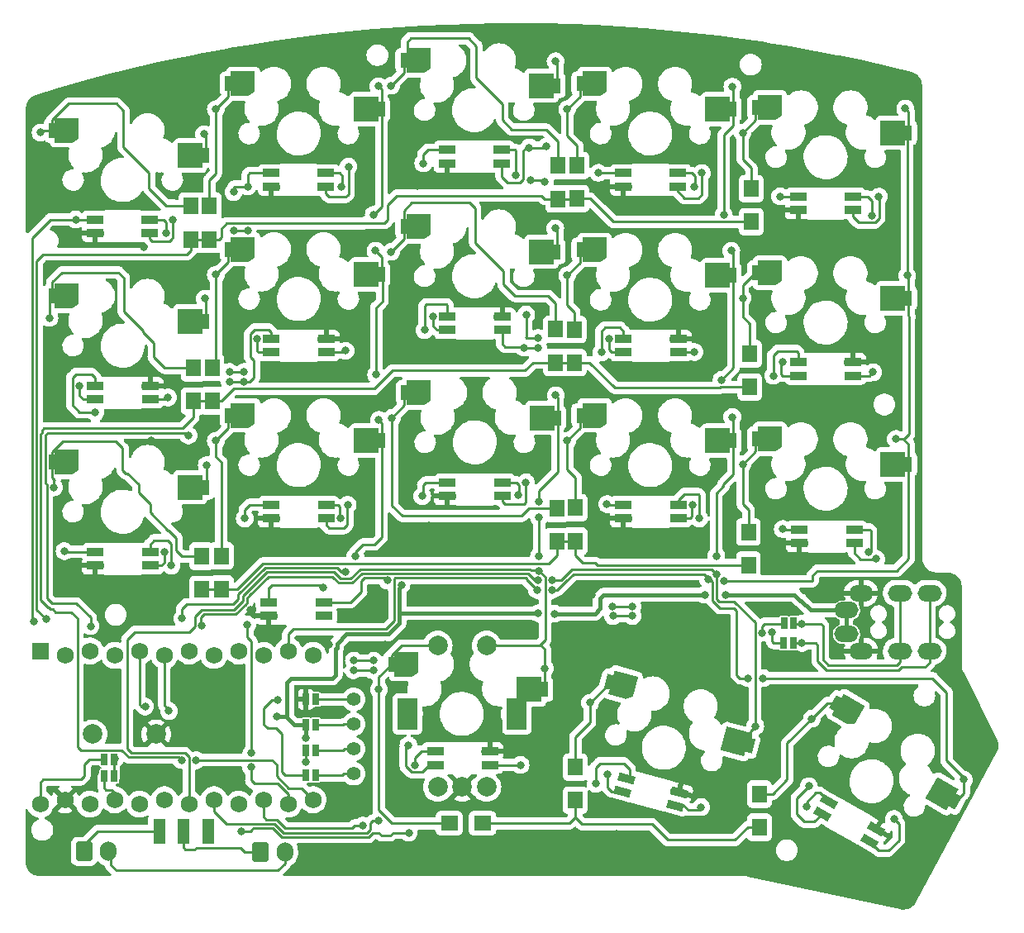
<source format=gbr>
G04 #@! TF.GenerationSoftware,KiCad,Pcbnew,7.0.1*
G04 #@! TF.CreationDate,2024-09-18T17:21:23+07:00*
G04 #@! TF.ProjectId,minikeeb,6d696e69-6b65-4656-922e-6b696361645f,rev?*
G04 #@! TF.SameCoordinates,Original*
G04 #@! TF.FileFunction,Copper,L1,Top*
G04 #@! TF.FilePolarity,Positive*
%FSLAX46Y46*%
G04 Gerber Fmt 4.6, Leading zero omitted, Abs format (unit mm)*
G04 Created by KiCad (PCBNEW 7.0.1) date 2024-09-18 17:21:23*
%MOMM*%
%LPD*%
G01*
G04 APERTURE LIST*
G04 Aperture macros list*
%AMRoundRect*
0 Rectangle with rounded corners*
0 $1 Rounding radius*
0 $2 $3 $4 $5 $6 $7 $8 $9 X,Y pos of 4 corners*
0 Add a 4 corners polygon primitive as box body*
4,1,4,$2,$3,$4,$5,$6,$7,$8,$9,$2,$3,0*
0 Add four circle primitives for the rounded corners*
1,1,$1+$1,$2,$3*
1,1,$1+$1,$4,$5*
1,1,$1+$1,$6,$7*
1,1,$1+$1,$8,$9*
0 Add four rect primitives between the rounded corners*
20,1,$1+$1,$2,$3,$4,$5,0*
20,1,$1+$1,$4,$5,$6,$7,0*
20,1,$1+$1,$6,$7,$8,$9,0*
20,1,$1+$1,$8,$9,$2,$3,0*%
%AMRotRect*
0 Rectangle, with rotation*
0 The origin of the aperture is its center*
0 $1 length*
0 $2 width*
0 $3 Rotation angle, in degrees counterclockwise*
0 Add horizontal line*
21,1,$1,$2,0,0,$3*%
%AMFreePoly0*
4,1,24,2.735355,1.235355,2.750000,1.200000,2.750000,-0.800000,2.748029,-0.804757,2.749028,-0.809806,2.740927,-0.821903,2.735355,-0.835355,2.730600,-0.837324,2.727735,-0.841603,2.127735,-1.241603,2.113449,-1.244428,2.100000,-1.250000,0.300000,-1.250000,0.264645,-1.235355,0.250000,-1.200000,0.250000,-0.750000,-0.350000,-0.750000,-0.350000,0.750000,0.250000,0.750000,0.250000,1.200000,
0.264645,1.235355,0.300000,1.250000,2.700000,1.250000,2.735355,1.235355,2.735355,1.235355,$1*%
%AMFreePoly1*
4,1,17,-0.364645,1.235355,-0.350000,1.200000,-0.350000,0.750000,0.350000,0.750000,0.350000,-0.750000,-0.350000,-0.750000,-0.350000,-1.200000,-0.364645,-1.235355,-0.400000,-1.250000,-2.800000,-1.250000,-2.835355,-1.235355,-2.850000,-1.200000,-2.850000,1.200000,-2.835355,1.235355,-2.800000,1.250000,-0.400000,1.250000,-0.364645,1.235355,-0.364645,1.235355,$1*%
G04 Aperture macros list end*
G04 #@! TA.AperFunction,ComponentPad*
%ADD10O,2.500000X1.700000*%
G04 #@! TD*
G04 #@! TA.AperFunction,SMDPad,CuDef*
%ADD11R,1.700000X0.825000*%
G04 #@! TD*
G04 #@! TA.AperFunction,ComponentPad*
%ADD12R,1.500000X1.800000*%
G04 #@! TD*
G04 #@! TA.AperFunction,SMDPad,CuDef*
%ADD13FreePoly0,0.000000*%
G04 #@! TD*
G04 #@! TA.AperFunction,SMDPad,CuDef*
%ADD14FreePoly1,0.000000*%
G04 #@! TD*
G04 #@! TA.AperFunction,SMDPad,CuDef*
%ADD15R,1.200000X2.500000*%
G04 #@! TD*
G04 #@! TA.AperFunction,SMDPad,CuDef*
%ADD16RotRect,1.700000X0.825000X165.000000*%
G04 #@! TD*
G04 #@! TA.AperFunction,ComponentPad*
%ADD17R,1.800000X1.500000*%
G04 #@! TD*
G04 #@! TA.AperFunction,SMDPad,CuDef*
%ADD18FreePoly0,345.000000*%
G04 #@! TD*
G04 #@! TA.AperFunction,SMDPad,CuDef*
%ADD19FreePoly1,345.000000*%
G04 #@! TD*
G04 #@! TA.AperFunction,SMDPad,CuDef*
%ADD20R,0.635000X1.143000*%
G04 #@! TD*
G04 #@! TA.AperFunction,ComponentPad*
%ADD21C,1.397000*%
G04 #@! TD*
G04 #@! TA.AperFunction,SMDPad,CuDef*
%ADD22FreePoly0,330.000000*%
G04 #@! TD*
G04 #@! TA.AperFunction,SMDPad,CuDef*
%ADD23FreePoly1,330.000000*%
G04 #@! TD*
G04 #@! TA.AperFunction,ComponentPad*
%ADD24C,2.000000*%
G04 #@! TD*
G04 #@! TA.AperFunction,ComponentPad*
%ADD25R,2.000000X3.200000*%
G04 #@! TD*
G04 #@! TA.AperFunction,ComponentPad*
%ADD26RoundRect,0.250000X-0.600000X-0.750000X0.600000X-0.750000X0.600000X0.750000X-0.600000X0.750000X0*%
G04 #@! TD*
G04 #@! TA.AperFunction,ComponentPad*
%ADD27O,1.700000X2.000000*%
G04 #@! TD*
G04 #@! TA.AperFunction,SMDPad,CuDef*
%ADD28RotRect,1.700000X0.825000X150.000000*%
G04 #@! TD*
G04 #@! TA.AperFunction,ComponentPad*
%ADD29R,1.752600X1.752600*%
G04 #@! TD*
G04 #@! TA.AperFunction,ComponentPad*
%ADD30C,1.752600*%
G04 #@! TD*
G04 #@! TA.AperFunction,ViaPad*
%ADD31C,0.800000*%
G04 #@! TD*
G04 #@! TA.AperFunction,Conductor*
%ADD32C,0.250000*%
G04 #@! TD*
G04 #@! TA.AperFunction,Conductor*
%ADD33C,0.254000*%
G04 #@! TD*
G04 #@! TA.AperFunction,Conductor*
%ADD34C,0.400000*%
G04 #@! TD*
G04 APERTURE END LIST*
D10*
X115770000Y-125440000D03*
X115770000Y-131390000D03*
X119770000Y-125440000D03*
X119770000Y-131390000D03*
X122770000Y-125440000D03*
X122770000Y-131390000D03*
X114270000Y-127190000D03*
X114270000Y-129640000D03*
D11*
X78950000Y-80020000D03*
X78950000Y-81420000D03*
X73350000Y-81420000D03*
X73350000Y-80020000D03*
D12*
X49010000Y-89190000D03*
X49010000Y-85790000D03*
D11*
X73400000Y-98490000D03*
X73400000Y-97090000D03*
X79000000Y-97090000D03*
X79000000Y-98490000D03*
X79000000Y-114108000D03*
X79000000Y-115508000D03*
X73400000Y-115508000D03*
X73400000Y-114108000D03*
D13*
X104941000Y-92626500D03*
D14*
X120641000Y-95226500D03*
D12*
X84720000Y-85050000D03*
X84720000Y-81650000D03*
X86680000Y-85029999D03*
X86680000Y-81629999D03*
D11*
X55366000Y-100776000D03*
X55366000Y-99376000D03*
X60966000Y-99376000D03*
X60966000Y-100776000D03*
D13*
X86970500Y-107231500D03*
D14*
X102670500Y-109831500D03*
D11*
X60950000Y-82410000D03*
X60950000Y-83810000D03*
X55350000Y-83810000D03*
X55350000Y-82410000D03*
D15*
X43860000Y-149810000D03*
X46360000Y-149810000D03*
X48860000Y-149810000D03*
D11*
X72150000Y-143040000D03*
X72150000Y-141640000D03*
X77750000Y-141640000D03*
X77750000Y-143040000D03*
D12*
X47350000Y-105760000D03*
X47350000Y-102360000D03*
D16*
X91348234Y-145747455D03*
X91710581Y-144395159D03*
X97119766Y-145844545D03*
X96757419Y-147196841D03*
D13*
X104941000Y-109644500D03*
D14*
X120641000Y-112244500D03*
D17*
X76980000Y-149030000D03*
X73580000Y-149030000D03*
D11*
X114932500Y-84820000D03*
X114932500Y-86220000D03*
X109332500Y-86220000D03*
X109332500Y-84820000D03*
D18*
X89932811Y-134497781D03*
D19*
X104424917Y-141072647D03*
D11*
X37332000Y-105602000D03*
X37332000Y-104202000D03*
X42932000Y-104202000D03*
X42932000Y-105602000D03*
D20*
X39250760Y-142460000D03*
X38250000Y-142460000D03*
D11*
X42932000Y-121220000D03*
X42932000Y-122620000D03*
X37332000Y-122620000D03*
X37332000Y-121220000D03*
D21*
X63790000Y-143940000D03*
X63790000Y-141400000D03*
X63790000Y-138860000D03*
X63790000Y-136320000D03*
D20*
X108880760Y-128540000D03*
X107880000Y-128540000D03*
D12*
X104380000Y-104319999D03*
X104380000Y-100919999D03*
D11*
X97034000Y-116394000D03*
X97034000Y-117794000D03*
X91434000Y-117794000D03*
X91434000Y-116394000D03*
D13*
X50966000Y-107231500D03*
D14*
X66666000Y-109831500D03*
D11*
X60720000Y-126360000D03*
X60720000Y-127760000D03*
X55120000Y-127760000D03*
X55120000Y-126360000D03*
D20*
X59910380Y-138950000D03*
X58909620Y-138950000D03*
D11*
X97002500Y-82410000D03*
X97002500Y-83810000D03*
X91402500Y-83810000D03*
X91402500Y-82410000D03*
D13*
X68936500Y-87864000D03*
D14*
X84636500Y-90464000D03*
D13*
X32932000Y-111994000D03*
D14*
X48632000Y-114594000D03*
D20*
X59880760Y-144120000D03*
X58880000Y-144120000D03*
D11*
X42920000Y-87160000D03*
X42920000Y-88560000D03*
X37320000Y-88560000D03*
X37320000Y-87160000D03*
D22*
X113154617Y-136699770D03*
D23*
X125451216Y-146801436D03*
D13*
X104941000Y-75672000D03*
D14*
X120641000Y-78272000D03*
D20*
X59910760Y-136340000D03*
X58910000Y-136340000D03*
D24*
X37070000Y-139900000D03*
X43570000Y-139900000D03*
D12*
X86380000Y-101820000D03*
X86380000Y-98420000D03*
D24*
X72410000Y-145310000D03*
X77410000Y-145310000D03*
X74910000Y-145310000D03*
D25*
X69310000Y-137810000D03*
X80510000Y-137810000D03*
D24*
X77410000Y-130810000D03*
X72410000Y-130810000D03*
D20*
X39220760Y-144210000D03*
X38220000Y-144210000D03*
D12*
X84480000Y-101810000D03*
X84480000Y-98410000D03*
X104530000Y-87400000D03*
X104530000Y-84000000D03*
D13*
X68936500Y-70846000D03*
D14*
X84636500Y-73446000D03*
D26*
X54230000Y-151970000D03*
D27*
X56730000Y-151970000D03*
D12*
X47100000Y-89190000D03*
X47100000Y-85790000D03*
D13*
X86970500Y-73259000D03*
D14*
X102670500Y-75859000D03*
D20*
X108840760Y-130560000D03*
X107840000Y-130560000D03*
D13*
X32932000Y-78021500D03*
D14*
X48632000Y-80621500D03*
D12*
X49280000Y-105740000D03*
X49280000Y-102340000D03*
D11*
X60966000Y-116394000D03*
X60966000Y-117794000D03*
X55366000Y-117794000D03*
X55366000Y-116394000D03*
D12*
X86500000Y-120099999D03*
X86500000Y-116699999D03*
X86500000Y-146660000D03*
X86500000Y-143260000D03*
D11*
X109327500Y-103170000D03*
X109327500Y-101770000D03*
X114927500Y-101770000D03*
X114927500Y-103170000D03*
D28*
X111779129Y-148050218D03*
X112479129Y-146837782D03*
X117328871Y-149637782D03*
X116628871Y-150850218D03*
D13*
X69000000Y-104882000D03*
D14*
X84700000Y-107482000D03*
D13*
X32932000Y-94976000D03*
D14*
X48632000Y-97576000D03*
D12*
X48230000Y-125060000D03*
X48230000Y-121660000D03*
D13*
X50966000Y-73259000D03*
D14*
X66666000Y-75859000D03*
D12*
X104230000Y-122580000D03*
X104230000Y-119180000D03*
D20*
X59900760Y-141520000D03*
X58900000Y-141520000D03*
D26*
X36170000Y-151910000D03*
D27*
X38670000Y-151910000D03*
D11*
X115068000Y-118934000D03*
X115068000Y-120334000D03*
X109468000Y-120334000D03*
X109468000Y-118934000D03*
D13*
X86970500Y-90277000D03*
D14*
X102670500Y-92877000D03*
D13*
X50966000Y-90213500D03*
D14*
X66666000Y-92813500D03*
D12*
X50250000Y-125020000D03*
X50250000Y-121620000D03*
X105350000Y-149430001D03*
X105350000Y-146030001D03*
D11*
X91434000Y-100776000D03*
X91434000Y-99376000D03*
X97034000Y-99376000D03*
X97034000Y-100776000D03*
D12*
X84590000Y-120160000D03*
X84590000Y-116760000D03*
D13*
X67670000Y-132720000D03*
D14*
X83370000Y-135320000D03*
D29*
X31700000Y-131371400D03*
D30*
X34240000Y-131828600D03*
X36780000Y-131371400D03*
X39320000Y-131828600D03*
X41860000Y-131371400D03*
X44400000Y-131828600D03*
X46940000Y-131371400D03*
X49480000Y-131828600D03*
X52020000Y-131371400D03*
X54560000Y-131828600D03*
X57100000Y-131371400D03*
X59640000Y-131828600D03*
X59640000Y-146611400D03*
X57100000Y-147068600D03*
X54560000Y-146611400D03*
X52020000Y-147068600D03*
X49480000Y-146611400D03*
X46940000Y-147068600D03*
X44400000Y-146611400D03*
X41860000Y-147068600D03*
X39320000Y-146611400D03*
X36780000Y-147068600D03*
X34240000Y-146611400D03*
X31700000Y-147068600D03*
D31*
X38540000Y-135690000D03*
X46570000Y-135390000D03*
X42340000Y-127130000D03*
X46220000Y-128040000D03*
X33940000Y-88600000D03*
X62110000Y-147560000D03*
X66000000Y-126530000D03*
X125040000Y-133480000D03*
X57700000Y-120770000D03*
X119130000Y-104010000D03*
X35700000Y-119900000D03*
X43900000Y-91740000D03*
X121950000Y-137450000D03*
X50110000Y-135280000D03*
X96430000Y-129240000D03*
X63700000Y-97090000D03*
X69110000Y-146300000D03*
X34420000Y-124940000D03*
X53250000Y-127150000D03*
X65530000Y-79790000D03*
X107920000Y-132420000D03*
X33270000Y-101650000D03*
X63450000Y-130900000D03*
X113769680Y-144734581D03*
X68340000Y-95700000D03*
X72940000Y-93850000D03*
X42930000Y-107320000D03*
X47750000Y-83260000D03*
X71530000Y-118510000D03*
X64431486Y-147173350D03*
X74130000Y-120360000D03*
X43040000Y-109840000D03*
X87060000Y-112200000D03*
X50740000Y-143600000D03*
X41840000Y-143500000D03*
X35460000Y-149510000D03*
X43180000Y-143880000D03*
X51460000Y-139990000D03*
X31930000Y-152700000D03*
X52920000Y-121310000D03*
X70360000Y-112260000D03*
X115460000Y-153890000D03*
X106650000Y-122340000D03*
X106170000Y-142610000D03*
X64580000Y-101020000D03*
X33460000Y-117690000D03*
X86890000Y-129450000D03*
X42650000Y-119090000D03*
X112630000Y-124570000D03*
X61270000Y-130710000D03*
X88150000Y-125650000D03*
X42320000Y-89950000D03*
X67080000Y-121070000D03*
X118710000Y-117360000D03*
X89419104Y-147697512D03*
X90690000Y-150100000D03*
X107540000Y-126930000D03*
X48240000Y-71110000D03*
X67000000Y-130710000D03*
X102830000Y-152460000D03*
X54300000Y-80190000D03*
X117220000Y-99710000D03*
X52110000Y-114280000D03*
X48730000Y-117200000D03*
X31960000Y-84690000D03*
X106090000Y-99260000D03*
X69580000Y-78170000D03*
X101150000Y-99020000D03*
X49450000Y-139880000D03*
X110382035Y-142374042D03*
X33270000Y-106390000D03*
X80070000Y-85720000D03*
X67810000Y-145840000D03*
X101950000Y-145290000D03*
X82500000Y-111900000D03*
X90270000Y-120710000D03*
X68160000Y-100670000D03*
X95760000Y-120310000D03*
X126400000Y-137110000D03*
X36880000Y-137770000D03*
X72830000Y-83400000D03*
X70360000Y-83700000D03*
X61270000Y-80280000D03*
X62250000Y-145660000D03*
X74940000Y-90160000D03*
X33620000Y-122880000D03*
X100180000Y-149510000D03*
X36500000Y-85020000D03*
X68430000Y-93580000D03*
X72540000Y-126420000D03*
X109705500Y-128570000D03*
X109705500Y-130560000D03*
X106640947Y-129411898D03*
X92350000Y-126790497D03*
X65840929Y-132361796D03*
X63814053Y-132351469D03*
X90294385Y-126792653D03*
X31720000Y-78260000D03*
X32630000Y-97250000D03*
X33074500Y-114594000D03*
X49666000Y-75859000D03*
X49666000Y-92813500D03*
X49666000Y-109831500D03*
X66370000Y-135320000D03*
X67636500Y-73446000D03*
X67636500Y-90464000D03*
X67700000Y-107482000D03*
X88004178Y-136672724D03*
X85670500Y-75859000D03*
X85670500Y-92877000D03*
X85670500Y-109831500D03*
X110728784Y-138301436D03*
X103641000Y-95226500D03*
X103641000Y-112244500D03*
X103641000Y-78272000D03*
X32270000Y-128130000D03*
X47664500Y-142560000D03*
X46150000Y-142544500D03*
X53300000Y-143284500D03*
X53320000Y-141835500D03*
X52883695Y-128646305D03*
X48470000Y-78430000D03*
X48740000Y-112330000D03*
X48560000Y-95280000D03*
X36840000Y-128824500D03*
X46870000Y-109290000D03*
X66370000Y-107690000D03*
X66030000Y-90350000D03*
X62990000Y-123230000D03*
X63970000Y-121665500D03*
X66330000Y-73520000D03*
X66100000Y-103060000D03*
X65850000Y-86670000D03*
X82770000Y-117660000D03*
X82750000Y-116035500D03*
X82770000Y-121665500D03*
X84440000Y-88080000D03*
X84480000Y-70940000D03*
X83370000Y-133150000D03*
X82770000Y-123150000D03*
X84490000Y-105170000D03*
X102470000Y-90370000D03*
X102590000Y-73550000D03*
X48229098Y-128754500D03*
X104930000Y-139070000D03*
X101483402Y-103595499D03*
X84124500Y-124140000D03*
X82673802Y-124144862D03*
X102580000Y-107400000D03*
X100990000Y-123560000D03*
X101690000Y-86675500D03*
X100940000Y-121620000D03*
X84124500Y-125140000D03*
X105730000Y-134150000D03*
X120490000Y-92900000D03*
X100120872Y-124053579D03*
X126290000Y-144550000D03*
X120300000Y-75790000D03*
X119341000Y-109644500D03*
X104195500Y-134160000D03*
X82586851Y-125140575D03*
X101723816Y-124238615D03*
X66320000Y-148750000D03*
X69430000Y-149980000D03*
X52280000Y-149814500D03*
X69400000Y-141030000D03*
X116880000Y-86750000D03*
X110420000Y-145220000D03*
X35700000Y-104202000D03*
X80615000Y-115385000D03*
X82694500Y-99300497D03*
X52934500Y-88290000D03*
X52540926Y-102786018D03*
X62530000Y-83810000D03*
X98680000Y-83810000D03*
X89940000Y-99376000D03*
X58910000Y-140250000D03*
X51485500Y-88274500D03*
X101930000Y-125605500D03*
X55920000Y-138050000D03*
X107710000Y-101770000D03*
X83384500Y-83310000D03*
X44560000Y-88560000D03*
X99200000Y-117794000D03*
X81910000Y-83110000D03*
X45120000Y-122620000D03*
X71950498Y-97090000D03*
X84340000Y-127550000D03*
X53900000Y-99380000D03*
X62415502Y-117794000D03*
X116585500Y-121250000D03*
X89780000Y-144050000D03*
X68684500Y-124594500D03*
X80410000Y-82630000D03*
X39320000Y-142430000D03*
X67230000Y-124144500D03*
X81463926Y-96899597D03*
X82675500Y-127510000D03*
X51085500Y-102790682D03*
X99750000Y-125610000D03*
X44870000Y-137514500D03*
X58880000Y-142711502D03*
X42430000Y-137064500D03*
X56010000Y-136400000D03*
X31040000Y-128370000D03*
X35310000Y-87160000D03*
X51485500Y-84360000D03*
X52934500Y-83780000D03*
X45264083Y-87191397D03*
X34170000Y-121130000D03*
X37332000Y-106920000D03*
X44790000Y-105390000D03*
X51085500Y-103790185D03*
X52534500Y-103785500D03*
X44381502Y-121220000D03*
X52640000Y-117794000D03*
X63260000Y-81740000D03*
X70920000Y-81420000D03*
X63180000Y-116394000D03*
X70820000Y-115510000D03*
X62950000Y-100610000D03*
X71050000Y-98490000D03*
X81780000Y-79790000D03*
X88860000Y-82390000D03*
X83560000Y-79690000D03*
X81433417Y-114092771D03*
X89740000Y-116330000D03*
X60650000Y-124840000D03*
X70060000Y-143040000D03*
X80890000Y-143050000D03*
X88590000Y-144980000D03*
X81245500Y-100300000D03*
X82694500Y-100300000D03*
X89160000Y-100776000D03*
X99470000Y-82410000D03*
X107480000Y-84800000D03*
X98483502Y-116394000D03*
X107750000Y-118880000D03*
X98710000Y-100740000D03*
X106770000Y-103170000D03*
X99385000Y-147365000D03*
X110160000Y-147350000D03*
X117010000Y-102810000D03*
X117600000Y-84820000D03*
X119140000Y-148590000D03*
X117310000Y-121940000D03*
X64725500Y-149255500D03*
X105644500Y-129490000D03*
X90360000Y-127790000D03*
X63770000Y-133350000D03*
X92350000Y-127790000D03*
X65790000Y-133360000D03*
D32*
X58468600Y-145440000D02*
X59640000Y-146611400D01*
X57130000Y-145440000D02*
X58468600Y-145440000D01*
X55890000Y-143000000D02*
X55890000Y-144200000D01*
X55890000Y-144200000D02*
X57130000Y-145440000D01*
X55450000Y-142560000D02*
X55890000Y-143000000D01*
X47664500Y-142560000D02*
X55450000Y-142560000D01*
X46220000Y-127040000D02*
X46670000Y-126590000D01*
X46220000Y-128040000D02*
X46220000Y-127040000D01*
X46670000Y-126590000D02*
X51450000Y-126590000D01*
X46940000Y-142270000D02*
X46940000Y-147068600D01*
X46490000Y-141820000D02*
X46940000Y-142270000D01*
X41030000Y-141820000D02*
X46490000Y-141820000D01*
X40600000Y-141390000D02*
X41030000Y-141820000D01*
X41360000Y-129430000D02*
X40600000Y-130190000D01*
X46930000Y-129430000D02*
X41360000Y-129430000D01*
X47504098Y-127879506D02*
X47504098Y-128855902D01*
X40600000Y-130190000D02*
X40600000Y-141390000D01*
X48253604Y-127130000D02*
X47504098Y-127879506D01*
X51546396Y-127130000D02*
X48253604Y-127130000D01*
X52430000Y-126246396D02*
X51546396Y-127130000D01*
X52430000Y-125752792D02*
X52430000Y-126246396D01*
X47504098Y-128855902D02*
X46930000Y-129430000D01*
X54892792Y-123290000D02*
X52430000Y-125752792D01*
X61800000Y-123290000D02*
X54892792Y-123290000D01*
X62465000Y-123955000D02*
X61800000Y-123290000D01*
X63475000Y-123955000D02*
X62465000Y-123955000D01*
X64460000Y-122970000D02*
X63475000Y-123955000D01*
X82740000Y-123120000D02*
X81990000Y-123120000D01*
X82770000Y-123150000D02*
X82740000Y-123120000D01*
X81990000Y-123120000D02*
X81840000Y-122970000D01*
X81840000Y-122970000D02*
X64460000Y-122970000D01*
X119770000Y-125440000D02*
X119770000Y-131390000D01*
X119430000Y-132850000D02*
X119770000Y-132510000D01*
X109705500Y-128570000D02*
X111660000Y-128570000D01*
X108910760Y-128570000D02*
X108880760Y-128540000D01*
X112420000Y-132850000D02*
X119430000Y-132850000D01*
X111850000Y-128760000D02*
X111850000Y-132280000D01*
X109705500Y-128570000D02*
X108910760Y-128570000D01*
X111850000Y-132280000D02*
X112420000Y-132850000D01*
X111660000Y-128570000D02*
X111850000Y-128760000D01*
X119770000Y-132510000D02*
X119770000Y-131390000D01*
X109705500Y-130560000D02*
X111100000Y-130560000D01*
X119896396Y-133020000D02*
X122340000Y-133020000D01*
X122770000Y-125440000D02*
X122770000Y-131390000D01*
X111320000Y-132386396D02*
X112233604Y-133300000D01*
X112233604Y-133300000D02*
X119616396Y-133300000D01*
X122770000Y-132590000D02*
X122770000Y-131390000D01*
X108840760Y-130560000D02*
X109705500Y-130560000D01*
X111320000Y-130780000D02*
X111320000Y-132386396D01*
X111100000Y-130560000D02*
X111320000Y-130780000D01*
X122340000Y-133020000D02*
X122770000Y-132590000D01*
X119616396Y-133300000D02*
X119896396Y-133020000D01*
X106830000Y-130560000D02*
X107840000Y-130560000D01*
X106640947Y-129411898D02*
X106640947Y-130370947D01*
X63814053Y-132351469D02*
X65830602Y-132351469D01*
X90294385Y-126792653D02*
X92347844Y-126792653D01*
X65830602Y-132351469D02*
X65840929Y-132361796D01*
X92347844Y-126792653D02*
X92350000Y-126790497D01*
X106640947Y-130370947D02*
X106830000Y-130560000D01*
X44590000Y-85720000D02*
X42830000Y-83960000D01*
X39470000Y-75300000D02*
X34600000Y-75300000D01*
X42830000Y-82350000D02*
X40210000Y-79730000D01*
X45280000Y-85720000D02*
X44590000Y-85720000D01*
X45350000Y-85790000D02*
X45280000Y-85720000D01*
X32932000Y-78021500D02*
X31958500Y-78021500D01*
X42830000Y-83960000D02*
X42830000Y-82350000D01*
X47100000Y-85790000D02*
X45350000Y-85790000D01*
X31958500Y-78021500D02*
X31720000Y-78260000D01*
X32932000Y-76968000D02*
X32932000Y-78021500D01*
X40210000Y-79730000D02*
X40210000Y-76040000D01*
X40210000Y-76040000D02*
X39470000Y-75300000D01*
X34600000Y-75300000D02*
X32932000Y-76968000D01*
X33920000Y-92580000D02*
X32932000Y-93568000D01*
X32932000Y-94976000D02*
X32630000Y-95278000D01*
X43310000Y-101250000D02*
X43310000Y-99840000D01*
X40250000Y-93150000D02*
X39680000Y-92580000D01*
X43310000Y-99840000D02*
X42170000Y-98700000D01*
X44420000Y-102360000D02*
X43310000Y-101250000D01*
X32932000Y-93568000D02*
X32932000Y-94976000D01*
X42170000Y-98550000D02*
X40250000Y-96630000D01*
X40250000Y-96630000D02*
X40250000Y-93150000D01*
X32630000Y-95278000D02*
X32630000Y-97250000D01*
X47350000Y-102360000D02*
X44420000Y-102360000D01*
X39680000Y-92580000D02*
X33920000Y-92580000D01*
X42170000Y-98700000D02*
X42170000Y-98550000D01*
X40590000Y-113160000D02*
X40440000Y-113160000D01*
X39440000Y-109920000D02*
X34000000Y-109920000D01*
X40440000Y-113160000D02*
X40110000Y-112830000D01*
X42940000Y-116320000D02*
X41750000Y-115130000D01*
X45600000Y-119760000D02*
X44830000Y-118990000D01*
X33160000Y-113830000D02*
X33074500Y-113915500D01*
X45600000Y-121100000D02*
X45600000Y-119760000D01*
X40110000Y-110590000D02*
X39440000Y-109920000D01*
X32932000Y-110988000D02*
X32932000Y-111994000D01*
X44830000Y-118990000D02*
X44740000Y-118990000D01*
X32932000Y-113602000D02*
X33160000Y-113830000D01*
X41750000Y-115130000D02*
X41750000Y-114320000D01*
X34000000Y-109920000D02*
X32932000Y-110988000D01*
X32932000Y-111994000D02*
X32932000Y-113602000D01*
X33074500Y-113915500D02*
X33074500Y-114594000D01*
X42940000Y-117190000D02*
X42940000Y-116320000D01*
X44740000Y-118990000D02*
X42940000Y-117190000D01*
X46160000Y-121660000D02*
X45600000Y-121100000D01*
X41750000Y-114320000D02*
X40590000Y-113160000D01*
X48230000Y-121660000D02*
X46160000Y-121660000D01*
X40110000Y-112830000D02*
X40110000Y-110590000D01*
X49666000Y-75859000D02*
X49666000Y-82464000D01*
X49666000Y-82464000D02*
X49010000Y-83120000D01*
X50966000Y-74559000D02*
X49666000Y-75859000D01*
X49010000Y-83120000D02*
X49010000Y-85790000D01*
X50966000Y-73259000D02*
X50966000Y-74559000D01*
X49666000Y-101954000D02*
X49280000Y-102340000D01*
X49666000Y-92813500D02*
X49666000Y-101954000D01*
X50966000Y-91513500D02*
X49666000Y-92813500D01*
X50966000Y-90213500D02*
X50966000Y-91513500D01*
X50966000Y-108531500D02*
X49666000Y-109831500D01*
X49666000Y-109831500D02*
X49666000Y-111456000D01*
X49666000Y-111456000D02*
X50250000Y-112040000D01*
X50250000Y-112040000D02*
X50250000Y-121620000D01*
X50966000Y-107231500D02*
X50966000Y-108531500D01*
X68710000Y-130810000D02*
X67670000Y-131850000D01*
X67670000Y-131850000D02*
X67670000Y-132720000D01*
X72410000Y-130810000D02*
X68710000Y-130810000D01*
X67710000Y-149030000D02*
X73580000Y-149030000D01*
X66370000Y-135320000D02*
X66370000Y-147690000D01*
X66370000Y-134020000D02*
X66370000Y-135320000D01*
X66370000Y-147690000D02*
X67710000Y-149030000D01*
X67670000Y-132720000D02*
X66370000Y-134020000D01*
X76360000Y-69380000D02*
X75560000Y-68580000D01*
X83530000Y-77960000D02*
X80010000Y-77960000D01*
X69260000Y-70522500D02*
X68936500Y-70846000D01*
X84720000Y-79150000D02*
X83530000Y-77960000D01*
X75560000Y-68580000D02*
X69640000Y-68580000D01*
X76360000Y-72660000D02*
X76360000Y-69380000D01*
X69640000Y-68580000D02*
X69260000Y-68960000D01*
X80010000Y-77960000D02*
X79020000Y-76970000D01*
X69260000Y-68960000D02*
X69260000Y-70522500D01*
X84720000Y-81650000D02*
X84720000Y-79150000D01*
X79020000Y-76970000D02*
X79020000Y-75320000D01*
X68936500Y-70846000D02*
X68936500Y-72146000D01*
X68936500Y-72146000D02*
X67636500Y-73446000D01*
X79020000Y-75320000D02*
X76360000Y-72660000D01*
X83710000Y-94990000D02*
X80320000Y-94990000D01*
X68936500Y-86283500D02*
X68936500Y-87864000D01*
X79140000Y-93810000D02*
X79140000Y-92440000D01*
X75670000Y-85460000D02*
X69760000Y-85460000D01*
X76230000Y-86020000D02*
X75670000Y-85460000D01*
X84480000Y-95760000D02*
X83710000Y-94990000D01*
X79140000Y-92440000D02*
X76230000Y-89530000D01*
X68936500Y-89164000D02*
X67636500Y-90464000D01*
X84480000Y-98410000D02*
X84480000Y-95760000D01*
X69760000Y-85460000D02*
X68936500Y-86283500D01*
X68936500Y-87864000D02*
X68936500Y-89164000D01*
X80320000Y-94990000D02*
X79140000Y-93810000D01*
X76230000Y-89530000D02*
X76230000Y-86020000D01*
X69000000Y-104882000D02*
X69000000Y-106182000D01*
X67700000Y-116450000D02*
X68770000Y-117520000D01*
X81760000Y-116760000D02*
X84590000Y-116760000D01*
X69000000Y-106182000D02*
X67700000Y-107482000D01*
X81000000Y-117520000D02*
X81760000Y-116760000D01*
X68770000Y-117520000D02*
X81000000Y-117520000D01*
X67700000Y-107482000D02*
X67700000Y-116450000D01*
X86500000Y-140160000D02*
X86500000Y-143260000D01*
X88004178Y-138655822D02*
X86500000Y-140160000D01*
X89932811Y-134497781D02*
X89932811Y-134744091D01*
X88004178Y-136672724D02*
X88004178Y-138655822D01*
X89932811Y-134744091D02*
X88004178Y-136672724D01*
X86680000Y-79590000D02*
X85670500Y-78580500D01*
X86970500Y-73259000D02*
X86970500Y-74559000D01*
X85670500Y-78580500D02*
X85670500Y-75859000D01*
X86970500Y-74559000D02*
X85670500Y-75859000D01*
X86680000Y-81629999D02*
X86680000Y-79590000D01*
X86970500Y-90277000D02*
X86970500Y-91577000D01*
X86380000Y-98420000D02*
X86380000Y-96650000D01*
X86380000Y-96650000D02*
X85670500Y-95940500D01*
X86970500Y-91577000D02*
X85670500Y-92877000D01*
X85670500Y-95940500D02*
X85670500Y-92877000D01*
X85670500Y-112760500D02*
X86500000Y-113590000D01*
X86500000Y-113590000D02*
X86500000Y-116699999D01*
X86970500Y-108531500D02*
X85670500Y-109831500D01*
X86970500Y-107231500D02*
X86970500Y-108531500D01*
X85670500Y-109831500D02*
X85670500Y-112760500D01*
X113154617Y-136699770D02*
X112330450Y-136699770D01*
X108200000Y-144530000D02*
X106699999Y-146030001D01*
X108200000Y-140830220D02*
X108200000Y-144530000D01*
X112330450Y-136699770D02*
X110728784Y-138301436D01*
X110728784Y-138301436D02*
X108200000Y-140830220D01*
X106699999Y-146030001D02*
X105350000Y-146030001D01*
X103641000Y-93926500D02*
X103641000Y-95226500D01*
X104941000Y-92626500D02*
X103641000Y-93926500D01*
X103641000Y-95226500D02*
X103641000Y-97131000D01*
X104380000Y-97870000D02*
X104380000Y-100919999D01*
X103641000Y-97131000D02*
X104380000Y-97870000D01*
X104941000Y-110944500D02*
X103641000Y-112244500D01*
X103641000Y-116321000D02*
X104230000Y-116910000D01*
X104230000Y-116910000D02*
X104230000Y-119180000D01*
X104941000Y-109644500D02*
X104941000Y-110944500D01*
X103641000Y-112244500D02*
X103641000Y-116321000D01*
X103641000Y-81001000D02*
X104530000Y-81890000D01*
X104941000Y-75672000D02*
X104941000Y-76972000D01*
X104530000Y-81890000D02*
X104530000Y-84000000D01*
X104941000Y-76972000D02*
X103641000Y-78272000D01*
X103641000Y-78272000D02*
X103641000Y-81001000D01*
X31990000Y-90720000D02*
X46690000Y-90720000D01*
X83360000Y-85050000D02*
X84720000Y-85050000D01*
X67280000Y-85660000D02*
X68230000Y-84710000D01*
X46690000Y-90720000D02*
X47100000Y-90310000D01*
X67280000Y-87200000D02*
X67280000Y-85660000D01*
X64810000Y-87550000D02*
X64840000Y-87520000D01*
X50220000Y-88110000D02*
X50780000Y-87550000D01*
X50010000Y-89190000D02*
X50220000Y-88980000D01*
X47100000Y-90310000D02*
X47100000Y-89190000D01*
X32270000Y-128130000D02*
X31290000Y-127150000D01*
X84720000Y-85050000D02*
X86659999Y-85050000D01*
X49010000Y-89190000D02*
X50010000Y-89190000D01*
X88009999Y-85029999D02*
X90380000Y-87400000D01*
X83020000Y-84710000D02*
X83360000Y-85050000D01*
X50780000Y-87550000D02*
X64810000Y-87550000D01*
X86659999Y-85050000D02*
X86680000Y-85029999D01*
X68230000Y-84710000D02*
X83020000Y-84710000D01*
X64840000Y-87520000D02*
X66960000Y-87520000D01*
X90380000Y-87400000D02*
X104530000Y-87400000D01*
X66960000Y-87520000D02*
X67280000Y-87200000D01*
X86680000Y-85029999D02*
X88009999Y-85029999D01*
X50220000Y-88980000D02*
X50220000Y-88110000D01*
X31290000Y-91420000D02*
X31990000Y-90720000D01*
X47100000Y-89190000D02*
X49010000Y-89190000D01*
X31290000Y-127150000D02*
X31290000Y-91420000D01*
X47350000Y-107470000D02*
X46270000Y-108550000D01*
X34835500Y-127375500D02*
X35490000Y-128030000D01*
X31740000Y-109123604D02*
X31740000Y-126170000D01*
X101370001Y-104319999D02*
X104380000Y-104319999D01*
X46270000Y-108550000D02*
X32080000Y-108550000D01*
X32695305Y-127100000D02*
X32994500Y-127100000D01*
X32535305Y-126940000D02*
X32695305Y-127100000D01*
X65890000Y-104510000D02*
X67760000Y-102640000D01*
X45875500Y-142270000D02*
X46150000Y-142544500D01*
X101280000Y-104410000D02*
X101370001Y-104319999D01*
X31850000Y-109013604D02*
X31740000Y-109123604D01*
X82180000Y-101810000D02*
X84480000Y-101810000D01*
X49280000Y-105740000D02*
X50260000Y-105740000D01*
X86370000Y-101810000D02*
X86380000Y-101820000D01*
X32080000Y-108550000D02*
X31850000Y-108780000D01*
X40790000Y-142270000D02*
X45875500Y-142270000D01*
X31850000Y-108780000D02*
X31850000Y-109013604D01*
X40040000Y-141520000D02*
X40790000Y-142270000D01*
X81350000Y-102640000D02*
X82180000Y-101810000D01*
X51490000Y-104510000D02*
X65890000Y-104510000D01*
X35490000Y-128030000D02*
X35490000Y-141190000D01*
X87970000Y-101820000D02*
X90560000Y-104410000D01*
X35820000Y-141520000D02*
X40040000Y-141520000D01*
X35490000Y-141190000D02*
X35820000Y-141520000D01*
X49260000Y-105760000D02*
X49280000Y-105740000D01*
X32510000Y-126940000D02*
X32535305Y-126940000D01*
X33270000Y-127375500D02*
X34835500Y-127375500D01*
X47350000Y-105760000D02*
X47350000Y-107470000D01*
X50260000Y-105740000D02*
X51490000Y-104510000D01*
X84480000Y-101810000D02*
X86370000Y-101810000D01*
X31740000Y-126170000D02*
X32510000Y-126940000D01*
X47350000Y-105760000D02*
X49260000Y-105760000D01*
X67760000Y-102640000D02*
X81350000Y-102640000D01*
X32994500Y-127100000D02*
X33270000Y-127375500D01*
X86380000Y-101820000D02*
X87970000Y-101820000D01*
X90560000Y-104410000D02*
X101280000Y-104410000D01*
X56013604Y-144960000D02*
X57100000Y-146046396D01*
X50250000Y-125020000D02*
X51890000Y-125020000D01*
X53300000Y-144640000D02*
X53620000Y-144960000D01*
X52883695Y-129983695D02*
X53190000Y-130290000D01*
X88550000Y-122370000D02*
X88760000Y-122580000D01*
X51890000Y-125020000D02*
X54520000Y-122390000D01*
X53310000Y-141825500D02*
X53320000Y-141835500D01*
X86500000Y-120099999D02*
X84650001Y-120099999D01*
X53620000Y-144960000D02*
X56013604Y-144960000D01*
X83790000Y-122390000D02*
X84590000Y-121590000D01*
X53310000Y-131590000D02*
X53310000Y-141825500D01*
X54520000Y-122390000D02*
X83790000Y-122390000D01*
X50210000Y-125060000D02*
X50250000Y-125020000D01*
X88760000Y-122580000D02*
X104230000Y-122580000D01*
X86500000Y-121610000D02*
X87260000Y-122370000D01*
X52883695Y-128646305D02*
X52883695Y-129983695D01*
X53190000Y-130290000D02*
X53310000Y-130410000D01*
X87260000Y-122370000D02*
X88550000Y-122370000D01*
X53300000Y-143284500D02*
X53300000Y-144640000D01*
X84650001Y-120099999D02*
X84590000Y-120160000D01*
X48230000Y-125060000D02*
X50210000Y-125060000D01*
X84590000Y-121590000D02*
X84590000Y-120160000D01*
X53310000Y-130410000D02*
X53310000Y-131590000D01*
X86500000Y-120099999D02*
X86500000Y-121610000D01*
X57100000Y-146046396D02*
X57100000Y-147068600D01*
X32500000Y-109000000D02*
X46580000Y-109000000D01*
X48740000Y-112330000D02*
X48740000Y-114486000D01*
X32257000Y-109243000D02*
X32500000Y-109000000D01*
X48632000Y-95352000D02*
X48560000Y-95280000D01*
X32257000Y-114176195D02*
X32257000Y-109243000D01*
X48632000Y-97576000D02*
X48632000Y-95352000D01*
X36840000Y-127960000D02*
X35380000Y-126500000D01*
X48740000Y-114486000D02*
X48632000Y-114594000D01*
X46580000Y-109000000D02*
X46870000Y-109290000D01*
X48632000Y-80621500D02*
X48632000Y-78592000D01*
X48632000Y-78592000D02*
X48470000Y-78430000D01*
X35380000Y-126500000D02*
X32910000Y-126500000D01*
X32350000Y-125940000D02*
X32350000Y-114269195D01*
X32910000Y-126500000D02*
X32350000Y-125940000D01*
X36840000Y-128824500D02*
X36840000Y-127960000D01*
X32350000Y-114269195D02*
X32257000Y-114176195D01*
X63970000Y-121240000D02*
X64750000Y-120460000D01*
X66666000Y-119724000D02*
X66666000Y-109831500D01*
X65930000Y-120460000D02*
X66666000Y-119724000D01*
X66666000Y-107986000D02*
X66370000Y-107690000D01*
X66666000Y-85854000D02*
X66666000Y-75859000D01*
X63970000Y-121665500D02*
X63970000Y-121240000D01*
X66730000Y-92877500D02*
X66666000Y-92813500D01*
X66730000Y-95550000D02*
X66730000Y-92877500D01*
X66666000Y-75859000D02*
X66666000Y-73856000D01*
X51980000Y-126060000D02*
X51980000Y-125566396D01*
X65850000Y-86670000D02*
X66666000Y-85854000D01*
X51980000Y-125566396D02*
X54706396Y-122840000D01*
X54706396Y-122840000D02*
X62110000Y-122840000D01*
X62500000Y-123230000D02*
X62990000Y-123230000D01*
X64750000Y-120460000D02*
X65930000Y-120460000D01*
X66666000Y-92813500D02*
X66666000Y-90986000D01*
X66100000Y-103060000D02*
X66100000Y-96180000D01*
X66100000Y-96180000D02*
X66730000Y-95550000D01*
X62110000Y-122840000D02*
X62500000Y-123230000D01*
X66666000Y-90986000D02*
X66030000Y-90350000D01*
X51450000Y-126590000D02*
X51980000Y-126060000D01*
X66666000Y-109831500D02*
X66666000Y-107986000D01*
X66666000Y-73856000D02*
X66330000Y-73520000D01*
X84636500Y-88276500D02*
X84440000Y-88080000D01*
X82810000Y-130810000D02*
X82990000Y-130810000D01*
X84636500Y-71096500D02*
X84480000Y-70940000D01*
X82750000Y-114950000D02*
X84700000Y-113000000D01*
X84636500Y-73446000D02*
X84636500Y-71096500D01*
X83400000Y-130220000D02*
X83400000Y-130180000D01*
X84700000Y-113000000D02*
X84700000Y-107482000D01*
X83370000Y-135320000D02*
X83370000Y-133150000D01*
X84700000Y-107482000D02*
X84700000Y-105380000D01*
X82770000Y-121665500D02*
X82770000Y-117660000D01*
X77410000Y-130810000D02*
X82810000Y-130810000D01*
X83370000Y-131190000D02*
X83370000Y-133150000D01*
X83400000Y-123780000D02*
X82770000Y-123150000D01*
X84636500Y-90464000D02*
X84636500Y-88276500D01*
X82990000Y-130810000D02*
X83370000Y-131190000D01*
X84700000Y-105380000D02*
X84490000Y-105170000D01*
X82750000Y-116035500D02*
X82750000Y-114950000D01*
X83400000Y-130180000D02*
X83400000Y-123780000D01*
X82810000Y-130810000D02*
X83400000Y-130220000D01*
X52880000Y-126432792D02*
X52880000Y-125939188D01*
X102670500Y-107490500D02*
X102580000Y-107400000D01*
X49390000Y-127580000D02*
X51732792Y-127580000D01*
X55980000Y-123740000D02*
X61613604Y-123740000D01*
X102780000Y-126330000D02*
X101290000Y-126330000D01*
X62651396Y-124405000D02*
X63661396Y-124405000D01*
X101240000Y-126280000D02*
X100990000Y-126030000D01*
X101670000Y-114490000D02*
X101670000Y-114270000D01*
X52880000Y-125939188D02*
X53164594Y-125654594D01*
X100940000Y-121620000D02*
X100940000Y-115220000D01*
X101670000Y-114270000D02*
X102670500Y-113269500D01*
X65010000Y-123420000D02*
X81653604Y-123420000D01*
X62278604Y-124405000D02*
X62651396Y-124405000D01*
X61613604Y-123740000D02*
X61806802Y-123933198D01*
X102670500Y-75859000D02*
X102670500Y-73630500D01*
X104920000Y-139060000D02*
X104920000Y-128780000D01*
X81653604Y-123420000D02*
X81656802Y-123423198D01*
X102670500Y-73630500D02*
X102590000Y-73550000D01*
X102670500Y-92877000D02*
X102670500Y-90570500D01*
X63661396Y-124405000D02*
X64646396Y-123420000D01*
X61806802Y-123933198D02*
X62278604Y-124405000D01*
X100990000Y-126030000D02*
X100990000Y-123560000D01*
X51732792Y-127580000D02*
X52786396Y-126526396D01*
X81656802Y-123423198D02*
X82378466Y-124144862D01*
X48440000Y-127580000D02*
X48100000Y-127920000D01*
X102670500Y-90570500D02*
X102470000Y-90370000D01*
X86120000Y-123030000D02*
X100460000Y-123030000D01*
X104920000Y-128470000D02*
X102780000Y-126330000D01*
X100460000Y-123030000D02*
X100990000Y-123560000D01*
X102670500Y-77509500D02*
X102670500Y-75859000D01*
X101290000Y-126330000D02*
X101240000Y-126280000D01*
X52786396Y-126526396D02*
X52880000Y-126432792D01*
X104920000Y-128780000D02*
X104920000Y-128470000D01*
X101690000Y-86675500D02*
X101690000Y-78490000D01*
X55079188Y-123740000D02*
X55980000Y-123740000D01*
X104424917Y-141072647D02*
X104424917Y-139575083D01*
X101483402Y-103595499D02*
X102690000Y-102388901D01*
X84124500Y-124140000D02*
X85010000Y-124140000D01*
X82378466Y-124144862D02*
X82673802Y-124144862D01*
X102670500Y-109831500D02*
X102670500Y-107490500D01*
X100940000Y-115220000D02*
X101670000Y-114490000D01*
X49390000Y-127580000D02*
X48440000Y-127580000D01*
X102670500Y-113269500D02*
X102670500Y-109831500D01*
X104930000Y-139070000D02*
X104920000Y-139060000D01*
X48100000Y-128625402D02*
X48229098Y-128754500D01*
X101690000Y-78490000D02*
X102670500Y-77509500D01*
X53164594Y-125654594D02*
X55079188Y-123740000D01*
X85010000Y-124140000D02*
X86120000Y-123030000D01*
X64646396Y-123420000D02*
X65010000Y-123420000D01*
X102690000Y-102388901D02*
X102690000Y-92896500D01*
X48229098Y-128754500D02*
X48084598Y-128610000D01*
X48100000Y-127920000D02*
X48100000Y-128625402D01*
X102690000Y-92896500D02*
X102670500Y-92877000D01*
X104424917Y-139575083D02*
X104930000Y-139070000D01*
X110741385Y-124238615D02*
X110820000Y-124160000D01*
X120641000Y-78272000D02*
X120641000Y-76131000D01*
X114090000Y-134160000D02*
X105740000Y-134160000D01*
X67120000Y-129130000D02*
X67390000Y-128860000D01*
X67960000Y-123940000D02*
X68030000Y-123870000D01*
X120094500Y-109644500D02*
X119341000Y-109644500D01*
X124530000Y-142600000D02*
X126290000Y-144360000D01*
X86306396Y-123480000D02*
X88620000Y-123480000D01*
X84646396Y-125140000D02*
X85593198Y-124193198D01*
X120490000Y-78423000D02*
X120641000Y-78272000D01*
X120641000Y-93051000D02*
X120490000Y-92900000D01*
X105740000Y-134160000D02*
X105730000Y-134150000D01*
X120641000Y-97051000D02*
X120641000Y-95226500D01*
X111290000Y-123140000D02*
X110820000Y-123610000D01*
X68030000Y-123870000D02*
X69230000Y-123870000D01*
X101723816Y-124238615D02*
X110741385Y-124238615D01*
X120730000Y-97140000D02*
X120641000Y-97051000D01*
X120660000Y-109150000D02*
X120660000Y-97210000D01*
X120641000Y-95226500D02*
X120641000Y-93051000D01*
X67960000Y-128290000D02*
X67960000Y-123940000D01*
X123090000Y-134160000D02*
X124530000Y-135600000D01*
X103030000Y-133810000D02*
X103030000Y-127216396D01*
X100120872Y-123940872D02*
X100120872Y-124053579D01*
X102786802Y-126973198D02*
X101273198Y-126973198D01*
X120641000Y-110191000D02*
X120094500Y-109644500D01*
X126290000Y-145962652D02*
X125451216Y-146801436D01*
X114090000Y-134160000D02*
X123090000Y-134160000D01*
X120641000Y-76131000D02*
X120300000Y-75790000D01*
X88620000Y-123480000D02*
X99660000Y-123480000D01*
D33*
X57100000Y-131371400D02*
X57100000Y-129650000D01*
D32*
X126290000Y-144550000D02*
X126290000Y-145962652D01*
X120094500Y-109644500D02*
X120165500Y-109644500D01*
X99660000Y-123480000D02*
X100060000Y-123880000D01*
X110820000Y-123610000D02*
X110820000Y-124160000D01*
X120165500Y-109644500D02*
X120660000Y-109150000D01*
X67390000Y-128860000D02*
X67960000Y-128290000D01*
X119420000Y-123140000D02*
X111290000Y-123140000D01*
X81467208Y-123870000D02*
X81467208Y-124020932D01*
X81467208Y-124020932D02*
X82586851Y-125140575D01*
X84124500Y-125140000D02*
X84646396Y-125140000D01*
X100273579Y-124053579D02*
X100120872Y-124053579D01*
X124530000Y-135600000D02*
X124530000Y-142600000D01*
X120490000Y-92900000D02*
X120490000Y-78423000D01*
X120641000Y-112244500D02*
X120641000Y-110191000D01*
X100060000Y-123880000D02*
X100120872Y-123940872D01*
X69230000Y-123870000D02*
X81467208Y-123870000D01*
D33*
X57100000Y-129650000D02*
X57620000Y-129130000D01*
D32*
X103380000Y-134160000D02*
X103030000Y-133810000D01*
X120660000Y-97210000D02*
X120730000Y-97140000D01*
X57620000Y-129130000D02*
X67120000Y-129130000D01*
X103030000Y-127216396D02*
X102786802Y-126973198D01*
X100530000Y-126230000D02*
X100530000Y-124310000D01*
X126290000Y-144360000D02*
X126290000Y-144550000D01*
X100530000Y-124310000D02*
X100273579Y-124053579D01*
X101273198Y-126973198D02*
X100530000Y-126230000D01*
X104195500Y-134160000D02*
X103380000Y-134160000D01*
X85593198Y-124193198D02*
X86306396Y-123480000D01*
X120641000Y-112244500D02*
X120641000Y-121919000D01*
X120641000Y-121919000D02*
X119420000Y-123140000D01*
X66320000Y-148750000D02*
X65720000Y-148750000D01*
X65450000Y-149650000D02*
X65120000Y-149980000D01*
X55710000Y-149090000D02*
X50730000Y-149090000D01*
X65450000Y-149020000D02*
X65450000Y-149650000D01*
X65720000Y-148750000D02*
X65450000Y-149020000D01*
X50730000Y-149090000D02*
X49480000Y-147840000D01*
X56600000Y-149980000D02*
X55710000Y-149090000D01*
X49480000Y-147840000D02*
X49480000Y-146611400D01*
X65120000Y-149980000D02*
X56600000Y-149980000D01*
X67556075Y-150253925D02*
X66654021Y-150253925D01*
X53500000Y-149540000D02*
X53370000Y-149670000D01*
X56413604Y-150430000D02*
X55523604Y-149540000D01*
X65312792Y-150430000D02*
X56413604Y-150430000D01*
X69430000Y-149980000D02*
X67830000Y-149980000D01*
X53370000Y-149670000D02*
X53225500Y-149814500D01*
X66379021Y-149978925D02*
X65763867Y-149978925D01*
X65763867Y-149978925D02*
X65312792Y-150430000D01*
X67830000Y-149980000D02*
X67556075Y-150253925D01*
X66654021Y-150253925D02*
X66379021Y-149978925D01*
X55523604Y-149540000D02*
X53500000Y-149540000D01*
X53225500Y-149814500D02*
X52280000Y-149814500D01*
X59880760Y-144120000D02*
X62650000Y-144120000D01*
X63780000Y-143950000D02*
X63790000Y-143940000D01*
X62820000Y-143950000D02*
X63780000Y-143950000D01*
X62650000Y-144120000D02*
X62820000Y-143950000D01*
X62710000Y-141520000D02*
X59900760Y-141520000D01*
X63790000Y-141400000D02*
X62830000Y-141400000D01*
X62830000Y-141400000D02*
X62710000Y-141520000D01*
X63780000Y-138870000D02*
X63790000Y-138860000D01*
X62740000Y-138950000D02*
X62820000Y-138870000D01*
X62820000Y-138870000D02*
X63780000Y-138870000D01*
X59910380Y-138950000D02*
X62740000Y-138950000D01*
X59910760Y-136340000D02*
X62810000Y-136340000D01*
X62830000Y-136320000D02*
X63790000Y-136320000D01*
X62810000Y-136340000D02*
X62830000Y-136320000D01*
D34*
X88490000Y-127550000D02*
X86190000Y-127550000D01*
X57380000Y-134170000D02*
X61600000Y-134170000D01*
D32*
X35690000Y-104212000D02*
X35700000Y-104202000D01*
X81463926Y-99196074D02*
X81463926Y-96899597D01*
X81910000Y-83110000D02*
X83184500Y-83110000D01*
X62380000Y-116600000D02*
X62380000Y-117758498D01*
X91434000Y-100776000D02*
X90206000Y-100776000D01*
X89940000Y-100510000D02*
X89940000Y-99376000D01*
X54026000Y-100776000D02*
X53870000Y-100620000D01*
X52540926Y-102786018D02*
X51090164Y-102786018D01*
D34*
X114270000Y-127190000D02*
X110620000Y-127190000D01*
D32*
X79000000Y-114108000D02*
X80508000Y-114108000D01*
X39220760Y-144210000D02*
X39220760Y-142529240D01*
X90237455Y-145747455D02*
X89830000Y-145340000D01*
X63500000Y-126360000D02*
X64290000Y-125570000D01*
X72330000Y-98490000D02*
X71950498Y-98110498D01*
X116780000Y-121160000D02*
X116690000Y-121250000D01*
X70870000Y-143710000D02*
X70815000Y-143765000D01*
X64560000Y-124200000D02*
X64890000Y-123870000D01*
X82694500Y-99300497D02*
X81480497Y-99300497D01*
X109327500Y-103170000D02*
X107710000Y-103170000D01*
D34*
X68485000Y-128507462D02*
X68485000Y-127605000D01*
D32*
X115068000Y-118934000D02*
X116654000Y-118934000D01*
D34*
X89010000Y-127030000D02*
X88490000Y-127550000D01*
D32*
X53870000Y-100620000D02*
X53870000Y-99410000D01*
D34*
X110620000Y-127190000D02*
X109630000Y-126200000D01*
D32*
X45120000Y-120380000D02*
X45120000Y-122620000D01*
D34*
X55920000Y-138050000D02*
X56930000Y-138050000D01*
D32*
X97670000Y-115290000D02*
X99090000Y-115290000D01*
X97034000Y-116394000D02*
X97034000Y-115926000D01*
X70815000Y-143765000D02*
X69695000Y-143765000D01*
X53870000Y-99410000D02*
X53900000Y-99380000D01*
X110969347Y-148860000D02*
X109960000Y-148860000D01*
X90206000Y-100776000D02*
X89940000Y-100510000D01*
D34*
X56960000Y-138190000D02*
X56960000Y-138020000D01*
X56960000Y-134590000D02*
X57380000Y-134170000D01*
D32*
X51090164Y-102786018D02*
X51085500Y-102790682D01*
D34*
X68485000Y-124935000D02*
X68620000Y-124800000D01*
X57720000Y-138950000D02*
X56960000Y-138190000D01*
X86190000Y-127550000D02*
X84340000Y-127550000D01*
D32*
X109960000Y-148860000D02*
X109200000Y-148100000D01*
D34*
X109560000Y-126200000D02*
X108965500Y-125605500D01*
D32*
X116780000Y-119060000D02*
X116780000Y-121160000D01*
X64560000Y-125300000D02*
X64560000Y-124310000D01*
X62174000Y-116394000D02*
X62380000Y-116600000D01*
X65370000Y-123870000D02*
X66955500Y-123870000D01*
X116690000Y-121250000D02*
X116585500Y-121250000D01*
D34*
X108965500Y-125605500D02*
X101930000Y-125605500D01*
X57720000Y-138950000D02*
X58909620Y-138950000D01*
D32*
X52919000Y-88274500D02*
X52934500Y-88290000D01*
D34*
X89180000Y-125840000D02*
X89010000Y-126010000D01*
D32*
X116880000Y-85230000D02*
X116880000Y-86750000D01*
X35690000Y-105210000D02*
X35690000Y-104212000D01*
X99208502Y-115408502D02*
X99208502Y-117785498D01*
D34*
X68485000Y-127605000D02*
X68580000Y-127510000D01*
D32*
X78950000Y-80020000D02*
X80320000Y-80020000D01*
X44580000Y-88540000D02*
X44560000Y-88560000D01*
D34*
X63025000Y-129655000D02*
X67337462Y-129655000D01*
X99750000Y-125610000D02*
X89410000Y-125610000D01*
D32*
X55366000Y-100776000D02*
X54026000Y-100776000D01*
D34*
X58910000Y-138950380D02*
X58909620Y-138950000D01*
X114270000Y-127190000D02*
X114270000Y-129640000D01*
D32*
X83184500Y-83110000D02*
X83384500Y-83310000D01*
D34*
X109630000Y-126200000D02*
X109560000Y-126200000D01*
X56960000Y-138020000D02*
X56960000Y-134590000D01*
D32*
X69130000Y-143200000D02*
X69130000Y-141300000D01*
X72150000Y-143040000D02*
X71540000Y-143040000D01*
D34*
X82675500Y-127510000D02*
X68580000Y-127510000D01*
D32*
X109200000Y-148100000D02*
X109200000Y-146440000D01*
X37332000Y-105602000D02*
X36082000Y-105602000D01*
D34*
X62070000Y-130610000D02*
X63025000Y-129655000D01*
X68684500Y-124735500D02*
X68684500Y-124594500D01*
D32*
X98750000Y-83740000D02*
X98680000Y-83810000D01*
X71950498Y-98110498D02*
X71950498Y-97090000D01*
D34*
X67337462Y-129655000D02*
X68485000Y-128507462D01*
D32*
X99090000Y-115290000D02*
X99208502Y-115408502D01*
X62380000Y-117758498D02*
X62415502Y-117794000D01*
D34*
X62070000Y-131041371D02*
X62070000Y-130610000D01*
X56930000Y-138050000D02*
X56960000Y-138020000D01*
X68620000Y-124800000D02*
X68684500Y-124735500D01*
D32*
X81420000Y-99240000D02*
X81463926Y-99196074D01*
D34*
X68580000Y-127510000D02*
X68485000Y-127415000D01*
D32*
X89830000Y-145340000D02*
X89830000Y-144100000D01*
X107540000Y-101940000D02*
X107710000Y-101770000D01*
D34*
X61950000Y-131161371D02*
X62070000Y-131041371D01*
D32*
X42932000Y-121220000D02*
X42932000Y-120438000D01*
X97034000Y-115926000D02*
X97670000Y-115290000D01*
X39220760Y-142529240D02*
X39320000Y-142430000D01*
X36082000Y-105602000D02*
X35690000Y-105210000D01*
D34*
X61950000Y-133820000D02*
X61950000Y-131161371D01*
D32*
X107540000Y-103000000D02*
X107540000Y-101940000D01*
X98750000Y-82740000D02*
X98750000Y-83740000D01*
X80508000Y-114108000D02*
X80760000Y-114360000D01*
X114932500Y-84820000D02*
X116470000Y-84820000D01*
X62590000Y-83750000D02*
X62530000Y-83810000D01*
D34*
X89010000Y-126010000D02*
X89010000Y-127030000D01*
D32*
X64290000Y-125570000D02*
X64560000Y-125300000D01*
X43350000Y-120020000D02*
X44760000Y-120020000D01*
X81480497Y-99300497D02*
X81420000Y-99240000D01*
X62330000Y-82410000D02*
X62590000Y-82670000D01*
X60950000Y-82410000D02*
X62330000Y-82410000D01*
X80320000Y-80020000D02*
X80410000Y-80110000D01*
X64560000Y-124310000D02*
X64560000Y-124200000D01*
X116654000Y-118934000D02*
X116780000Y-119060000D01*
X99208502Y-117785498D02*
X99200000Y-117794000D01*
X69130000Y-141300000D02*
X69400000Y-141030000D01*
X107710000Y-103170000D02*
X107540000Y-103000000D01*
D34*
X89410000Y-125610000D02*
X89180000Y-125840000D01*
D32*
X80760000Y-114360000D02*
X80760000Y-115240000D01*
X111779129Y-148050218D02*
X110969347Y-148860000D01*
X62590000Y-82670000D02*
X62590000Y-83750000D01*
X60720000Y-126360000D02*
X63500000Y-126360000D01*
D34*
X58910000Y-140250000D02*
X58910000Y-138950380D01*
D32*
X64890000Y-123870000D02*
X65370000Y-123870000D01*
X97002500Y-82410000D02*
X98420000Y-82410000D01*
X66955500Y-123870000D02*
X67230000Y-124144500D01*
X42932000Y-120438000D02*
X43350000Y-120020000D01*
X60966000Y-116394000D02*
X62174000Y-116394000D01*
X91348234Y-145747455D02*
X90237455Y-145747455D01*
D34*
X68485000Y-126450000D02*
X68485000Y-124935000D01*
D32*
X44760000Y-120020000D02*
X45120000Y-120380000D01*
X51485500Y-88274500D02*
X52919000Y-88274500D01*
D34*
X68485000Y-127415000D02*
X68485000Y-126450000D01*
D32*
X116580000Y-84930000D02*
X116880000Y-85230000D01*
X89830000Y-144100000D02*
X89780000Y-144050000D01*
X44310000Y-87160000D02*
X44580000Y-87430000D01*
X42920000Y-87160000D02*
X44310000Y-87160000D01*
X116470000Y-84820000D02*
X116580000Y-84930000D01*
X71540000Y-143040000D02*
X70870000Y-143710000D01*
X80760000Y-115240000D02*
X80615000Y-115385000D01*
X73400000Y-98490000D02*
X72330000Y-98490000D01*
X109200000Y-146440000D02*
X110420000Y-145220000D01*
X44580000Y-87430000D02*
X44580000Y-88540000D01*
X98420000Y-82410000D02*
X98750000Y-82740000D01*
D34*
X61600000Y-134170000D02*
X61950000Y-133820000D01*
D32*
X80410000Y-80110000D02*
X80410000Y-82630000D01*
X69695000Y-143765000D02*
X69130000Y-143200000D01*
D33*
X44630000Y-137190000D02*
X44400000Y-136960000D01*
X58900000Y-142691502D02*
X58880000Y-142711502D01*
X58900000Y-141520000D02*
X58900000Y-142691502D01*
X44400000Y-136960000D02*
X44400000Y-131828600D01*
X44630000Y-137274500D02*
X44630000Y-137190000D01*
X44870000Y-137514500D02*
X44630000Y-137274500D01*
X55860000Y-139270000D02*
X54970000Y-139270000D01*
X56770000Y-144120000D02*
X56590000Y-143940000D01*
X58880000Y-144120000D02*
X56770000Y-144120000D01*
X56590000Y-143940000D02*
X56440000Y-143790000D01*
D32*
X42430000Y-137064500D02*
X42074500Y-137064500D01*
D33*
X54600000Y-137240000D02*
X55440000Y-136400000D01*
D32*
X42074500Y-137064500D02*
X41860000Y-136850000D01*
D33*
X56440000Y-143790000D02*
X56440000Y-141570000D01*
X54600000Y-138900000D02*
X54600000Y-137240000D01*
X54890000Y-139190000D02*
X54600000Y-138900000D01*
X56440000Y-141570000D02*
X56440000Y-139850000D01*
X54970000Y-139270000D02*
X54890000Y-139190000D01*
X55440000Y-136400000D02*
X56010000Y-136400000D01*
X56440000Y-139850000D02*
X55860000Y-139270000D01*
D32*
X41860000Y-136850000D02*
X41860000Y-131371400D01*
X30840000Y-89020000D02*
X32700000Y-87160000D01*
X31040000Y-128370000D02*
X30840000Y-128170000D01*
X35310000Y-87160000D02*
X37320000Y-87160000D01*
X32700000Y-87160000D02*
X35310000Y-87160000D01*
X30840000Y-126840000D02*
X30840000Y-89020000D01*
X30840000Y-128170000D02*
X30840000Y-126840000D01*
X45285000Y-89015000D02*
X45285000Y-87212314D01*
X42920000Y-88560000D02*
X42920000Y-89170000D01*
X52934500Y-82595500D02*
X52934500Y-83780000D01*
X43110000Y-89360000D02*
X44940000Y-89360000D01*
X52914500Y-83800000D02*
X52934500Y-83780000D01*
X44940000Y-89360000D02*
X45100000Y-89200000D01*
X45100000Y-89200000D02*
X45285000Y-89015000D01*
X51520000Y-83800000D02*
X52914500Y-83800000D01*
X51485500Y-83834500D02*
X51520000Y-83800000D01*
X42920000Y-89170000D02*
X43110000Y-89360000D01*
X45285000Y-87212314D02*
X45264083Y-87191397D01*
X53120000Y-82410000D02*
X52934500Y-82595500D01*
X51485500Y-84360000D02*
X51485500Y-83834500D01*
X55350000Y-82410000D02*
X53120000Y-82410000D01*
X36930000Y-102990000D02*
X35330000Y-102990000D01*
X37332000Y-121220000D02*
X34260000Y-121220000D01*
X37332000Y-104202000D02*
X37332000Y-103392000D01*
X35330000Y-102990000D02*
X34975000Y-103345000D01*
X37332000Y-103392000D02*
X36930000Y-102990000D01*
X35690000Y-106920000D02*
X37332000Y-106920000D01*
X34260000Y-121220000D02*
X34170000Y-121130000D01*
X34975000Y-106205000D02*
X35690000Y-106920000D01*
X34975000Y-103345000D02*
X34975000Y-106205000D01*
X53114500Y-103785500D02*
X52534500Y-103785500D01*
X51090185Y-103785500D02*
X51085500Y-103790185D01*
X53570000Y-101610000D02*
X53570000Y-103330000D01*
X42932000Y-105602000D02*
X44578000Y-105602000D01*
X53570000Y-103330000D02*
X53114500Y-103785500D01*
X55366000Y-98726000D02*
X55080000Y-98440000D01*
X52534500Y-103785500D02*
X51090185Y-103785500D01*
X44578000Y-105602000D02*
X44790000Y-105390000D01*
X55080000Y-98440000D02*
X53640000Y-98440000D01*
X53175000Y-98905000D02*
X53175000Y-101215000D01*
X53175000Y-101215000D02*
X53570000Y-101610000D01*
X55366000Y-99376000D02*
X55366000Y-98726000D01*
X53640000Y-98440000D02*
X53175000Y-98905000D01*
X53136000Y-116394000D02*
X52640000Y-116890000D01*
X55366000Y-116394000D02*
X53136000Y-116394000D01*
X42932000Y-122620000D02*
X44080000Y-122620000D01*
X44381502Y-122318498D02*
X44381502Y-121220000D01*
X44080000Y-122620000D02*
X44381502Y-122318498D01*
X52640000Y-116890000D02*
X52640000Y-117794000D01*
X63255000Y-84555000D02*
X63255000Y-81745000D01*
X73350000Y-80020000D02*
X71380000Y-80020000D01*
X60950000Y-83810000D02*
X60950000Y-84520000D01*
X70920000Y-80480000D02*
X70920000Y-81420000D01*
X60950000Y-84520000D02*
X61290000Y-84860000D01*
X62950000Y-84860000D02*
X63190000Y-84620000D01*
X61290000Y-84860000D02*
X62950000Y-84860000D01*
X63190000Y-84620000D02*
X63255000Y-84555000D01*
X71380000Y-80020000D02*
X70920000Y-80480000D01*
X63255000Y-81745000D02*
X63260000Y-81740000D01*
X63140502Y-118449498D02*
X63140502Y-116433498D01*
X61280000Y-118780000D02*
X62810000Y-118780000D01*
X62810000Y-118780000D02*
X63140502Y-118449498D01*
X73400000Y-114108000D02*
X71162000Y-114108000D01*
X63140502Y-116433498D02*
X63180000Y-116394000D01*
X70910000Y-115420000D02*
X70820000Y-115510000D01*
X60966000Y-117794000D02*
X60966000Y-118466000D01*
X71162000Y-114108000D02*
X70910000Y-114360000D01*
X60966000Y-118466000D02*
X61280000Y-118780000D01*
X70910000Y-114360000D02*
X70910000Y-115420000D01*
X71050000Y-96040000D02*
X71050000Y-98490000D01*
X62784000Y-100776000D02*
X62950000Y-100610000D01*
X60966000Y-100776000D02*
X62784000Y-100776000D01*
X73400000Y-95930000D02*
X73310000Y-95840000D01*
X73310000Y-95840000D02*
X71250000Y-95840000D01*
X73400000Y-97090000D02*
X73400000Y-95930000D01*
X71250000Y-95840000D02*
X71050000Y-96040000D01*
X81135000Y-83045000D02*
X81135000Y-80125000D01*
X81470000Y-79790000D02*
X81780000Y-79790000D01*
X78950000Y-81420000D02*
X78950000Y-82790000D01*
X80825000Y-83355000D02*
X81135000Y-83045000D01*
X79515000Y-83355000D02*
X80825000Y-83355000D01*
X91402500Y-82410000D02*
X88880000Y-82410000D01*
X81780000Y-79790000D02*
X83460000Y-79790000D01*
X81135000Y-80125000D02*
X81470000Y-79790000D01*
X78950000Y-82790000D02*
X79515000Y-83355000D01*
X83460000Y-79790000D02*
X83560000Y-79690000D01*
X88880000Y-82410000D02*
X88860000Y-82390000D01*
X81370000Y-114156188D02*
X81433417Y-114092771D01*
X79000000Y-115508000D02*
X79000000Y-116030000D01*
X91434000Y-116394000D02*
X89804000Y-116394000D01*
X79260000Y-116290000D02*
X81210000Y-116290000D01*
X89804000Y-116394000D02*
X89740000Y-116330000D01*
X79000000Y-116030000D02*
X79260000Y-116290000D01*
X81370000Y-116130000D02*
X81370000Y-114156188D01*
X81210000Y-116290000D02*
X81370000Y-116130000D01*
X55160000Y-124860000D02*
X55400000Y-124620000D01*
X70060000Y-142300000D02*
X70060000Y-143040000D01*
X55400000Y-124620000D02*
X59120000Y-124620000D01*
X59120000Y-124620000D02*
X60430000Y-124620000D01*
X70720000Y-141640000D02*
X70060000Y-142300000D01*
X55120000Y-124900000D02*
X55160000Y-124860000D01*
X60430000Y-124620000D02*
X60650000Y-124840000D01*
X55120000Y-126360000D02*
X55120000Y-124900000D01*
X72150000Y-141640000D02*
X70720000Y-141640000D01*
X88590000Y-143300000D02*
X88590000Y-144980000D01*
X91710581Y-144395159D02*
X92070000Y-144035740D01*
X92070000Y-144035740D02*
X92070000Y-143490000D01*
X80880000Y-143040000D02*
X80890000Y-143050000D01*
X77750000Y-143040000D02*
X80880000Y-143040000D01*
X89020000Y-142870000D02*
X88590000Y-143300000D01*
X92070000Y-143490000D02*
X91450000Y-142870000D01*
X91450000Y-142870000D02*
X89020000Y-142870000D01*
X89540000Y-98220000D02*
X89160000Y-98600000D01*
X79280000Y-100200000D02*
X81145500Y-100200000D01*
X89160000Y-98600000D02*
X89160000Y-100776000D01*
X91434000Y-99376000D02*
X91434000Y-98594000D01*
X82694500Y-100300000D02*
X81245500Y-100300000D01*
X79000000Y-99920000D02*
X79280000Y-100200000D01*
X79000000Y-98490000D02*
X79000000Y-99920000D01*
X81145500Y-100200000D02*
X81245500Y-100300000D01*
X91434000Y-98594000D02*
X91060000Y-98220000D01*
X91060000Y-98220000D02*
X89540000Y-98220000D01*
X107500000Y-84820000D02*
X107480000Y-84800000D01*
X99100000Y-84960000D02*
X99470000Y-84590000D01*
X99470000Y-84590000D02*
X99470000Y-82410000D01*
X97002500Y-84272500D02*
X97690000Y-84960000D01*
X97002500Y-83810000D02*
X97002500Y-84272500D01*
X109332500Y-84820000D02*
X107500000Y-84820000D01*
X97690000Y-84960000D02*
X99100000Y-84960000D01*
X109468000Y-118934000D02*
X107804000Y-118934000D01*
X98460000Y-117600000D02*
X98460000Y-116417502D01*
X97034000Y-117794000D02*
X98266000Y-117794000D01*
X107804000Y-118934000D02*
X107750000Y-118880000D01*
X98460000Y-116417502D02*
X98483502Y-116394000D01*
X98266000Y-117794000D02*
X98460000Y-117600000D01*
X107210000Y-100620000D02*
X106770000Y-101060000D01*
X106770000Y-101060000D02*
X106770000Y-103170000D01*
X109150000Y-100620000D02*
X107210000Y-100620000D01*
X109327500Y-101770000D02*
X109327500Y-100797500D01*
X97034000Y-100776000D02*
X98674000Y-100776000D01*
X109327500Y-100797500D02*
X109150000Y-100620000D01*
X98674000Y-100776000D02*
X98710000Y-100740000D01*
X96757419Y-147196841D02*
X97616841Y-147196841D01*
X110160000Y-146880000D02*
X110160000Y-147350000D01*
X97616841Y-147196841D02*
X98050000Y-147630000D01*
X98050000Y-147630000D02*
X99120000Y-147630000D01*
X111551347Y-145910000D02*
X111130000Y-145910000D01*
X99120000Y-147630000D02*
X99385000Y-147365000D01*
X111130000Y-145910000D02*
X110160000Y-146880000D01*
X112479129Y-146837782D02*
X111551347Y-145910000D01*
X116650000Y-103170000D02*
X117010000Y-102810000D01*
X117195000Y-87475000D02*
X117605000Y-87065000D01*
X114932500Y-86220000D02*
X114932500Y-86852500D01*
X117605000Y-84825000D02*
X117600000Y-84820000D01*
X117605000Y-87065000D02*
X117605000Y-84825000D01*
X114927500Y-103170000D02*
X116650000Y-103170000D01*
X114932500Y-86852500D02*
X115555000Y-87475000D01*
X115555000Y-87475000D02*
X117195000Y-87475000D01*
X118570000Y-151820000D02*
X119640000Y-150750000D01*
X119640000Y-150670000D02*
X119640000Y-149090000D01*
X115068000Y-120334000D02*
X115068000Y-121308000D01*
X119640000Y-150750000D02*
X119640000Y-150670000D01*
X119640000Y-149090000D02*
X119140000Y-148590000D01*
X117598653Y-151820000D02*
X118570000Y-151820000D01*
X117275000Y-121975000D02*
X117310000Y-121940000D01*
X116628871Y-150850218D02*
X117598653Y-151820000D01*
X115735000Y-121975000D02*
X117275000Y-121975000D01*
X115068000Y-121308000D02*
X115735000Y-121975000D01*
X87200000Y-149110000D02*
X86500000Y-148410000D01*
X104149999Y-149430001D02*
X102850000Y-150730000D01*
X63610000Y-149530000D02*
X56786396Y-149530000D01*
X54850000Y-148640000D02*
X54560000Y-148350000D01*
X102850000Y-150730000D02*
X95950000Y-150730000D01*
X76980000Y-149030000D02*
X85880000Y-149030000D01*
X85880000Y-149030000D02*
X86500000Y-148410000D01*
X55896396Y-148640000D02*
X54850000Y-148640000D01*
X56786396Y-149530000D02*
X55896396Y-148640000D01*
X95950000Y-150730000D02*
X94330000Y-149110000D01*
X63884500Y-149255500D02*
X63610000Y-149530000D01*
X54560000Y-148350000D02*
X54560000Y-146611400D01*
X94330000Y-149110000D02*
X87200000Y-149110000D01*
X105350000Y-149430001D02*
X104149999Y-149430001D01*
X64725500Y-149255500D02*
X63884500Y-149255500D01*
X86500000Y-148410000D02*
X86500000Y-146660000D01*
X105644500Y-129490000D02*
X105644500Y-128815500D01*
X63770000Y-133350000D02*
X65780000Y-133350000D01*
X107850000Y-128570000D02*
X107880000Y-128540000D01*
X105644500Y-128815500D02*
X105890000Y-128570000D01*
X105890000Y-128570000D02*
X107850000Y-128570000D01*
X65780000Y-133350000D02*
X65790000Y-133360000D01*
X90360000Y-127790000D02*
X92350000Y-127790000D01*
X31700000Y-144830000D02*
X31700000Y-147068600D01*
X38250000Y-142460000D02*
X36730000Y-142460000D01*
X31690000Y-144820000D02*
X31700000Y-144830000D01*
X35840000Y-144520000D02*
X31990000Y-144520000D01*
X36210000Y-144150000D02*
X35840000Y-144520000D01*
X36730000Y-142460000D02*
X36210000Y-142980000D01*
X36210000Y-142980000D02*
X36210000Y-144150000D01*
X31990000Y-144520000D02*
X31690000Y-144820000D01*
X36420000Y-150970000D02*
X37580000Y-149810000D01*
X36420000Y-151940000D02*
X36420000Y-150970000D01*
X37580000Y-149810000D02*
X43860000Y-149810000D01*
X38920000Y-151940000D02*
X38920000Y-153290000D01*
X56030000Y-153850000D02*
X56730000Y-153150000D01*
X38920000Y-153290000D02*
X39480000Y-153850000D01*
X39480000Y-153850000D02*
X56030000Y-153850000D01*
X56730000Y-153150000D02*
X56730000Y-151970000D01*
X46540000Y-151680000D02*
X47510000Y-151680000D01*
X52200000Y-151540000D02*
X52630000Y-151970000D01*
X47650000Y-151540000D02*
X52200000Y-151540000D01*
X47510000Y-151680000D02*
X47650000Y-151540000D01*
X46360000Y-149810000D02*
X46360000Y-151500000D01*
X52630000Y-151970000D02*
X54230000Y-151970000D01*
X46360000Y-151500000D02*
X46540000Y-151680000D01*
X38950000Y-145600000D02*
X38420000Y-145600000D01*
X38220000Y-145400000D02*
X38220000Y-144210000D01*
X38420000Y-145600000D02*
X38220000Y-145400000D01*
X39320000Y-145970000D02*
X38950000Y-145600000D01*
X39320000Y-146611400D02*
X39320000Y-145970000D01*
G04 #@! TA.AperFunction,Conductor*
G36*
X80972569Y-67035364D02*
G01*
X83495333Y-67064713D01*
X83497064Y-67064746D01*
X86019194Y-67132129D01*
X86020966Y-67132189D01*
X88541752Y-67237589D01*
X88543575Y-67237680D01*
X91062483Y-67381074D01*
X91064127Y-67381180D01*
X93580656Y-67562539D01*
X93582466Y-67562683D01*
X96095853Y-67781953D01*
X96097622Y-67782121D01*
X98607479Y-68039267D01*
X98609288Y-68039466D01*
X101114927Y-68334418D01*
X101116676Y-68334637D01*
X103617624Y-68667337D01*
X103619469Y-68667597D01*
X106091519Y-69034465D01*
X106115002Y-69037950D01*
X106116874Y-69038242D01*
X108606640Y-69446195D01*
X108608294Y-69446478D01*
X111091773Y-69891949D01*
X111093450Y-69892263D01*
X113338489Y-70330000D01*
X113569703Y-70375082D01*
X113571555Y-70375456D01*
X116040385Y-70895584D01*
X116042063Y-70895951D01*
X118502801Y-71453248D01*
X118504447Y-71453634D01*
X120952381Y-72046970D01*
X120962173Y-72049768D01*
X121144050Y-72109833D01*
X121161152Y-72116916D01*
X121295492Y-72184521D01*
X121328498Y-72201131D01*
X121344401Y-72210661D01*
X121497578Y-72318523D01*
X121511909Y-72330282D01*
X121647590Y-72459442D01*
X121660042Y-72473178D01*
X121775311Y-72620862D01*
X121785611Y-72636276D01*
X121877956Y-72799264D01*
X121885884Y-72816023D01*
X121895572Y-72841134D01*
X121953316Y-72990810D01*
X121958695Y-73008542D01*
X121990117Y-73148443D01*
X121999749Y-73191325D01*
X122002470Y-73209664D01*
X122016566Y-73400681D01*
X122016908Y-73409954D01*
X122016908Y-121687005D01*
X122016849Y-121687301D01*
X122016854Y-121853723D01*
X122049444Y-122080336D01*
X122113951Y-122300005D01*
X122209061Y-122508254D01*
X122332841Y-122700849D01*
X122482195Y-122873206D01*
X122482772Y-122873871D01*
X122506630Y-122894543D01*
X122655799Y-123023795D01*
X122718458Y-123064062D01*
X122848399Y-123147567D01*
X122922504Y-123181408D01*
X123056650Y-123242670D01*
X123089905Y-123252434D01*
X123276324Y-123307169D01*
X123502937Y-123339749D01*
X123601491Y-123339749D01*
X123617409Y-123339749D01*
X123644337Y-123339749D01*
X124682471Y-123339749D01*
X124692358Y-123340138D01*
X124712284Y-123341706D01*
X124896460Y-123356204D01*
X124915975Y-123359295D01*
X125110238Y-123405936D01*
X125129027Y-123412041D01*
X125313600Y-123488497D01*
X125331211Y-123497471D01*
X125501547Y-123601857D01*
X125517542Y-123613479D01*
X125537142Y-123630220D01*
X125669449Y-123743226D01*
X125683419Y-123757197D01*
X125705534Y-123783091D01*
X125813160Y-123909111D01*
X125824779Y-123925102D01*
X125920614Y-124081500D01*
X125929155Y-124095439D01*
X125938130Y-124113056D01*
X126014574Y-124297623D01*
X126020683Y-124316427D01*
X126067312Y-124510674D01*
X126070405Y-124530203D01*
X126086529Y-124735160D01*
X126086917Y-124745046D01*
X126086916Y-124780833D01*
X126086918Y-124780850D01*
X126086918Y-132772595D01*
X126086889Y-132895842D01*
X126108354Y-133080252D01*
X126130861Y-133175626D01*
X126150996Y-133260948D01*
X126214241Y-133435500D01*
X126252388Y-133511780D01*
X129694626Y-140399326D01*
X129694625Y-140399325D01*
X129699380Y-140408839D01*
X129702974Y-140416693D01*
X129718895Y-140454898D01*
X129771825Y-140581914D01*
X129777362Y-140598283D01*
X129821849Y-140767159D01*
X129825095Y-140784133D01*
X129846055Y-140957506D01*
X129846948Y-140974766D01*
X129843986Y-141149379D01*
X129842509Y-141166596D01*
X129815683Y-141339164D01*
X129811863Y-141356020D01*
X129761676Y-141523290D01*
X129755586Y-141539463D01*
X129681342Y-141701882D01*
X129677483Y-141709611D01*
X129659120Y-141743437D01*
X129658725Y-141744468D01*
X121374249Y-157127518D01*
X121369284Y-157135938D01*
X121264784Y-157298397D01*
X121253546Y-157313311D01*
X121129121Y-157455190D01*
X121115800Y-157468280D01*
X120971774Y-157590206D01*
X120956666Y-157601182D01*
X120796204Y-157700479D01*
X120779639Y-157709102D01*
X120606264Y-157783591D01*
X120588607Y-157789672D01*
X120406114Y-157837720D01*
X120387753Y-157841123D01*
X120200174Y-157861670D01*
X120181510Y-157862322D01*
X119992949Y-157854917D01*
X119974393Y-157852803D01*
X119787873Y-157817395D01*
X119785121Y-157816841D01*
X119780483Y-157815853D01*
X119774134Y-157814327D01*
X119749127Y-157807628D01*
X119734778Y-157806116D01*
X104175557Y-154491408D01*
X104152827Y-154484262D01*
X104099550Y-154461781D01*
X103946518Y-154420091D01*
X103789309Y-154399060D01*
X103709999Y-154399088D01*
X103668482Y-154399088D01*
X103668387Y-154399099D01*
X56668157Y-154411970D01*
X56610944Y-154398249D01*
X56566198Y-154360048D01*
X56543675Y-154305694D01*
X56548287Y-154247040D01*
X56579025Y-154196877D01*
X57118658Y-153657244D01*
X57134979Y-153644170D01*
X57137014Y-153642002D01*
X57137018Y-153642000D01*
X57183677Y-153592311D01*
X57186368Y-153589534D01*
X57206134Y-153569770D01*
X57208605Y-153566583D01*
X57216312Y-153557559D01*
X57246586Y-153525321D01*
X57256343Y-153507570D01*
X57267199Y-153491043D01*
X57279613Y-153475041D01*
X57297172Y-153434461D01*
X57302392Y-153423809D01*
X57331365Y-153371110D01*
X57331816Y-153371358D01*
X57342398Y-153349063D01*
X57377767Y-153316519D01*
X57540730Y-153216179D01*
X57714324Y-153063398D01*
X57859600Y-152883476D01*
X57972380Y-152681591D01*
X58049419Y-152463550D01*
X58088500Y-152235625D01*
X58088500Y-151780000D01*
X107052953Y-151780000D01*
X107071973Y-151985254D01*
X107128385Y-152183522D01*
X107220269Y-152368051D01*
X107275367Y-152441012D01*
X107344493Y-152532549D01*
X107496829Y-152671422D01*
X107496831Y-152671423D01*
X107496832Y-152671424D01*
X107672086Y-152779937D01*
X107672088Y-152779937D01*
X107672090Y-152779939D01*
X107864306Y-152854403D01*
X108066932Y-152892281D01*
X108273065Y-152892281D01*
X108273068Y-152892281D01*
X108475694Y-152854403D01*
X108667910Y-152779939D01*
X108843171Y-152671422D01*
X108995507Y-152532549D01*
X109119732Y-152368049D01*
X109211614Y-152183524D01*
X109268026Y-151985257D01*
X109287046Y-151780000D01*
X109268026Y-151574743D01*
X109211614Y-151376476D01*
X109119732Y-151191951D01*
X109119339Y-151191431D01*
X109076712Y-151134983D01*
X108995507Y-151027451D01*
X108843171Y-150888578D01*
X108843168Y-150888576D01*
X108843167Y-150888575D01*
X108667913Y-150780062D01*
X108475694Y-150705597D01*
X108273068Y-150667719D01*
X108066932Y-150667719D01*
X107914962Y-150696127D01*
X107864305Y-150705597D01*
X107672086Y-150780062D01*
X107496832Y-150888575D01*
X107410142Y-150967604D01*
X107348923Y-151023413D01*
X107344492Y-151027452D01*
X107220269Y-151191948D01*
X107128385Y-151376477D01*
X107071973Y-151574745D01*
X107052953Y-151780000D01*
X58088500Y-151780000D01*
X58088500Y-151762287D01*
X58083190Y-151699903D01*
X58073801Y-151589581D01*
X58015530Y-151365793D01*
X57959301Y-151241399D01*
X57948464Y-151180147D01*
X57968250Y-151121175D01*
X58013837Y-151078854D01*
X58074116Y-151063500D01*
X65228939Y-151063500D01*
X65249727Y-151065795D01*
X65252699Y-151065701D01*
X65252701Y-151065702D01*
X65320777Y-151063562D01*
X65324737Y-151063500D01*
X65352644Y-151063500D01*
X65352648Y-151063500D01*
X65356657Y-151062993D01*
X65368491Y-151062061D01*
X65412681Y-151060673D01*
X65432130Y-151055021D01*
X65451490Y-151051012D01*
X65471589Y-151048474D01*
X65512707Y-151032193D01*
X65523909Y-151028357D01*
X65566385Y-151016018D01*
X65583831Y-151005699D01*
X65601572Y-150997009D01*
X65620409Y-150989552D01*
X65656184Y-150963558D01*
X65666095Y-150957048D01*
X65704154Y-150934542D01*
X65718483Y-150920212D01*
X65733511Y-150907377D01*
X65749899Y-150895472D01*
X65778090Y-150861393D01*
X65786060Y-150852634D01*
X65980653Y-150658041D01*
X66035863Y-150625781D01*
X66099802Y-150624776D01*
X66155999Y-150655289D01*
X66211670Y-150707567D01*
X66214483Y-150710292D01*
X66234251Y-150730060D01*
X66237464Y-150732552D01*
X66246454Y-150740231D01*
X66278700Y-150770511D01*
X66293007Y-150778376D01*
X66296447Y-150780267D01*
X66312971Y-150791121D01*
X66328980Y-150803539D01*
X66369563Y-150821100D01*
X66380214Y-150826318D01*
X66418961Y-150847620D01*
X66438581Y-150852657D01*
X66457288Y-150859062D01*
X66462705Y-150861406D01*
X66475875Y-150867106D01*
X66486526Y-150868792D01*
X66519551Y-150874023D01*
X66531146Y-150876423D01*
X66573991Y-150887425D01*
X66594245Y-150887425D01*
X66613955Y-150888976D01*
X66633963Y-150892145D01*
X66633963Y-150892144D01*
X66633964Y-150892145D01*
X66677982Y-150887983D01*
X66689840Y-150887425D01*
X67472222Y-150887425D01*
X67493010Y-150889720D01*
X67495982Y-150889626D01*
X67495984Y-150889627D01*
X67564060Y-150887487D01*
X67568020Y-150887425D01*
X67595927Y-150887425D01*
X67595931Y-150887425D01*
X67599940Y-150886918D01*
X67611774Y-150885986D01*
X67655964Y-150884598D01*
X67675413Y-150878946D01*
X67694773Y-150874937D01*
X67714872Y-150872399D01*
X67755990Y-150856118D01*
X67767192Y-150852282D01*
X67809668Y-150839943D01*
X67827114Y-150829624D01*
X67844855Y-150820934D01*
X67863692Y-150813477D01*
X67899467Y-150787483D01*
X67909378Y-150780973D01*
X67947437Y-150758467D01*
X67961766Y-150744137D01*
X67976794Y-150731302D01*
X67993182Y-150719397D01*
X68021374Y-150685317D01*
X68029343Y-150676559D01*
X68055501Y-150650402D01*
X68096377Y-150623091D01*
X68144594Y-150613500D01*
X68721800Y-150613500D01*
X68773048Y-150624393D01*
X68815435Y-150655188D01*
X68818746Y-150658866D01*
X68883066Y-150705597D01*
X68973248Y-150771118D01*
X69147712Y-150848794D01*
X69334513Y-150888500D01*
X69525485Y-150888500D01*
X69525487Y-150888500D01*
X69712288Y-150848794D01*
X69886752Y-150771118D01*
X70041253Y-150658866D01*
X70169040Y-150516944D01*
X70264527Y-150351556D01*
X70323542Y-150169928D01*
X70343504Y-149980000D01*
X70324865Y-149802666D01*
X70336927Y-149734265D01*
X70383405Y-149682646D01*
X70450175Y-149663500D01*
X72045500Y-149663500D01*
X72108500Y-149680381D01*
X72154619Y-149726500D01*
X72171500Y-149789500D01*
X72171500Y-149828638D01*
X72176964Y-149879466D01*
X72178011Y-149889200D01*
X72229111Y-150026205D01*
X72316738Y-150143261D01*
X72433794Y-150230888D01*
X72433795Y-150230888D01*
X72433796Y-150230889D01*
X72570799Y-150281989D01*
X72631362Y-150288500D01*
X74528638Y-150288500D01*
X74589201Y-150281989D01*
X74726204Y-150230889D01*
X74843261Y-150143261D01*
X74930889Y-150026204D01*
X74981989Y-149889201D01*
X74988500Y-149828638D01*
X75571500Y-149828638D01*
X75576964Y-149879466D01*
X75578011Y-149889200D01*
X75629111Y-150026205D01*
X75716738Y-150143261D01*
X75833794Y-150230888D01*
X75833795Y-150230888D01*
X75833796Y-150230889D01*
X75970799Y-150281989D01*
X76031362Y-150288500D01*
X77928638Y-150288500D01*
X77989201Y-150281989D01*
X78126204Y-150230889D01*
X78243261Y-150143261D01*
X78330889Y-150026204D01*
X78381989Y-149889201D01*
X78388500Y-149828638D01*
X78388500Y-149789500D01*
X78405381Y-149726500D01*
X78451500Y-149680381D01*
X78514500Y-149663500D01*
X85796147Y-149663500D01*
X85816935Y-149665795D01*
X85819907Y-149665701D01*
X85819909Y-149665702D01*
X85887985Y-149663562D01*
X85891945Y-149663500D01*
X85919852Y-149663500D01*
X85919856Y-149663500D01*
X85923865Y-149662993D01*
X85935699Y-149662061D01*
X85979889Y-149660673D01*
X85999338Y-149655021D01*
X86018698Y-149651012D01*
X86038797Y-149648474D01*
X86079915Y-149632193D01*
X86091117Y-149628357D01*
X86133593Y-149616018D01*
X86151039Y-149605699D01*
X86168780Y-149597009D01*
X86187617Y-149589552D01*
X86223392Y-149563558D01*
X86233303Y-149557048D01*
X86271362Y-149534542D01*
X86285691Y-149520212D01*
X86300719Y-149507377D01*
X86317107Y-149495472D01*
X86345299Y-149461392D01*
X86353267Y-149452635D01*
X86410905Y-149394997D01*
X86467390Y-149362387D01*
X86532612Y-149362387D01*
X86589095Y-149394999D01*
X86692751Y-149498655D01*
X86705834Y-149514985D01*
X86757665Y-149563656D01*
X86760477Y-149566381D01*
X86780230Y-149586134D01*
X86782183Y-149587649D01*
X86783424Y-149588612D01*
X86792444Y-149596316D01*
X86824679Y-149626586D01*
X86842435Y-149636347D01*
X86858951Y-149647196D01*
X86874959Y-149659613D01*
X86915525Y-149677167D01*
X86926188Y-149682391D01*
X86940029Y-149690000D01*
X86964940Y-149703695D01*
X86984562Y-149708733D01*
X87003267Y-149715137D01*
X87021855Y-149723181D01*
X87065522Y-149730096D01*
X87077129Y-149732500D01*
X87119970Y-149743500D01*
X87140231Y-149743500D01*
X87159939Y-149745050D01*
X87179943Y-149748219D01*
X87179943Y-149748218D01*
X87179944Y-149748219D01*
X87223954Y-149744059D01*
X87235811Y-149743500D01*
X94015406Y-149743500D01*
X94063624Y-149753091D01*
X94104500Y-149780404D01*
X94774297Y-150450202D01*
X95442754Y-151118659D01*
X95455833Y-151134983D01*
X95457999Y-151137017D01*
X95458000Y-151137018D01*
X95483965Y-151161401D01*
X95507650Y-151183642D01*
X95510461Y-151186366D01*
X95530230Y-151206135D01*
X95533443Y-151208627D01*
X95542433Y-151216306D01*
X95574679Y-151246586D01*
X95592426Y-151256342D01*
X95608950Y-151267196D01*
X95624959Y-151279614D01*
X95665542Y-151297175D01*
X95676193Y-151302393D01*
X95714940Y-151323695D01*
X95734560Y-151328732D01*
X95753267Y-151335137D01*
X95759880Y-151337998D01*
X95771854Y-151343181D01*
X95782505Y-151344867D01*
X95815530Y-151350098D01*
X95827125Y-151352498D01*
X95869970Y-151363500D01*
X95890224Y-151363500D01*
X95909934Y-151365051D01*
X95929942Y-151368220D01*
X95929942Y-151368219D01*
X95929943Y-151368220D01*
X95973961Y-151364058D01*
X95985819Y-151363500D01*
X102766147Y-151363500D01*
X102786935Y-151365795D01*
X102789907Y-151365701D01*
X102789909Y-151365702D01*
X102857985Y-151363562D01*
X102861945Y-151363500D01*
X102889852Y-151363500D01*
X102889856Y-151363500D01*
X102893865Y-151362993D01*
X102905699Y-151362061D01*
X102949889Y-151360673D01*
X102969338Y-151355021D01*
X102988698Y-151351012D01*
X103008797Y-151348474D01*
X103049915Y-151332193D01*
X103061117Y-151328357D01*
X103103593Y-151316018D01*
X103121039Y-151305699D01*
X103138780Y-151297009D01*
X103157617Y-151289552D01*
X103193392Y-151263558D01*
X103203303Y-151257048D01*
X103241362Y-151234542D01*
X103255691Y-151220212D01*
X103270719Y-151207377D01*
X103287107Y-151195472D01*
X103315303Y-151161386D01*
X103323272Y-151152630D01*
X103942722Y-150533180D01*
X103996316Y-150501381D01*
X104058596Y-150499156D01*
X104114325Y-150527051D01*
X104140072Y-150564132D01*
X104236738Y-150693262D01*
X104353794Y-150780889D01*
X104353795Y-150780889D01*
X104353796Y-150780890D01*
X104490799Y-150831990D01*
X104551362Y-150838501D01*
X106148638Y-150838501D01*
X106209201Y-150831990D01*
X106346204Y-150780890D01*
X106463261Y-150693262D01*
X106550889Y-150576205D01*
X106601989Y-150439202D01*
X106608500Y-150378639D01*
X106608500Y-148481363D01*
X106601989Y-148420800D01*
X106550889Y-148283797D01*
X106550154Y-148282815D01*
X106463261Y-148166739D01*
X106346205Y-148079112D01*
X106272174Y-148051500D01*
X106209201Y-148028012D01*
X106148638Y-148021501D01*
X104551362Y-148021501D01*
X104490799Y-148028012D01*
X104353794Y-148079112D01*
X104236738Y-148166739D01*
X104149111Y-148283795D01*
X104098011Y-148420800D01*
X104091500Y-148481363D01*
X104091500Y-148687773D01*
X104077161Y-148746150D01*
X104037408Y-148791239D01*
X104005183Y-148803608D01*
X104005999Y-148805669D01*
X103991203Y-148811526D01*
X103991202Y-148811527D01*
X103972403Y-148818970D01*
X103950095Y-148827802D01*
X103938869Y-148831645D01*
X103896407Y-148843982D01*
X103878963Y-148854298D01*
X103861214Y-148862992D01*
X103842383Y-148870447D01*
X103806624Y-148896428D01*
X103796705Y-148902944D01*
X103758635Y-148925458D01*
X103744308Y-148939786D01*
X103729278Y-148952623D01*
X103712893Y-148964527D01*
X103684710Y-148998594D01*
X103676722Y-149007371D01*
X102624497Y-150059597D01*
X102583623Y-150086909D01*
X102535405Y-150096500D01*
X96264594Y-150096500D01*
X96216376Y-150086909D01*
X96175499Y-150059595D01*
X95513105Y-149397201D01*
X94837244Y-148721339D01*
X94824171Y-148705021D01*
X94814509Y-148695948D01*
X94772347Y-148656355D01*
X94769536Y-148653631D01*
X94749770Y-148633865D01*
X94746575Y-148631386D01*
X94737553Y-148623681D01*
X94705320Y-148593413D01*
X94687567Y-148583653D01*
X94671041Y-148572797D01*
X94655041Y-148560386D01*
X94614466Y-148542828D01*
X94603804Y-148537604D01*
X94565063Y-148516305D01*
X94551008Y-148512697D01*
X94545437Y-148511266D01*
X94526731Y-148504862D01*
X94508145Y-148496819D01*
X94464475Y-148489902D01*
X94452853Y-148487495D01*
X94410030Y-148476500D01*
X94410029Y-148476500D01*
X94389776Y-148476500D01*
X94370066Y-148474949D01*
X94350057Y-148471779D01*
X94306039Y-148475941D01*
X94294181Y-148476500D01*
X87514595Y-148476500D01*
X87466377Y-148466909D01*
X87425500Y-148439595D01*
X87264335Y-148278430D01*
X87230553Y-148217216D01*
X87234607Y-148147416D01*
X87275248Y-148090524D01*
X87339960Y-148064057D01*
X87359201Y-148061989D01*
X87496204Y-148010889D01*
X87613261Y-147923261D01*
X87700889Y-147806204D01*
X87751989Y-147669201D01*
X87758500Y-147608638D01*
X87758500Y-145742498D01*
X87772839Y-145684122D01*
X87812591Y-145639033D01*
X87868709Y-145617491D01*
X87928421Y-145624401D01*
X87967916Y-145651242D01*
X87968033Y-145651082D01*
X87973150Y-145654799D01*
X87978138Y-145658189D01*
X87978747Y-145658866D01*
X88133248Y-145771118D01*
X88307712Y-145848794D01*
X88494513Y-145888500D01*
X88685485Y-145888500D01*
X88685487Y-145888500D01*
X88872288Y-145848794D01*
X89046752Y-145771118D01*
X89146113Y-145698927D01*
X89210946Y-145675201D01*
X89278548Y-145689200D01*
X89312700Y-145721608D01*
X89314202Y-145720107D01*
X89339778Y-145745683D01*
X89352618Y-145760716D01*
X89364526Y-145777105D01*
X89364527Y-145777106D01*
X89364528Y-145777107D01*
X89387475Y-145796090D01*
X89398598Y-145805292D01*
X89407378Y-145813282D01*
X89730206Y-146136110D01*
X89743289Y-146152440D01*
X89795120Y-146201111D01*
X89797932Y-146203836D01*
X89817685Y-146223589D01*
X89819638Y-146225104D01*
X89820879Y-146226067D01*
X89829899Y-146233771D01*
X89862134Y-146264041D01*
X89879890Y-146273802D01*
X89896406Y-146284651D01*
X89912414Y-146297068D01*
X89952980Y-146314622D01*
X89963643Y-146319846D01*
X89975725Y-146326488D01*
X90002395Y-146341150D01*
X90022017Y-146346188D01*
X90040721Y-146352592D01*
X90043770Y-146353911D01*
X90059310Y-146360636D01*
X90102977Y-146367551D01*
X90114584Y-146369955D01*
X90157425Y-146380955D01*
X90157463Y-146380955D01*
X90202897Y-146389432D01*
X90241837Y-146404486D01*
X90241842Y-146404487D01*
X90241844Y-146404488D01*
X91184859Y-146657168D01*
X91956983Y-146864058D01*
X91992991Y-146880089D01*
X91998379Y-146884939D01*
X92009339Y-146892057D01*
X92033910Y-146914180D01*
X92036609Y-146915932D01*
X92036611Y-146915935D01*
X92052777Y-146920266D01*
X92052778Y-146920267D01*
X95513943Y-147847682D01*
X95513944Y-147847683D01*
X95577027Y-147864586D01*
X95577029Y-147864584D01*
X95580248Y-147864417D01*
X95612587Y-147857543D01*
X95625622Y-147856860D01*
X95632711Y-147855353D01*
X95671924Y-147859473D01*
X96818661Y-148166740D01*
X97380275Y-148317224D01*
X97387068Y-148319044D01*
X97447248Y-148328429D01*
X97447248Y-148328428D01*
X97447249Y-148328429D01*
X97592809Y-148314529D01*
X97728557Y-148260184D01*
X97734347Y-148255630D01*
X97796025Y-148229719D01*
X97862275Y-148239035D01*
X97871855Y-148243181D01*
X97915522Y-148250096D01*
X97927129Y-148252500D01*
X97969970Y-148263500D01*
X97990231Y-148263500D01*
X98009939Y-148265050D01*
X98029943Y-148268219D01*
X98029943Y-148268218D01*
X98029944Y-148268219D01*
X98073954Y-148264059D01*
X98085811Y-148263500D01*
X99036147Y-148263500D01*
X99056935Y-148265795D01*
X99059907Y-148265701D01*
X99059909Y-148265702D01*
X99127985Y-148263562D01*
X99131945Y-148263500D01*
X99159852Y-148263500D01*
X99159856Y-148263500D01*
X99163865Y-148262993D01*
X99175694Y-148262061D01*
X99212736Y-148260897D01*
X99242886Y-148263589D01*
X99289512Y-148273500D01*
X99289513Y-148273500D01*
X99480485Y-148273500D01*
X99480487Y-148273500D01*
X99667288Y-148233794D01*
X99841752Y-148156118D01*
X99996253Y-148043866D01*
X100124040Y-147901944D01*
X100219527Y-147736556D01*
X100278542Y-147554928D01*
X100298504Y-147365000D01*
X100278542Y-147175072D01*
X100241994Y-147062589D01*
X100219527Y-146993443D01*
X100210980Y-146978639D01*
X104091500Y-146978639D01*
X104098011Y-147039202D01*
X104106734Y-147062589D01*
X104149111Y-147176206D01*
X104236738Y-147293262D01*
X104353794Y-147380889D01*
X104353795Y-147380889D01*
X104353796Y-147380890D01*
X104490799Y-147431990D01*
X104551362Y-147438501D01*
X106148638Y-147438501D01*
X106209201Y-147431990D01*
X106346204Y-147380890D01*
X106463261Y-147293262D01*
X106550889Y-147176205D01*
X106601989Y-147039202D01*
X106608500Y-146978639D01*
X106608500Y-146789501D01*
X106625381Y-146726501D01*
X106671500Y-146680382D01*
X106734500Y-146663501D01*
X106739851Y-146663501D01*
X106739855Y-146663501D01*
X106743864Y-146662994D01*
X106755698Y-146662062D01*
X106799888Y-146660674D01*
X106819337Y-146655022D01*
X106838697Y-146651013D01*
X106858796Y-146648475D01*
X106899914Y-146632194D01*
X106911116Y-146628358D01*
X106953592Y-146616019D01*
X106971038Y-146605700D01*
X106988779Y-146597010D01*
X107007616Y-146589553D01*
X107043391Y-146563559D01*
X107053302Y-146557049D01*
X107091361Y-146534543D01*
X107105690Y-146520213D01*
X107120718Y-146507378D01*
X107137106Y-146495473D01*
X107165302Y-146461387D01*
X107173271Y-146452631D01*
X107205960Y-146419942D01*
X108561779Y-146419942D01*
X108565941Y-146463961D01*
X108566500Y-146475819D01*
X108566500Y-148016147D01*
X108564204Y-148036935D01*
X108566438Y-148107986D01*
X108566500Y-148111945D01*
X108566500Y-148139857D01*
X108567007Y-148143873D01*
X108567937Y-148155696D01*
X108569326Y-148199892D01*
X108574977Y-148219341D01*
X108578986Y-148238696D01*
X108581525Y-148258794D01*
X108581525Y-148258796D01*
X108581526Y-148258797D01*
X108596674Y-148297058D01*
X108597801Y-148299903D01*
X108601644Y-148311130D01*
X108613980Y-148353590D01*
X108624294Y-148371030D01*
X108632987Y-148388774D01*
X108640028Y-148406555D01*
X108640449Y-148407619D01*
X108666431Y-148443380D01*
X108672948Y-148453301D01*
X108695458Y-148491363D01*
X108709778Y-148505683D01*
X108722618Y-148520716D01*
X108734526Y-148537105D01*
X108734527Y-148537106D01*
X108734528Y-148537107D01*
X108738590Y-148540467D01*
X108768598Y-148565292D01*
X108777378Y-148573282D01*
X109452751Y-149248655D01*
X109465834Y-149264985D01*
X109517665Y-149313656D01*
X109520477Y-149316381D01*
X109540230Y-149336134D01*
X109541826Y-149337372D01*
X109543424Y-149338612D01*
X109552444Y-149346316D01*
X109584679Y-149376586D01*
X109602435Y-149386347D01*
X109618951Y-149397196D01*
X109634959Y-149409613D01*
X109672997Y-149426073D01*
X109675525Y-149427167D01*
X109686188Y-149432391D01*
X109724935Y-149453693D01*
X109724937Y-149453693D01*
X109724940Y-149453695D01*
X109744574Y-149458736D01*
X109763259Y-149465134D01*
X109781855Y-149473181D01*
X109825530Y-149480098D01*
X109837125Y-149482498D01*
X109879970Y-149493500D01*
X109900224Y-149493500D01*
X109919934Y-149495051D01*
X109939942Y-149498220D01*
X109939942Y-149498219D01*
X109939943Y-149498220D01*
X109983961Y-149494058D01*
X109995819Y-149493500D01*
X110885494Y-149493500D01*
X110906282Y-149495795D01*
X110909254Y-149495701D01*
X110909256Y-149495702D01*
X110977332Y-149493562D01*
X110981292Y-149493500D01*
X111009199Y-149493500D01*
X111009203Y-149493500D01*
X111013212Y-149492993D01*
X111025046Y-149492061D01*
X111069236Y-149490673D01*
X111088685Y-149485021D01*
X111108045Y-149481012D01*
X111128144Y-149478474D01*
X111169262Y-149462193D01*
X111180464Y-149458357D01*
X111222940Y-149446018D01*
X111240386Y-149435699D01*
X111258127Y-149427009D01*
X111276964Y-149419552D01*
X111312739Y-149393558D01*
X111322650Y-149387048D01*
X111360709Y-149364542D01*
X111375038Y-149350212D01*
X111390066Y-149337377D01*
X111406454Y-149325472D01*
X111434650Y-149291386D01*
X111442619Y-149282630D01*
X111604526Y-149120723D01*
X111650524Y-149091419D01*
X111704601Y-149084299D01*
X111756619Y-149100701D01*
X112075148Y-149284604D01*
X112105768Y-149309395D01*
X112107038Y-149311350D01*
X112117465Y-149322930D01*
X112135473Y-149350659D01*
X112140794Y-149356568D01*
X112141624Y-149357047D01*
X112141625Y-149357048D01*
X112198183Y-149389702D01*
X112261179Y-149426073D01*
X112261182Y-149426073D01*
X115259316Y-151157047D01*
X115259317Y-151157048D01*
X115315875Y-151189702D01*
X115319018Y-151190370D01*
X115352042Y-151192101D01*
X115364815Y-151194815D01*
X115372041Y-151195193D01*
X115408861Y-151209324D01*
X116946614Y-152097146D01*
X116984798Y-152114038D01*
X117022918Y-152140170D01*
X117091407Y-152208658D01*
X117104484Y-152224981D01*
X117106652Y-152227017D01*
X117106653Y-152227018D01*
X117133673Y-152252391D01*
X117156303Y-152273642D01*
X117159114Y-152276366D01*
X117178883Y-152296135D01*
X117182096Y-152298627D01*
X117191086Y-152306306D01*
X117223332Y-152336586D01*
X117241079Y-152346342D01*
X117257603Y-152357196D01*
X117273612Y-152369614D01*
X117314195Y-152387175D01*
X117324846Y-152392393D01*
X117363593Y-152413695D01*
X117383213Y-152418732D01*
X117401920Y-152425137D01*
X117404834Y-152426398D01*
X117420507Y-152433181D01*
X117431158Y-152434867D01*
X117464183Y-152440098D01*
X117475778Y-152442498D01*
X117518623Y-152453500D01*
X117538877Y-152453500D01*
X117558587Y-152455051D01*
X117578595Y-152458220D01*
X117578595Y-152458219D01*
X117578596Y-152458220D01*
X117622614Y-152454058D01*
X117634472Y-152453500D01*
X118486147Y-152453500D01*
X118506935Y-152455795D01*
X118509907Y-152455701D01*
X118509909Y-152455702D01*
X118577985Y-152453562D01*
X118581945Y-152453500D01*
X118609852Y-152453500D01*
X118609856Y-152453500D01*
X118613865Y-152452993D01*
X118625699Y-152452061D01*
X118669889Y-152450673D01*
X118689338Y-152445021D01*
X118708698Y-152441012D01*
X118728797Y-152438474D01*
X118769915Y-152422193D01*
X118781117Y-152418357D01*
X118823593Y-152406018D01*
X118841039Y-152395699D01*
X118858780Y-152387009D01*
X118877617Y-152379552D01*
X118913392Y-152353558D01*
X118923303Y-152347048D01*
X118961362Y-152324542D01*
X118975691Y-152310212D01*
X118990719Y-152297377D01*
X119007107Y-152285472D01*
X119035303Y-152251386D01*
X119043272Y-152242630D01*
X120028658Y-151257244D01*
X120044979Y-151244170D01*
X120047014Y-151242002D01*
X120047018Y-151242000D01*
X120093676Y-151192312D01*
X120096367Y-151189535D01*
X120116135Y-151169769D01*
X120118611Y-151166576D01*
X120126316Y-151157553D01*
X120156586Y-151125321D01*
X120166345Y-151107567D01*
X120177198Y-151091045D01*
X120189614Y-151075040D01*
X120207174Y-151034459D01*
X120212388Y-151023815D01*
X120233695Y-150985060D01*
X120238732Y-150965439D01*
X120245138Y-150946730D01*
X120245322Y-150946305D01*
X120253181Y-150928145D01*
X120260096Y-150884477D01*
X120262504Y-150872853D01*
X120263980Y-150867106D01*
X120273500Y-150830030D01*
X120273500Y-150809776D01*
X120275051Y-150790066D01*
X120278220Y-150770057D01*
X120277685Y-150764402D01*
X120274058Y-150726038D01*
X120273500Y-150714181D01*
X120273500Y-149173854D01*
X120275795Y-149153064D01*
X120275033Y-149128825D01*
X120273561Y-149082001D01*
X120273500Y-149078044D01*
X120273500Y-149050149D01*
X120273500Y-149050144D01*
X120272993Y-149046138D01*
X120272062Y-149034305D01*
X120270674Y-148990111D01*
X120265020Y-148970652D01*
X120261013Y-148951306D01*
X120258474Y-148931203D01*
X120242194Y-148890086D01*
X120238353Y-148878866D01*
X120235038Y-148867456D01*
X120226018Y-148836407D01*
X120218278Y-148823320D01*
X120215706Y-148818970D01*
X120207008Y-148801215D01*
X120203058Y-148791239D01*
X120199552Y-148782383D01*
X120173565Y-148746616D01*
X120167047Y-148736693D01*
X120153393Y-148713605D01*
X120144542Y-148698638D01*
X120130212Y-148684308D01*
X120117378Y-148669281D01*
X120105472Y-148652893D01*
X120095410Y-148644569D01*
X120064684Y-148607027D01*
X120050420Y-148560661D01*
X120033542Y-148400072D01*
X119995443Y-148282815D01*
X119974527Y-148218443D01*
X119879041Y-148053057D01*
X119751252Y-147911133D01*
X119665450Y-147848794D01*
X119596752Y-147798882D01*
X119422288Y-147721206D01*
X119235487Y-147681500D01*
X119044513Y-147681500D01*
X118919979Y-147707970D01*
X118857711Y-147721206D01*
X118683246Y-147798883D01*
X118528747Y-147911133D01*
X118400958Y-148053057D01*
X118305472Y-148218443D01*
X118246458Y-148400070D01*
X118229580Y-148560657D01*
X118226496Y-148590000D01*
X118246458Y-148779928D01*
X118246459Y-148779931D01*
X118274897Y-148867456D01*
X118279299Y-148927404D01*
X118255426Y-148982571D01*
X118208712Y-149020399D01*
X118149787Y-149032280D01*
X118092064Y-149015510D01*
X118009090Y-148967604D01*
X118009089Y-148967605D01*
X117675839Y-149544810D01*
X117675840Y-149544811D01*
X118631931Y-150096810D01*
X118735480Y-149917461D01*
X118765272Y-149850119D01*
X118808394Y-149797766D01*
X118872409Y-149775354D01*
X118938769Y-149789377D01*
X118988245Y-149835771D01*
X119006500Y-149901094D01*
X119006500Y-150435405D01*
X118996909Y-150483623D01*
X118969595Y-150524501D01*
X118344499Y-151149596D01*
X118303622Y-151176909D01*
X118255404Y-151186500D01*
X118190685Y-151186500D01*
X118137662Y-151174800D01*
X118094486Y-151141874D01*
X118069175Y-151093835D01*
X118066429Y-151039610D01*
X118084469Y-150932329D01*
X118099604Y-150890230D01*
X118128500Y-150856069D01*
X118238502Y-150765243D01*
X118274388Y-150716096D01*
X118377933Y-150536751D01*
X118377932Y-150536750D01*
X117358840Y-149948378D01*
X116532000Y-149471001D01*
X116485881Y-149424882D01*
X116469000Y-149361882D01*
X116485879Y-149298886D01*
X116613885Y-149077174D01*
X116659999Y-149031061D01*
X116722999Y-149014180D01*
X116785999Y-149031061D01*
X117235899Y-149290812D01*
X117235900Y-149290811D01*
X117569150Y-148713605D01*
X117569149Y-148713604D01*
X117030209Y-148402448D01*
X116999569Y-148377635D01*
X116994711Y-148370154D01*
X116986535Y-148361073D01*
X116968530Y-148333346D01*
X116963205Y-148327431D01*
X116940858Y-148314530D01*
X116940856Y-148314529D01*
X113816985Y-146510961D01*
X113816981Y-146510958D01*
X113788125Y-146494299D01*
X113784979Y-146493630D01*
X113751970Y-146491900D01*
X113741614Y-146489699D01*
X113729453Y-146489061D01*
X113692659Y-146474935D01*
X112161388Y-145590855D01*
X112123200Y-145573961D01*
X112085081Y-145547828D01*
X112058593Y-145521340D01*
X112045522Y-145505025D01*
X112043347Y-145502983D01*
X112043347Y-145502982D01*
X111993694Y-145456355D01*
X111990883Y-145453631D01*
X111971117Y-145433865D01*
X111967922Y-145431386D01*
X111958900Y-145423681D01*
X111943783Y-145409486D01*
X111926668Y-145393414D01*
X111926667Y-145393413D01*
X111908914Y-145383653D01*
X111892388Y-145372797D01*
X111886349Y-145368113D01*
X111876388Y-145360386D01*
X111835812Y-145342827D01*
X111825151Y-145337604D01*
X111786410Y-145316305D01*
X111772660Y-145312775D01*
X111766784Y-145311266D01*
X111748078Y-145304862D01*
X111729492Y-145296819D01*
X111685822Y-145289902D01*
X111674200Y-145287495D01*
X111631377Y-145276500D01*
X111631376Y-145276500D01*
X111611123Y-145276500D01*
X111591413Y-145274949D01*
X111571404Y-145271779D01*
X111527386Y-145275941D01*
X111515528Y-145276500D01*
X111452893Y-145276500D01*
X111393740Y-145261751D01*
X111348434Y-145220958D01*
X111327583Y-145163673D01*
X111313542Y-145030072D01*
X111266014Y-144883797D01*
X111254527Y-144848443D01*
X111221866Y-144791873D01*
X114585723Y-144791873D01*
X114615413Y-145087006D01*
X114615882Y-145091662D01*
X114631166Y-145155795D01*
X114685731Y-145384762D01*
X114730072Y-145499889D01*
X114794023Y-145665934D01*
X114891230Y-145843315D01*
X114938826Y-145930167D01*
X115117552Y-146172736D01*
X115117554Y-146172738D01*
X115327020Y-146389324D01*
X115563485Y-146576058D01*
X115822730Y-146729609D01*
X116082799Y-146839888D01*
X116100128Y-146847236D01*
X116390726Y-146926840D01*
X116577157Y-146951912D01*
X116689347Y-146967000D01*
X116915239Y-146967000D01*
X116915244Y-146967000D01*
X117140634Y-146951912D01*
X117435903Y-146891896D01*
X117720537Y-146793060D01*
X117989459Y-146657168D01*
X118237869Y-146486644D01*
X118461333Y-146284532D01*
X118639750Y-146073500D01*
X118655867Y-146054437D01*
X118768931Y-145877324D01*
X118817993Y-145800470D01*
X118944823Y-145527158D01*
X119034093Y-145239379D01*
X119084209Y-144942270D01*
X119094277Y-144641131D01*
X119064118Y-144341338D01*
X118994269Y-144048239D01*
X118885977Y-143767066D01*
X118741175Y-143502835D01*
X118739925Y-143501138D01*
X118562447Y-143260263D01*
X118551018Y-143248446D01*
X118352980Y-143043676D01*
X118155995Y-142888119D01*
X118116518Y-142856944D01*
X118114131Y-142855530D01*
X117857270Y-142703391D01*
X117857267Y-142703390D01*
X117857266Y-142703389D01*
X117579871Y-142585763D01*
X117289273Y-142506159D01*
X117019267Y-142469848D01*
X116990653Y-142466000D01*
X116764756Y-142466000D01*
X116663743Y-142472762D01*
X116539361Y-142481088D01*
X116244096Y-142541103D01*
X115959462Y-142639939D01*
X115690545Y-142775829D01*
X115442130Y-142946356D01*
X115218665Y-143148469D01*
X115024132Y-143378562D01*
X114862007Y-143632528D01*
X114735178Y-143905838D01*
X114645906Y-144193621D01*
X114595791Y-144490727D01*
X114593805Y-144550137D01*
X114586164Y-144778696D01*
X114585723Y-144791873D01*
X111221866Y-144791873D01*
X111159041Y-144683057D01*
X111036093Y-144546509D01*
X111031253Y-144541134D01*
X111009488Y-144525321D01*
X110921082Y-144461090D01*
X110876752Y-144428882D01*
X110702288Y-144351206D01*
X110515487Y-144311500D01*
X110324513Y-144311500D01*
X110207392Y-144336395D01*
X110137711Y-144351206D01*
X110026333Y-144400795D01*
X109972527Y-144424751D01*
X109963246Y-144428883D01*
X109808747Y-144541133D01*
X109680958Y-144683057D01*
X109585472Y-144848443D01*
X109526458Y-145030070D01*
X109509093Y-145195291D01*
X109497509Y-145236365D01*
X109472878Y-145271215D01*
X108811336Y-145932757D01*
X108795016Y-145945833D01*
X108746370Y-145997635D01*
X108743620Y-146000473D01*
X108723868Y-146020226D01*
X108723864Y-146020230D01*
X108723865Y-146020230D01*
X108721379Y-146023433D01*
X108713687Y-146032439D01*
X108683413Y-146064678D01*
X108673652Y-146082434D01*
X108662801Y-146098952D01*
X108650385Y-146114959D01*
X108632824Y-146155539D01*
X108627604Y-146166195D01*
X108606304Y-146204940D01*
X108601267Y-146224559D01*
X108594864Y-146243261D01*
X108586818Y-146261855D01*
X108579901Y-146305524D01*
X108577495Y-146317144D01*
X108566500Y-146359970D01*
X108566500Y-146380224D01*
X108564949Y-146399934D01*
X108561779Y-146419942D01*
X107205960Y-146419942D01*
X108588658Y-145037244D01*
X108604980Y-145024169D01*
X108607014Y-145022001D01*
X108607018Y-145022000D01*
X108653661Y-144972328D01*
X108656352Y-144969551D01*
X108676135Y-144949770D01*
X108678621Y-144946564D01*
X108686310Y-144937561D01*
X108716586Y-144905321D01*
X108726342Y-144887571D01*
X108737195Y-144871050D01*
X108749614Y-144855041D01*
X108767175Y-144814454D01*
X108772388Y-144803813D01*
X108793695Y-144765060D01*
X108798733Y-144745434D01*
X108805137Y-144726732D01*
X108808046Y-144720010D01*
X108813181Y-144708145D01*
X108820096Y-144664481D01*
X108822504Y-144652853D01*
X108822737Y-144651945D01*
X108833500Y-144610030D01*
X108833500Y-144589776D01*
X108835051Y-144570066D01*
X108838220Y-144550057D01*
X108834219Y-144507735D01*
X108834058Y-144506038D01*
X108833500Y-144494181D01*
X108833500Y-141144814D01*
X108843091Y-141096596D01*
X108870405Y-141055719D01*
X110679283Y-139246841D01*
X110720160Y-139219527D01*
X110768378Y-139209936D01*
X110824269Y-139209936D01*
X110824271Y-139209936D01*
X111011072Y-139170230D01*
X111185536Y-139092554D01*
X111340037Y-138980302D01*
X111467824Y-138838380D01*
X111563311Y-138672992D01*
X111622326Y-138491364D01*
X111639691Y-138326136D01*
X111651274Y-138285069D01*
X111675902Y-138250221D01*
X112037721Y-137888402D01*
X112087878Y-137857666D01*
X112146525Y-137853050D01*
X112200875Y-137875563D01*
X112239081Y-137920296D01*
X112247261Y-137954372D01*
X112248521Y-137954035D01*
X112252814Y-137970057D01*
X112252814Y-137970059D01*
X112287526Y-138099607D01*
X112354587Y-138215757D01*
X112379801Y-138248615D01*
X112474637Y-138343446D01*
X112495970Y-138355762D01*
X112497032Y-138356692D01*
X113690622Y-139045811D01*
X113734309Y-139087894D01*
X113753270Y-139145513D01*
X113743109Y-139205316D01*
X113706183Y-139253440D01*
X113616465Y-139324988D01*
X113616463Y-139324989D01*
X113616463Y-139324990D01*
X113596197Y-139346832D01*
X113438007Y-139517320D01*
X113290216Y-139734090D01*
X113176380Y-139970471D01*
X113104493Y-140203528D01*
X113099048Y-140221180D01*
X113059944Y-140480613D01*
X113059944Y-140742977D01*
X113099048Y-141002410D01*
X113105303Y-141022688D01*
X113110035Y-141038030D01*
X113111283Y-141107987D01*
X113075018Y-141167823D01*
X113012425Y-141199088D01*
X112942803Y-141192141D01*
X112752051Y-141115775D01*
X112545676Y-141076000D01*
X112388166Y-141076000D01*
X112388161Y-141076000D01*
X112231376Y-141090971D01*
X112222872Y-141093468D01*
X112029716Y-141150184D01*
X111853523Y-141241016D01*
X111842907Y-141246490D01*
X111677705Y-141376408D01*
X111540071Y-141535244D01*
X111434987Y-141717255D01*
X111366246Y-141915869D01*
X111336336Y-142123896D01*
X111346336Y-142333829D01*
X111395886Y-142538074D01*
X111483194Y-142729253D01*
X111605106Y-142900454D01*
X111722825Y-143012697D01*
X111757213Y-143045486D01*
X111915261Y-143147058D01*
X111934022Y-143159115D01*
X112129130Y-143237224D01*
X112129132Y-143237224D01*
X112129134Y-143237225D01*
X112335506Y-143277000D01*
X112493016Y-143277000D01*
X112493021Y-143277000D01*
X112580123Y-143268682D01*
X112649809Y-143262028D01*
X112851466Y-143202816D01*
X113038273Y-143106511D01*
X113203477Y-142976592D01*
X113341110Y-142817756D01*
X113446195Y-142635744D01*
X113514935Y-142437133D01*
X113541706Y-142250937D01*
X113544845Y-142229103D01*
X113538899Y-142104267D01*
X113549235Y-142047964D01*
X113583415Y-142002045D01*
X113634385Y-141975987D01*
X113691623Y-141975170D01*
X113743313Y-141999759D01*
X113821587Y-142062181D01*
X114048801Y-142193363D01*
X114293028Y-142289215D01*
X114548814Y-142347597D01*
X114744950Y-142362295D01*
X114875933Y-142362295D01*
X114875938Y-142362295D01*
X115072074Y-142347597D01*
X115327860Y-142289215D01*
X115572087Y-142193363D01*
X115799301Y-142062181D01*
X116004425Y-141898600D01*
X116182877Y-141706274D01*
X116330672Y-141489499D01*
X116444507Y-141253118D01*
X116521840Y-141002410D01*
X116546785Y-140836907D01*
X116574855Y-140774700D01*
X116631248Y-140736252D01*
X116699414Y-140732850D01*
X116918665Y-140782893D01*
X117114801Y-140797591D01*
X117245784Y-140797591D01*
X117245789Y-140797591D01*
X117441925Y-140782893D01*
X117697711Y-140724511D01*
X117941938Y-140628659D01*
X118169152Y-140497477D01*
X118374276Y-140333896D01*
X118552728Y-140141570D01*
X118700523Y-139924795D01*
X118814358Y-139688414D01*
X118891691Y-139437706D01*
X118930795Y-139178273D01*
X118930795Y-138915909D01*
X118891691Y-138656476D01*
X118819901Y-138423737D01*
X118814358Y-138405767D01*
X118740079Y-138251526D01*
X118700523Y-138169387D01*
X118570806Y-137979127D01*
X118552731Y-137952616D01*
X118552729Y-137952614D01*
X118552728Y-137952612D01*
X118374276Y-137760286D01*
X118169152Y-137596705D01*
X117941938Y-137465523D01*
X117921068Y-137457332D01*
X117697712Y-137369671D01*
X117441926Y-137311289D01*
X117402412Y-137308328D01*
X117245789Y-137296591D01*
X117114801Y-137296591D01*
X116974703Y-137307089D01*
X116918663Y-137311289D01*
X116776419Y-137343756D01*
X116712368Y-137341659D01*
X116657634Y-137308328D01*
X116626374Y-137252385D01*
X116626674Y-137188303D01*
X116649089Y-137104659D01*
X116654496Y-137063591D01*
X116654496Y-136929477D01*
X116654496Y-136929475D01*
X116619785Y-136799935D01*
X116607561Y-136778763D01*
X116552726Y-136683787D01*
X116534064Y-136659467D01*
X116534080Y-136659489D01*
X116527279Y-136650625D01*
X116527276Y-136650620D01*
X116522512Y-136644411D01*
X116522498Y-136644395D01*
X116488433Y-136600002D01*
X116458069Y-136581486D01*
X116432690Y-136556105D01*
X116427925Y-136553354D01*
X116411492Y-136543866D01*
X116410436Y-136542940D01*
X116366135Y-136517363D01*
X116366136Y-136517363D01*
X115286206Y-135893865D01*
X114260727Y-135301804D01*
X114259388Y-135301349D01*
X114238074Y-135289043D01*
X114108528Y-135254335D01*
X114108523Y-135254334D01*
X114108522Y-135254334D01*
X114097847Y-135252929D01*
X114097876Y-135252933D01*
X114059317Y-135247855D01*
X114059287Y-135247853D01*
X114015979Y-135242153D01*
X113988228Y-135248929D01*
X113933368Y-135248929D01*
X113933367Y-135248929D01*
X113881651Y-135262786D01*
X113803817Y-135283641D01*
X113687667Y-135350702D01*
X113654808Y-135375917D01*
X113625641Y-135405086D01*
X113584763Y-135432400D01*
X113536544Y-135441992D01*
X113488325Y-135432401D01*
X113483377Y-135430351D01*
X113483373Y-135430349D01*
X113359471Y-135379027D01*
X113359469Y-135379026D01*
X113226508Y-135361522D01*
X113093545Y-135379026D01*
X112969642Y-135430349D01*
X112863246Y-135511990D01*
X112781606Y-135618384D01*
X112559393Y-136003270D01*
X112513274Y-136049389D01*
X112450274Y-136066270D01*
X112414304Y-136066270D01*
X112393514Y-136063974D01*
X112322452Y-136066208D01*
X112318494Y-136066270D01*
X112290592Y-136066270D01*
X112286584Y-136066776D01*
X112274763Y-136067706D01*
X112230558Y-136069095D01*
X112211101Y-136074748D01*
X112191751Y-136078756D01*
X112171652Y-136081295D01*
X112130543Y-136097572D01*
X112119315Y-136101416D01*
X112076858Y-136113751D01*
X112059414Y-136124067D01*
X112041667Y-136132760D01*
X112022834Y-136140216D01*
X111987061Y-136166207D01*
X111977143Y-136172721D01*
X111939089Y-136195227D01*
X111924762Y-136209553D01*
X111909733Y-136222388D01*
X111893344Y-136234295D01*
X111865151Y-136268374D01*
X111857163Y-136277151D01*
X110778284Y-137356031D01*
X110737407Y-137383345D01*
X110689189Y-137392936D01*
X110633297Y-137392936D01*
X110508763Y-137419406D01*
X110446495Y-137432642D01*
X110272030Y-137510319D01*
X110117531Y-137622569D01*
X109989742Y-137764493D01*
X109894256Y-137929879D01*
X109835242Y-138111506D01*
X109817877Y-138276727D01*
X109806293Y-138317801D01*
X109781662Y-138352651D01*
X107811336Y-140322977D01*
X107795016Y-140336053D01*
X107746370Y-140387855D01*
X107743620Y-140390693D01*
X107723868Y-140410446D01*
X107723864Y-140410450D01*
X107723865Y-140410450D01*
X107721379Y-140413653D01*
X107713687Y-140422659D01*
X107683413Y-140454898D01*
X107673652Y-140472654D01*
X107662801Y-140489172D01*
X107650385Y-140505179D01*
X107632824Y-140545759D01*
X107627604Y-140556415D01*
X107606304Y-140595160D01*
X107601267Y-140614779D01*
X107594864Y-140633481D01*
X107586818Y-140652075D01*
X107579901Y-140695744D01*
X107577495Y-140707364D01*
X107566500Y-140750190D01*
X107566500Y-140770444D01*
X107564949Y-140790154D01*
X107561779Y-140810162D01*
X107565941Y-140854181D01*
X107566500Y-140866039D01*
X107566500Y-144215405D01*
X107556909Y-144263623D01*
X107529595Y-144304501D01*
X106798026Y-145036068D01*
X106744429Y-145067868D01*
X106682147Y-145070092D01*
X106626418Y-145042196D01*
X106590876Y-144991005D01*
X106550889Y-144883797D01*
X106550888Y-144883795D01*
X106463261Y-144766739D01*
X106346205Y-144679112D01*
X106252519Y-144644169D01*
X106209201Y-144628012D01*
X106148638Y-144621501D01*
X104551362Y-144621501D01*
X104490799Y-144628012D01*
X104353794Y-144679112D01*
X104236738Y-144766739D01*
X104149111Y-144883795D01*
X104109765Y-144989286D01*
X104098011Y-145020800D01*
X104091500Y-145081363D01*
X104091500Y-146978639D01*
X100210980Y-146978639D01*
X100124041Y-146828057D01*
X100015417Y-146707418D01*
X99996253Y-146686134D01*
X99965101Y-146663501D01*
X99893391Y-146611400D01*
X99841752Y-146573882D01*
X99667288Y-146496206D01*
X99480487Y-146456500D01*
X99289513Y-146456500D01*
X99202784Y-146474935D01*
X99102711Y-146496206D01*
X98928246Y-146573883D01*
X98773747Y-146686133D01*
X98645960Y-146828055D01*
X98625174Y-146864058D01*
X98585081Y-146933500D01*
X98538963Y-146979619D01*
X98475963Y-146996500D01*
X98364595Y-146996500D01*
X98316377Y-146986909D01*
X98275500Y-146959595D01*
X98250720Y-146934815D01*
X98220106Y-146885036D01*
X98215244Y-146826800D01*
X98237178Y-146772633D01*
X98290211Y-146698157D01*
X98312153Y-146641402D01*
X98365753Y-146441364D01*
X97299371Y-146155630D01*
X96306882Y-145889693D01*
X96250398Y-145857081D01*
X96217786Y-145800597D01*
X96217786Y-145735378D01*
X96236660Y-145664939D01*
X97430849Y-145664939D01*
X98497233Y-145950675D01*
X98550832Y-145750643D01*
X98560208Y-145690519D01*
X98546322Y-145545098D01*
X98492031Y-145409486D01*
X98401730Y-145294658D01*
X98282737Y-145209923D01*
X98225986Y-145187983D01*
X97603352Y-145021148D01*
X97430849Y-145664939D01*
X96236660Y-145664939D01*
X96284045Y-145488094D01*
X96316654Y-145431615D01*
X96373139Y-145399003D01*
X96438361Y-145399003D01*
X96940160Y-145533460D01*
X97112663Y-144889668D01*
X96511551Y-144728602D01*
X96475534Y-144712566D01*
X96468903Y-144706594D01*
X96458660Y-144699943D01*
X96434091Y-144677820D01*
X96431387Y-144676064D01*
X96413247Y-144671203D01*
X96413244Y-144671203D01*
X92910980Y-143732775D01*
X92894894Y-143728464D01*
X92890970Y-143727413D01*
X92887765Y-143727581D01*
X92855419Y-143734456D01*
X92838707Y-143735332D01*
X92838566Y-143732649D01*
X92814682Y-143735633D01*
X92758128Y-143714344D01*
X92717990Y-143669172D01*
X92703500Y-143610507D01*
X92703500Y-143573849D01*
X92705794Y-143553064D01*
X92705116Y-143531500D01*
X92703561Y-143482032D01*
X92703500Y-143478075D01*
X92703500Y-143450148D01*
X92703500Y-143450144D01*
X92702992Y-143446124D01*
X92702061Y-143434295D01*
X92701888Y-143428793D01*
X92700673Y-143390110D01*
X92695020Y-143370656D01*
X92691012Y-143351299D01*
X92690847Y-143349989D01*
X92688474Y-143331203D01*
X92672197Y-143290092D01*
X92668358Y-143278882D01*
X92656018Y-143236406D01*
X92645700Y-143218961D01*
X92637008Y-143201216D01*
X92629552Y-143182383D01*
X92629551Y-143182381D01*
X92603564Y-143146613D01*
X92597046Y-143136690D01*
X92580591Y-143108866D01*
X92574542Y-143098637D01*
X92560213Y-143084308D01*
X92547376Y-143069277D01*
X92535473Y-143052893D01*
X92501406Y-143024711D01*
X92492626Y-143016721D01*
X91957244Y-142481339D01*
X91944171Y-142465021D01*
X91933479Y-142454981D01*
X91892348Y-142416356D01*
X91889537Y-142413632D01*
X91869770Y-142393865D01*
X91866575Y-142391386D01*
X91857553Y-142383681D01*
X91857165Y-142383317D01*
X91825321Y-142353414D01*
X91825320Y-142353413D01*
X91807567Y-142343653D01*
X91791041Y-142332797D01*
X91775041Y-142320386D01*
X91734466Y-142302828D01*
X91723804Y-142297604D01*
X91685063Y-142276305D01*
X91666914Y-142271646D01*
X91665437Y-142271266D01*
X91646731Y-142264862D01*
X91645291Y-142264239D01*
X91628145Y-142256819D01*
X91584474Y-142249901D01*
X91572853Y-142247495D01*
X91563050Y-142244978D01*
X91530030Y-142236500D01*
X91530029Y-142236500D01*
X91509776Y-142236500D01*
X91490066Y-142234949D01*
X91470057Y-142231779D01*
X91426039Y-142235941D01*
X91414181Y-142236500D01*
X89103853Y-142236500D01*
X89083063Y-142234204D01*
X89012001Y-142236438D01*
X89008043Y-142236500D01*
X88980142Y-142236500D01*
X88976134Y-142237006D01*
X88964313Y-142237936D01*
X88920108Y-142239325D01*
X88900651Y-142244978D01*
X88881301Y-142248986D01*
X88861202Y-142251525D01*
X88820093Y-142267802D01*
X88808865Y-142271646D01*
X88766408Y-142283981D01*
X88748964Y-142294297D01*
X88731217Y-142302990D01*
X88712384Y-142310446D01*
X88676611Y-142336437D01*
X88666693Y-142342951D01*
X88628639Y-142365457D01*
X88614312Y-142379783D01*
X88599283Y-142392618D01*
X88582894Y-142404525D01*
X88554706Y-142438598D01*
X88546718Y-142447376D01*
X88201331Y-142792762D01*
X88185017Y-142805832D01*
X88136369Y-142857636D01*
X88133620Y-142860473D01*
X88113868Y-142880226D01*
X88113864Y-142880230D01*
X88113865Y-142880230D01*
X88111379Y-142883433D01*
X88103687Y-142892439D01*
X88073413Y-142924678D01*
X88063652Y-142942434D01*
X88052801Y-142958952D01*
X88040385Y-142974959D01*
X88022824Y-143015539D01*
X88017604Y-143026195D01*
X87994916Y-143067466D01*
X87949321Y-143114814D01*
X87886085Y-143132757D01*
X87822417Y-143116411D01*
X87775646Y-143070224D01*
X87758500Y-143006767D01*
X87758500Y-142311362D01*
X87757600Y-142302990D01*
X87751989Y-142250799D01*
X87700889Y-142113796D01*
X87700888Y-142113794D01*
X87613261Y-141996738D01*
X87496205Y-141909111D01*
X87427702Y-141883560D01*
X87359201Y-141858011D01*
X87298638Y-141851500D01*
X87259500Y-141851500D01*
X87196500Y-141834619D01*
X87150381Y-141788500D01*
X87133500Y-141725500D01*
X87133500Y-141362873D01*
X93313223Y-141362873D01*
X93342640Y-141655292D01*
X93343382Y-141662662D01*
X93368696Y-141768883D01*
X93413231Y-141955762D01*
X93448118Y-142046343D01*
X93521523Y-142236934D01*
X93634544Y-142443172D01*
X93666326Y-142501167D01*
X93845052Y-142743736D01*
X93845054Y-142743738D01*
X94054520Y-142960324D01*
X94224006Y-143094165D01*
X94269457Y-143130058D01*
X94290985Y-143147058D01*
X94550230Y-143300609D01*
X94735903Y-143379341D01*
X94827628Y-143418236D01*
X95118226Y-143497840D01*
X95304657Y-143522912D01*
X95416847Y-143538000D01*
X95642739Y-143538000D01*
X95642744Y-143538000D01*
X95868134Y-143522912D01*
X96163403Y-143462896D01*
X96448037Y-143364060D01*
X96716959Y-143228168D01*
X96965369Y-143057644D01*
X97188833Y-142855532D01*
X97357784Y-142655696D01*
X97383367Y-142625437D01*
X97517694Y-142415016D01*
X97545493Y-142371470D01*
X97672323Y-142098158D01*
X97761593Y-141810379D01*
X97811709Y-141513270D01*
X97821777Y-141212131D01*
X97791618Y-140912338D01*
X97721769Y-140619239D01*
X97613477Y-140338066D01*
X97468675Y-140073835D01*
X97468673Y-140073832D01*
X97289947Y-139831263D01*
X97244721Y-139784500D01*
X97080480Y-139614676D01*
X96865905Y-139445228D01*
X96844018Y-139427944D01*
X96816277Y-139411513D01*
X96584770Y-139274391D01*
X96584767Y-139274390D01*
X96584766Y-139274389D01*
X96307371Y-139156763D01*
X96016773Y-139077159D01*
X95740133Y-139039956D01*
X95718153Y-139037000D01*
X95492256Y-139037000D01*
X95379561Y-139044543D01*
X95266861Y-139052088D01*
X94971596Y-139112103D01*
X94686962Y-139210939D01*
X94418045Y-139346829D01*
X94169630Y-139517356D01*
X93946165Y-139719469D01*
X93751632Y-139949562D01*
X93589507Y-140203528D01*
X93462678Y-140476838D01*
X93373406Y-140764621D01*
X93323291Y-141061727D01*
X93322814Y-141076000D01*
X93313694Y-141348797D01*
X93313223Y-141362873D01*
X87133500Y-141362873D01*
X87133500Y-140474594D01*
X87143091Y-140426376D01*
X87170405Y-140385499D01*
X87771404Y-139784500D01*
X88392837Y-139163066D01*
X88409158Y-139149991D01*
X88411192Y-139147823D01*
X88411196Y-139147822D01*
X88457839Y-139098150D01*
X88460530Y-139095373D01*
X88480313Y-139075592D01*
X88482799Y-139072386D01*
X88490488Y-139063383D01*
X88520764Y-139031143D01*
X88530520Y-139013393D01*
X88541373Y-138996872D01*
X88553792Y-138980863D01*
X88571353Y-138940276D01*
X88576566Y-138929635D01*
X88597873Y-138890882D01*
X88602911Y-138871256D01*
X88609315Y-138852554D01*
X88614264Y-138841118D01*
X88617359Y-138833967D01*
X88624274Y-138790303D01*
X88626682Y-138778675D01*
X88629055Y-138769433D01*
X88637678Y-138735852D01*
X88637678Y-138715598D01*
X88639229Y-138695888D01*
X88642398Y-138675879D01*
X88639658Y-138646897D01*
X88638236Y-138631860D01*
X88637678Y-138620003D01*
X88637678Y-137375249D01*
X88646047Y-137330095D01*
X88670042Y-137290938D01*
X88743218Y-137209668D01*
X88838705Y-137044280D01*
X88897720Y-136862652D01*
X88915085Y-136697425D01*
X88926668Y-136656358D01*
X88951295Y-136621510D01*
X89390092Y-136182712D01*
X89441296Y-136151641D01*
X89501064Y-136147723D01*
X89555887Y-136171844D01*
X89585266Y-136194387D01*
X89701418Y-136261444D01*
X89725132Y-136267797D01*
X89726388Y-136268416D01*
X89775710Y-136281631D01*
X89775710Y-136281632D01*
X91057040Y-136624963D01*
X91109260Y-136653507D01*
X91142556Y-136702837D01*
X91149496Y-136761946D01*
X91128532Y-136817647D01*
X91024495Y-136970242D01*
X90910659Y-137206623D01*
X90836244Y-137447874D01*
X90833327Y-137457332D01*
X90794223Y-137716765D01*
X90794223Y-137979129D01*
X90833327Y-138238562D01*
X90833328Y-138238565D01*
X90910659Y-138489270D01*
X91020015Y-138716350D01*
X91031816Y-138784062D01*
X91006325Y-138847893D01*
X90951127Y-138888849D01*
X90882647Y-138894742D01*
X90765682Y-138872199D01*
X90608172Y-138872199D01*
X90608167Y-138872199D01*
X90451382Y-138887170D01*
X90420588Y-138896212D01*
X90249722Y-138946383D01*
X90125189Y-139010584D01*
X90062913Y-139042689D01*
X89897711Y-139172607D01*
X89760077Y-139331443D01*
X89654993Y-139513454D01*
X89586252Y-139712068D01*
X89556342Y-139920095D01*
X89566342Y-140130028D01*
X89615892Y-140334273D01*
X89703200Y-140525452D01*
X89825112Y-140696653D01*
X89944823Y-140810796D01*
X89977219Y-140841685D01*
X90137418Y-140944639D01*
X90154028Y-140955314D01*
X90349136Y-141033423D01*
X90349138Y-141033423D01*
X90349140Y-141033424D01*
X90555512Y-141073199D01*
X90713022Y-141073199D01*
X90713027Y-141073199D01*
X90800129Y-141064881D01*
X90869815Y-141058227D01*
X91071472Y-140999015D01*
X91258279Y-140902710D01*
X91423483Y-140772791D01*
X91561116Y-140613955D01*
X91666201Y-140431943D01*
X91734941Y-140233332D01*
X91764851Y-140025301D01*
X91754851Y-139815369D01*
X91705565Y-139612211D01*
X91707931Y-139544345D01*
X91745177Y-139487563D01*
X91806485Y-139458359D01*
X91874044Y-139465215D01*
X92027307Y-139525367D01*
X92283093Y-139583749D01*
X92479229Y-139598447D01*
X92610212Y-139598447D01*
X92610217Y-139598447D01*
X92806353Y-139583749D01*
X93062139Y-139525367D01*
X93306366Y-139429515D01*
X93533580Y-139298333D01*
X93738704Y-139134752D01*
X93917156Y-138942426D01*
X94064951Y-138725651D01*
X94178786Y-138489270D01*
X94256119Y-138238562D01*
X94295223Y-137979129D01*
X94295223Y-137716765D01*
X94287038Y-137662464D01*
X94280408Y-137618475D01*
X94283925Y-137564815D01*
X94309497Y-137517508D01*
X94352464Y-137485172D01*
X94405001Y-137473696D01*
X94494338Y-137473696D01*
X94494343Y-137473696D01*
X94690479Y-137458998D01*
X94946265Y-137400616D01*
X95190492Y-137304764D01*
X95417706Y-137173582D01*
X95622830Y-137010001D01*
X95801282Y-136817675D01*
X95949077Y-136600900D01*
X96062912Y-136364519D01*
X96140245Y-136113811D01*
X96179349Y-135854378D01*
X96179349Y-135592014D01*
X96140245Y-135332581D01*
X96062912Y-135081873D01*
X96058793Y-135073320D01*
X95998656Y-134948444D01*
X95949077Y-134845492D01*
X95833918Y-134676585D01*
X95801285Y-134628721D01*
X95801283Y-134628719D01*
X95801282Y-134628717D01*
X95622830Y-134436391D01*
X95417706Y-134272810D01*
X95190492Y-134141628D01*
X95175566Y-134135770D01*
X94946266Y-134045776D01*
X94690480Y-133987394D01*
X94657789Y-133984944D01*
X94494343Y-133972696D01*
X94363355Y-133972696D01*
X94243803Y-133981655D01*
X94167217Y-133987394D01*
X93911431Y-134045776D01*
X93667207Y-134141627D01*
X93602001Y-134179274D01*
X93539001Y-134196154D01*
X93476001Y-134179272D01*
X93429882Y-134133152D01*
X93413002Y-134070153D01*
X93413004Y-133984443D01*
X93407598Y-133943375D01*
X93372888Y-133813829D01*
X93305831Y-133697682D01*
X93210997Y-133602849D01*
X93186677Y-133584188D01*
X93186676Y-133584187D01*
X93185392Y-133583202D01*
X93185391Y-133583202D01*
X93185357Y-133583176D01*
X93178124Y-133577626D01*
X93061990Y-133510580D01*
X93038417Y-133504263D01*
X93037164Y-133503644D01*
X92987688Y-133490387D01*
X92987689Y-133490387D01*
X90688683Y-132874370D01*
X90639464Y-132861182D01*
X90638059Y-132861089D01*
X90614239Y-132854706D01*
X90480151Y-132854704D01*
X90480141Y-132854704D01*
X90480137Y-132854704D01*
X90472838Y-132855664D01*
X90472835Y-132855665D01*
X90439065Y-132860110D01*
X90439061Y-132860110D01*
X90439061Y-132860111D01*
X90309516Y-132894822D01*
X90309514Y-132894822D01*
X90309514Y-132894823D01*
X90193369Y-132961879D01*
X90098538Y-133056713D01*
X90073320Y-133089579D01*
X90052694Y-133125305D01*
X90020278Y-133162267D01*
X89976186Y-133184011D01*
X89927129Y-133187226D01*
X89921813Y-133186526D01*
X89788851Y-133169021D01*
X89788850Y-133169021D01*
X89655888Y-133186525D01*
X89531986Y-133237847D01*
X89425588Y-133319490D01*
X89343949Y-133425884D01*
X89292627Y-133549786D01*
X88957819Y-134799305D01*
X88925207Y-134855789D01*
X88053675Y-135727321D01*
X88012801Y-135754633D01*
X87964583Y-135764224D01*
X87908691Y-135764224D01*
X87784157Y-135790694D01*
X87721889Y-135803930D01*
X87547424Y-135881607D01*
X87392925Y-135993857D01*
X87265136Y-136135781D01*
X87169650Y-136301167D01*
X87110636Y-136482794D01*
X87090674Y-136672724D01*
X87110636Y-136862653D01*
X87169650Y-137044280D01*
X87265136Y-137209666D01*
X87299783Y-137248145D01*
X87334864Y-137287107D01*
X87338314Y-137290938D01*
X87362309Y-137330095D01*
X87370678Y-137375249D01*
X87370678Y-138341227D01*
X87361087Y-138389445D01*
X87333773Y-138430323D01*
X86111333Y-139652760D01*
X86095016Y-139665832D01*
X86046370Y-139717635D01*
X86043620Y-139720473D01*
X86023868Y-139740226D01*
X86023864Y-139740230D01*
X86023865Y-139740230D01*
X86021379Y-139743433D01*
X86013687Y-139752439D01*
X85983413Y-139784678D01*
X85973652Y-139802434D01*
X85962801Y-139818952D01*
X85950385Y-139834959D01*
X85932824Y-139875539D01*
X85927604Y-139886195D01*
X85906304Y-139924940D01*
X85901267Y-139944559D01*
X85894864Y-139963261D01*
X85886818Y-139981855D01*
X85879901Y-140025524D01*
X85877495Y-140037144D01*
X85866500Y-140079970D01*
X85866500Y-140100224D01*
X85864949Y-140119934D01*
X85861779Y-140139942D01*
X85865941Y-140183961D01*
X85866500Y-140195819D01*
X85866500Y-141725500D01*
X85849619Y-141788500D01*
X85803500Y-141834619D01*
X85740500Y-141851500D01*
X85701362Y-141851500D01*
X85640799Y-141858011D01*
X85503794Y-141909111D01*
X85386738Y-141996738D01*
X85299111Y-142113794D01*
X85263416Y-142209497D01*
X85248011Y-142250799D01*
X85241500Y-142311362D01*
X85241500Y-144208638D01*
X85248011Y-144269201D01*
X85262838Y-144308953D01*
X85299111Y-144406205D01*
X85386738Y-144523261D01*
X85503794Y-144610888D01*
X85503795Y-144610888D01*
X85503796Y-144610889D01*
X85640799Y-144661989D01*
X85701362Y-144668500D01*
X87298638Y-144668500D01*
X87359201Y-144661989D01*
X87496204Y-144610889D01*
X87519601Y-144593373D01*
X87577891Y-144569424D01*
X87640489Y-144576697D01*
X87691735Y-144613373D01*
X87718811Y-144670278D01*
X87714944Y-144733178D01*
X87696458Y-144790069D01*
X87676496Y-144980000D01*
X87696458Y-145169930D01*
X87697770Y-145173965D01*
X87701637Y-145236865D01*
X87674561Y-145293770D01*
X87623316Y-145330446D01*
X87560719Y-145337719D01*
X87502429Y-145313770D01*
X87496205Y-145309111D01*
X87422399Y-145281583D01*
X87359201Y-145258011D01*
X87298638Y-145251500D01*
X85701362Y-145251500D01*
X85640799Y-145258011D01*
X85503794Y-145309111D01*
X85386738Y-145396738D01*
X85299111Y-145513794D01*
X85250951Y-145642917D01*
X85248011Y-145650799D01*
X85241500Y-145711362D01*
X85241500Y-147608638D01*
X85248011Y-147669201D01*
X85259483Y-147699958D01*
X85299111Y-147806205D01*
X85386738Y-147923261D01*
X85503794Y-148010888D01*
X85503795Y-148010888D01*
X85503796Y-148010889D01*
X85640799Y-148061989D01*
X85660037Y-148064057D01*
X85724751Y-148090524D01*
X85765392Y-148147416D01*
X85769446Y-148217215D01*
X85735665Y-148278430D01*
X85654497Y-148359597D01*
X85613623Y-148386909D01*
X85565405Y-148396500D01*
X78514500Y-148396500D01*
X78451500Y-148379619D01*
X78405381Y-148333500D01*
X78388500Y-148270500D01*
X78388500Y-148231362D01*
X78388231Y-148228861D01*
X78381989Y-148170799D01*
X78330889Y-148033796D01*
X78328091Y-148030058D01*
X78243261Y-147916738D01*
X78126205Y-147829111D01*
X78045158Y-147798882D01*
X77989201Y-147778011D01*
X77928638Y-147771500D01*
X76031362Y-147771500D01*
X75970799Y-147778011D01*
X75833794Y-147829111D01*
X75716738Y-147916738D01*
X75629111Y-148033794D01*
X75583487Y-148156118D01*
X75578011Y-148170799D01*
X75571500Y-148231362D01*
X75571500Y-149828638D01*
X74988500Y-149828638D01*
X74988500Y-148231362D01*
X74981989Y-148170799D01*
X74930889Y-148033796D01*
X74928091Y-148030058D01*
X74843261Y-147916738D01*
X74726205Y-147829111D01*
X74645158Y-147798882D01*
X74589201Y-147778011D01*
X74528638Y-147771500D01*
X72631362Y-147771500D01*
X72570799Y-147778011D01*
X72433794Y-147829111D01*
X72316738Y-147916738D01*
X72229111Y-148033794D01*
X72178011Y-148170799D01*
X72171500Y-148231362D01*
X72171500Y-148270500D01*
X72154619Y-148333500D01*
X72108500Y-148379619D01*
X72045500Y-148396500D01*
X68024595Y-148396500D01*
X67976377Y-148386909D01*
X67935500Y-148359595D01*
X67040405Y-147464500D01*
X67013091Y-147423623D01*
X67003500Y-147375405D01*
X67003500Y-136022525D01*
X67011869Y-135977371D01*
X67035864Y-135938214D01*
X67109040Y-135856944D01*
X67204527Y-135691556D01*
X67263542Y-135509928D01*
X67283504Y-135320000D01*
X67263542Y-135130072D01*
X67205396Y-134951118D01*
X67204527Y-134948443D01*
X67109041Y-134783057D01*
X67064944Y-134734083D01*
X67035863Y-134701785D01*
X67011869Y-134662629D01*
X67003500Y-134617475D01*
X67003500Y-134334595D01*
X67013091Y-134286377D01*
X67040404Y-134245500D01*
X67084544Y-134201360D01*
X67229469Y-134056433D01*
X67285951Y-134023823D01*
X67351174Y-134023823D01*
X67407658Y-134056434D01*
X67438003Y-134108993D01*
X67438092Y-134108957D01*
X67438369Y-134109628D01*
X67440270Y-134112919D01*
X67441253Y-134116590D01*
X67447084Y-134130666D01*
X67447084Y-134130667D01*
X67457102Y-134154853D01*
X67457103Y-134154856D01*
X67457105Y-134154859D01*
X67500532Y-134230078D01*
X67524162Y-134271008D01*
X67618991Y-134365837D01*
X67618993Y-134365838D01*
X67618994Y-134365839D01*
X67735141Y-134432895D01*
X67773410Y-134448746D01*
X67902946Y-134483454D01*
X67927481Y-134483454D01*
X67928864Y-134483729D01*
X67979947Y-134483729D01*
X69303008Y-134483729D01*
X69359790Y-134497249D01*
X69404387Y-134534908D01*
X69427228Y-134588623D01*
X69423410Y-134646868D01*
X69350758Y-134882402D01*
X69348604Y-134889384D01*
X69309500Y-135148817D01*
X69309500Y-135411181D01*
X69331437Y-135556725D01*
X69327921Y-135610381D01*
X69302350Y-135657688D01*
X69259382Y-135690024D01*
X69206845Y-135701500D01*
X68261362Y-135701500D01*
X68200799Y-135708011D01*
X68063794Y-135759111D01*
X67946738Y-135846738D01*
X67859111Y-135963794D01*
X67816696Y-136077514D01*
X67808011Y-136100799D01*
X67801500Y-136161362D01*
X67801500Y-139458638D01*
X67808011Y-139519201D01*
X67825077Y-139564957D01*
X67859111Y-139656205D01*
X67946738Y-139773261D01*
X68063794Y-139860888D01*
X68063795Y-139860888D01*
X68063796Y-139860889D01*
X68200799Y-139911989D01*
X68261362Y-139918500D01*
X69070055Y-139918500D01*
X69135326Y-139936724D01*
X69181717Y-139986125D01*
X69195806Y-140052412D01*
X69173520Y-140116410D01*
X69121304Y-140159607D01*
X69117713Y-140161205D01*
X69117712Y-140161206D01*
X68955714Y-140233332D01*
X68943246Y-140238883D01*
X68788747Y-140351133D01*
X68660958Y-140493057D01*
X68565472Y-140658443D01*
X68506458Y-140840070D01*
X68486496Y-141030000D01*
X68501198Y-141169894D01*
X68497932Y-141214388D01*
X68496500Y-141219967D01*
X68496500Y-141240224D01*
X68494949Y-141259934D01*
X68491779Y-141279942D01*
X68495941Y-141323961D01*
X68496500Y-141335819D01*
X68496500Y-143116147D01*
X68494204Y-143136935D01*
X68496438Y-143207986D01*
X68496500Y-143211945D01*
X68496500Y-143239857D01*
X68497007Y-143243873D01*
X68497937Y-143255696D01*
X68499326Y-143299892D01*
X68504977Y-143319341D01*
X68508986Y-143338696D01*
X68511525Y-143358794D01*
X68511525Y-143358796D01*
X68511526Y-143358797D01*
X68524057Y-143390448D01*
X68527801Y-143399903D01*
X68531644Y-143411130D01*
X68543980Y-143453590D01*
X68554294Y-143471030D01*
X68562987Y-143488774D01*
X68568555Y-143502835D01*
X68570449Y-143507619D01*
X68596431Y-143543380D01*
X68602948Y-143553301D01*
X68625458Y-143591363D01*
X68639778Y-143605683D01*
X68652618Y-143620716D01*
X68664526Y-143637105D01*
X68664527Y-143637106D01*
X68664528Y-143637107D01*
X68690816Y-143658854D01*
X68698598Y-143665292D01*
X68707378Y-143673282D01*
X69187751Y-144153655D01*
X69200835Y-144169985D01*
X69252666Y-144218657D01*
X69255509Y-144221413D01*
X69275230Y-144241134D01*
X69278418Y-144243607D01*
X69287444Y-144251316D01*
X69310379Y-144272853D01*
X69319679Y-144281586D01*
X69337432Y-144291346D01*
X69353955Y-144302200D01*
X69363520Y-144309619D01*
X69369960Y-144314614D01*
X69410539Y-144332174D01*
X69421188Y-144337391D01*
X69459935Y-144358693D01*
X69459937Y-144358693D01*
X69459940Y-144358695D01*
X69479574Y-144363736D01*
X69498259Y-144370134D01*
X69516855Y-144378181D01*
X69560530Y-144385098D01*
X69572125Y-144387498D01*
X69614970Y-144398500D01*
X69635224Y-144398500D01*
X69654934Y-144400051D01*
X69674942Y-144403220D01*
X69674942Y-144403219D01*
X69674943Y-144403220D01*
X69718961Y-144399058D01*
X69730819Y-144398500D01*
X70731147Y-144398500D01*
X70751935Y-144400795D01*
X70754907Y-144400701D01*
X70754909Y-144400702D01*
X70822985Y-144398562D01*
X70826945Y-144398500D01*
X70854852Y-144398500D01*
X70854856Y-144398500D01*
X70858865Y-144397993D01*
X70870699Y-144397061D01*
X70914889Y-144395673D01*
X70934338Y-144390021D01*
X70953697Y-144386013D01*
X70963672Y-144384752D01*
X70967937Y-144384214D01*
X71036929Y-144395002D01*
X71089581Y-144440872D01*
X71109721Y-144507735D01*
X71091163Y-144575054D01*
X71061760Y-144623034D01*
X70970895Y-144842405D01*
X70915464Y-145073288D01*
X70896835Y-145310000D01*
X70915464Y-145546711D01*
X70970895Y-145777594D01*
X71061761Y-145996966D01*
X71185823Y-146199415D01*
X71340030Y-146379969D01*
X71520584Y-146534176D01*
X71723033Y-146658238D01*
X71723035Y-146658238D01*
X71723037Y-146658240D01*
X71942406Y-146749105D01*
X72110668Y-146789501D01*
X72173288Y-146804535D01*
X72181179Y-146805156D01*
X72410000Y-146823165D01*
X72646711Y-146804535D01*
X72877594Y-146749105D01*
X73096963Y-146658240D01*
X73284850Y-146543102D01*
X74036107Y-146543102D01*
X74223261Y-146657791D01*
X74442559Y-146748627D01*
X74673366Y-146804039D01*
X74910000Y-146822662D01*
X75146633Y-146804039D01*
X75377440Y-146748627D01*
X75596738Y-146657791D01*
X75783891Y-146543102D01*
X75783892Y-146543101D01*
X74910001Y-145669210D01*
X74910000Y-145669210D01*
X74036107Y-146543101D01*
X74036107Y-146543102D01*
X73284850Y-146543102D01*
X73299416Y-146534176D01*
X73479969Y-146379969D01*
X73606401Y-146231936D01*
X73656290Y-146196433D01*
X73665543Y-146195245D01*
X74550790Y-145310000D01*
X74550790Y-145309999D01*
X73665543Y-144424752D01*
X73656286Y-144423564D01*
X73606399Y-144388061D01*
X73479971Y-144240033D01*
X73456514Y-144219999D01*
X73447512Y-144212310D01*
X73412192Y-144162883D01*
X73404105Y-144102673D01*
X73425132Y-144045677D01*
X73470385Y-144005145D01*
X73529344Y-143990500D01*
X73904540Y-143990500D01*
X73971775Y-144009938D01*
X73992883Y-144033691D01*
X73992892Y-144033683D01*
X74909999Y-144950790D01*
X74910000Y-144950790D01*
X75827106Y-144033683D01*
X75827115Y-144033692D01*
X75848224Y-144009938D01*
X75915459Y-143990500D01*
X76290656Y-143990500D01*
X76349615Y-144005145D01*
X76394868Y-144045677D01*
X76415895Y-144102673D01*
X76407808Y-144162883D01*
X76372487Y-144212311D01*
X76340030Y-144240031D01*
X76213599Y-144388062D01*
X76163712Y-144423564D01*
X76154457Y-144424751D01*
X75269210Y-145310000D01*
X75269210Y-145310001D01*
X76154454Y-146195245D01*
X76163709Y-146196433D01*
X76213599Y-146231937D01*
X76340030Y-146379969D01*
X76520584Y-146534176D01*
X76723033Y-146658238D01*
X76723035Y-146658238D01*
X76723037Y-146658240D01*
X76942406Y-146749105D01*
X77110668Y-146789501D01*
X77173288Y-146804535D01*
X77181179Y-146805156D01*
X77410000Y-146823165D01*
X77646711Y-146804535D01*
X77877594Y-146749105D01*
X78096963Y-146658240D01*
X78299416Y-146534176D01*
X78479969Y-146379969D01*
X78634176Y-146199416D01*
X78758240Y-145996963D01*
X78849105Y-145777594D01*
X78904535Y-145546711D01*
X78923165Y-145310000D01*
X78904948Y-145078542D01*
X78904535Y-145073288D01*
X78891227Y-145017857D01*
X78849105Y-144842406D01*
X78758240Y-144623037D01*
X78750269Y-144610030D01*
X78634176Y-144420584D01*
X78479971Y-144240033D01*
X78456514Y-144219999D01*
X78412972Y-144182810D01*
X78377652Y-144133384D01*
X78369565Y-144073173D01*
X78390592Y-144016177D01*
X78435845Y-143975646D01*
X78494804Y-143961000D01*
X78648638Y-143961000D01*
X78709201Y-143954489D01*
X78846204Y-143903389D01*
X78963261Y-143815761D01*
X78972169Y-143803861D01*
X79031960Y-143723991D01*
X79076428Y-143686828D01*
X79132828Y-143673500D01*
X80172796Y-143673500D01*
X80224044Y-143684393D01*
X80266432Y-143715189D01*
X80277439Y-143727413D01*
X80278747Y-143728866D01*
X80433248Y-143841118D01*
X80607712Y-143918794D01*
X80794513Y-143958500D01*
X80985485Y-143958500D01*
X80985487Y-143958500D01*
X81172288Y-143918794D01*
X81346752Y-143841118D01*
X81501253Y-143728866D01*
X81629040Y-143586944D01*
X81724527Y-143421556D01*
X81783542Y-143239928D01*
X81803504Y-143050000D01*
X81783542Y-142860072D01*
X81750732Y-142759095D01*
X81724527Y-142678443D01*
X81629041Y-142513057D01*
X81510403Y-142381296D01*
X81501253Y-142371134D01*
X81500548Y-142370622D01*
X81395496Y-142294297D01*
X81346752Y-142258882D01*
X81172288Y-142181206D01*
X80985487Y-142141500D01*
X80794513Y-142141500D01*
X80682689Y-142165269D01*
X80607711Y-142181206D01*
X80480711Y-142237750D01*
X80458265Y-142247744D01*
X80433246Y-142258883D01*
X80268033Y-142378918D01*
X80266993Y-142377486D01*
X80242049Y-142395608D01*
X80190804Y-142406500D01*
X79191624Y-142406500D01*
X79133222Y-142392148D01*
X79088125Y-142352361D01*
X79066606Y-142296203D01*
X79073568Y-142236468D01*
X79101494Y-142161593D01*
X79108000Y-142101089D01*
X79108000Y-141894000D01*
X76996500Y-141894000D01*
X76933500Y-141877119D01*
X76887381Y-141831000D01*
X76870500Y-141768000D01*
X76870500Y-141512000D01*
X76887381Y-141449000D01*
X76933500Y-141402881D01*
X76996500Y-141386000D01*
X77496000Y-141386000D01*
X77496000Y-140719500D01*
X78004000Y-140719500D01*
X78004000Y-141386000D01*
X79108000Y-141386000D01*
X79108000Y-141178911D01*
X79101494Y-141118406D01*
X79050445Y-140981537D01*
X78962904Y-140864595D01*
X78845962Y-140777054D01*
X78709093Y-140726005D01*
X78648589Y-140719500D01*
X78004000Y-140719500D01*
X77496000Y-140719500D01*
X76893684Y-140719500D01*
X76854750Y-140713334D01*
X76846797Y-140709282D01*
X76835173Y-140705505D01*
X76805713Y-140690493D01*
X76802655Y-140689500D01*
X76802654Y-140689500D01*
X76785917Y-140689500D01*
X76765917Y-140689500D01*
X73182654Y-140689500D01*
X73117346Y-140689500D01*
X73117344Y-140689501D01*
X73114284Y-140690495D01*
X73084832Y-140705502D01*
X73072395Y-140709543D01*
X73065935Y-140712835D01*
X73027004Y-140719000D01*
X71251362Y-140719000D01*
X71190799Y-140725511D01*
X71053794Y-140776611D01*
X70936738Y-140864238D01*
X70869465Y-140954105D01*
X70826760Y-140990368D01*
X70772557Y-141004534D01*
X70717089Y-141006278D01*
X70711998Y-141006438D01*
X70708043Y-141006500D01*
X70680142Y-141006500D01*
X70676134Y-141007006D01*
X70664313Y-141007936D01*
X70620108Y-141009325D01*
X70600651Y-141014978D01*
X70581301Y-141018986D01*
X70561202Y-141021525D01*
X70520093Y-141037802D01*
X70508868Y-141041645D01*
X70487387Y-141047886D01*
X70465191Y-141054335D01*
X70410653Y-141057838D01*
X70359762Y-141037920D01*
X70322092Y-140998327D01*
X70304729Y-140946511D01*
X70293542Y-140840072D01*
X70255058Y-140721632D01*
X70234527Y-140658443D01*
X70139041Y-140493057D01*
X70011252Y-140351133D01*
X69887825Y-140261458D01*
X69856752Y-140238882D01*
X69682288Y-140161206D01*
X69682286Y-140161205D01*
X69678696Y-140159607D01*
X69626480Y-140116410D01*
X69604194Y-140052412D01*
X69618283Y-139986125D01*
X69664674Y-139936724D01*
X69729945Y-139918500D01*
X70358638Y-139918500D01*
X70419201Y-139911989D01*
X70556204Y-139860889D01*
X70673261Y-139773261D01*
X70760889Y-139656204D01*
X70811989Y-139519201D01*
X70818500Y-139458638D01*
X70818500Y-138234278D01*
X70825430Y-138193067D01*
X70833626Y-138169386D01*
X70864344Y-138080633D01*
X70890980Y-137895373D01*
X72615723Y-137895373D01*
X72645530Y-138191669D01*
X72645882Y-138195162D01*
X72658621Y-138248617D01*
X72715731Y-138488262D01*
X72766302Y-138619565D01*
X72824023Y-138769434D01*
X72914663Y-138934832D01*
X72968826Y-139033667D01*
X73147552Y-139276236D01*
X73147554Y-139276238D01*
X73357020Y-139492824D01*
X73541134Y-139638217D01*
X73588195Y-139675381D01*
X73593485Y-139679558D01*
X73852730Y-139833109D01*
X74046067Y-139915091D01*
X74130128Y-139950736D01*
X74420726Y-140030340D01*
X74607157Y-140055412D01*
X74719347Y-140070500D01*
X74945239Y-140070500D01*
X74945244Y-140070500D01*
X75170634Y-140055412D01*
X75465903Y-139995396D01*
X75750537Y-139896560D01*
X76019459Y-139760668D01*
X76267869Y-139590144D01*
X76491333Y-139388032D01*
X76625736Y-139229058D01*
X76685867Y-139157937D01*
X76818663Y-138949915D01*
X76847993Y-138903970D01*
X76974823Y-138630658D01*
X77064093Y-138342879D01*
X77114209Y-138045770D01*
X77124277Y-137744631D01*
X77094118Y-137444838D01*
X77024269Y-137151739D01*
X76915977Y-136870566D01*
X76771175Y-136606335D01*
X76771173Y-136606332D01*
X76592447Y-136363763D01*
X76556761Y-136326864D01*
X76382980Y-136147176D01*
X76193893Y-135997856D01*
X76146518Y-135960444D01*
X76117948Y-135943522D01*
X75887270Y-135806891D01*
X75887267Y-135806890D01*
X75887266Y-135806889D01*
X75609871Y-135689263D01*
X75319273Y-135609659D01*
X75049267Y-135573348D01*
X75020653Y-135569500D01*
X74794756Y-135569500D01*
X74682060Y-135577044D01*
X74569361Y-135584588D01*
X74274096Y-135644603D01*
X73989462Y-135743439D01*
X73720545Y-135879329D01*
X73472130Y-136049856D01*
X73248665Y-136251969D01*
X73054132Y-136482062D01*
X72892007Y-136736028D01*
X72765178Y-137009338D01*
X72675906Y-137297121D01*
X72625791Y-137594227D01*
X72615723Y-137895373D01*
X70890980Y-137895373D01*
X70894254Y-137872602D01*
X70884254Y-137662670D01*
X70834704Y-137458424D01*
X70829885Y-137447873D01*
X70818500Y-137395532D01*
X70818500Y-137153105D01*
X70836985Y-137087404D01*
X70887017Y-137040981D01*
X70953915Y-137027457D01*
X70994506Y-137030499D01*
X71125489Y-137030499D01*
X71125494Y-137030499D01*
X71321630Y-137015801D01*
X71577416Y-136957419D01*
X71821643Y-136861567D01*
X72048857Y-136730385D01*
X72253981Y-136566804D01*
X72432433Y-136374478D01*
X72580228Y-136157703D01*
X72694063Y-135921322D01*
X72771396Y-135670614D01*
X72810500Y-135411181D01*
X72810500Y-135148817D01*
X72771396Y-134889384D01*
X72694063Y-134638676D01*
X72681802Y-134613215D01*
X72669325Y-134558549D01*
X72681803Y-134503880D01*
X72716766Y-134460038D01*
X72767286Y-134435708D01*
X72847416Y-134417420D01*
X73091643Y-134321568D01*
X73318857Y-134190386D01*
X73523981Y-134026805D01*
X73702433Y-133834479D01*
X73850228Y-133617704D01*
X73964063Y-133381323D01*
X74041396Y-133130615D01*
X74080500Y-132871182D01*
X74080500Y-132608818D01*
X74041396Y-132349385D01*
X73964063Y-132098677D01*
X73963678Y-132097878D01*
X73865481Y-131893969D01*
X73850228Y-131862296D01*
X73800318Y-131789091D01*
X73729785Y-131685637D01*
X73710810Y-131641623D01*
X73709645Y-131593707D01*
X73726457Y-131548826D01*
X73758240Y-131496963D01*
X73849105Y-131277594D01*
X73904535Y-131046711D01*
X73923165Y-130810000D01*
X73904535Y-130573289D01*
X73903949Y-130570850D01*
X73888012Y-130504465D01*
X73849105Y-130342406D01*
X73758240Y-130123037D01*
X73757116Y-130121203D01*
X73634176Y-129920584D01*
X73479969Y-129740030D01*
X73299415Y-129585823D01*
X73096966Y-129461761D01*
X72877594Y-129370895D01*
X72646711Y-129315464D01*
X72410000Y-129296835D01*
X72173288Y-129315464D01*
X71942405Y-129370895D01*
X71723033Y-129461761D01*
X71520584Y-129585823D01*
X71340030Y-129740030D01*
X71185823Y-129920584D01*
X71065866Y-130116335D01*
X71020000Y-130160435D01*
X70958434Y-130176500D01*
X68793853Y-130176500D01*
X68773064Y-130174204D01*
X68702014Y-130176438D01*
X68698055Y-130176500D01*
X68670139Y-130176500D01*
X68666123Y-130177007D01*
X68654303Y-130177937D01*
X68610110Y-130179326D01*
X68590657Y-130184978D01*
X68571303Y-130188986D01*
X68551202Y-130191525D01*
X68510098Y-130207800D01*
X68498869Y-130211645D01*
X68456405Y-130223982D01*
X68438964Y-130234296D01*
X68421217Y-130242990D01*
X68402384Y-130250447D01*
X68366611Y-130276437D01*
X68356693Y-130282951D01*
X68318639Y-130305457D01*
X68304312Y-130319783D01*
X68289283Y-130332618D01*
X68272894Y-130344525D01*
X68244701Y-130378604D01*
X68236713Y-130387381D01*
X67281340Y-131342754D01*
X67265017Y-131355832D01*
X67216370Y-131407635D01*
X67213620Y-131410473D01*
X67193863Y-131430230D01*
X67191379Y-131433433D01*
X67183687Y-131442438D01*
X67151971Y-131476215D01*
X67108337Y-131506374D01*
X67063136Y-131525098D01*
X67003670Y-131570728D01*
X66956736Y-131606741D01*
X66875099Y-131713133D01*
X66822644Y-131839769D01*
X66779627Y-131893969D01*
X66714476Y-131917280D01*
X66646839Y-131902672D01*
X66597116Y-131854550D01*
X66579970Y-131824853D01*
X66452181Y-131682929D01*
X66347317Y-131606741D01*
X66297681Y-131570678D01*
X66123217Y-131493002D01*
X65936416Y-131453296D01*
X65745442Y-131453296D01*
X65637617Y-131476215D01*
X65558640Y-131493002D01*
X65384175Y-131570679D01*
X65218962Y-131690714D01*
X65217868Y-131689208D01*
X65193279Y-131707075D01*
X65142028Y-131717969D01*
X64522253Y-131717969D01*
X64471005Y-131707076D01*
X64428618Y-131676281D01*
X64425306Y-131672602D01*
X64303982Y-131584455D01*
X64270805Y-131560351D01*
X64096341Y-131482675D01*
X63909540Y-131442969D01*
X63718566Y-131442969D01*
X63598453Y-131468500D01*
X63531764Y-131482675D01*
X63357299Y-131560352D01*
X63202800Y-131672602D01*
X63075011Y-131814526D01*
X62979525Y-131979912D01*
X62920511Y-132161539D01*
X62918613Y-132179595D01*
X62909809Y-132263363D01*
X62887713Y-132322461D01*
X62853748Y-132351468D01*
X62887713Y-132380477D01*
X62909809Y-132439574D01*
X62915723Y-132495842D01*
X62920511Y-132541398D01*
X62979525Y-132723024D01*
X62994859Y-132749583D01*
X63011740Y-132812583D01*
X62994859Y-132875583D01*
X62935472Y-132978443D01*
X62904333Y-133074282D01*
X62864815Y-133132431D01*
X62800292Y-133160352D01*
X62730852Y-133149354D01*
X62678115Y-133102860D01*
X62658500Y-133035346D01*
X62658500Y-132452748D01*
X62674298Y-132391662D01*
X62712439Y-132351469D01*
X62674298Y-132311276D01*
X62658500Y-132250190D01*
X62658500Y-131482507D01*
X62665393Y-131441404D01*
X62674551Y-131424577D01*
X62674494Y-131424552D01*
X62680773Y-131410598D01*
X62680775Y-131410596D01*
X62684957Y-131401301D01*
X62696163Y-131381435D01*
X62701955Y-131373045D01*
X62721123Y-131322500D01*
X62723517Y-131316184D01*
X62726418Y-131309180D01*
X62751389Y-131253700D01*
X62753228Y-131243661D01*
X62759350Y-131221703D01*
X62762965Y-131212172D01*
X62770299Y-131151767D01*
X62771433Y-131144316D01*
X62782402Y-131084463D01*
X62781925Y-131076584D01*
X62778730Y-131023756D01*
X62778500Y-131016148D01*
X62778500Y-130955660D01*
X62788091Y-130907442D01*
X62815405Y-130866565D01*
X63281565Y-130400405D01*
X63322442Y-130373091D01*
X63370660Y-130363500D01*
X67312244Y-130363500D01*
X67319852Y-130363730D01*
X67380553Y-130367402D01*
X67380553Y-130367401D01*
X67380555Y-130367402D01*
X67440403Y-130356434D01*
X67447860Y-130355299D01*
X67508263Y-130347965D01*
X67517790Y-130344351D01*
X67539756Y-130338227D01*
X67549791Y-130336389D01*
X67605259Y-130311423D01*
X67612264Y-130308522D01*
X67669137Y-130286954D01*
X67677531Y-130281159D01*
X67697388Y-130269960D01*
X67706688Y-130265775D01*
X67754602Y-130228235D01*
X67760641Y-130223791D01*
X67810735Y-130189215D01*
X67851074Y-130143680D01*
X67856273Y-130138157D01*
X68968157Y-129026273D01*
X68973683Y-129021072D01*
X68977212Y-129017946D01*
X69019215Y-128980735D01*
X69053791Y-128930641D01*
X69058235Y-128924602D01*
X69095775Y-128876688D01*
X69099960Y-128867388D01*
X69111159Y-128847531D01*
X69116954Y-128839137D01*
X69138522Y-128782264D01*
X69141423Y-128775259D01*
X69166389Y-128719791D01*
X69168227Y-128709756D01*
X69174352Y-128687789D01*
X69174778Y-128686666D01*
X69177965Y-128678263D01*
X69185299Y-128617858D01*
X69186433Y-128610407D01*
X69197402Y-128550554D01*
X69193729Y-128489845D01*
X69193500Y-128482239D01*
X69193500Y-128344500D01*
X69210381Y-128281500D01*
X69256500Y-128235381D01*
X69319500Y-128218500D01*
X82064095Y-128218500D01*
X82103031Y-128224667D01*
X82138155Y-128242563D01*
X82218748Y-128301118D01*
X82393212Y-128378794D01*
X82580013Y-128418500D01*
X82640500Y-128418500D01*
X82703500Y-128435381D01*
X82749619Y-128481500D01*
X82766500Y-128544500D01*
X82766500Y-129905405D01*
X82756909Y-129953623D01*
X82729595Y-129994501D01*
X82584499Y-130139596D01*
X82543622Y-130166909D01*
X82495404Y-130176500D01*
X78861566Y-130176500D01*
X78800000Y-130160435D01*
X78754134Y-130116335D01*
X78634176Y-129920584D01*
X78479969Y-129740030D01*
X78299415Y-129585823D01*
X78096966Y-129461761D01*
X77877594Y-129370895D01*
X77646711Y-129315464D01*
X77410000Y-129296835D01*
X77173288Y-129315464D01*
X76942405Y-129370895D01*
X76723033Y-129461761D01*
X76520584Y-129585823D01*
X76340030Y-129740030D01*
X76185823Y-129920584D01*
X76061761Y-130123033D01*
X75970895Y-130342405D01*
X75915464Y-130573288D01*
X75896835Y-130810000D01*
X75915464Y-131046711D01*
X75969997Y-131273853D01*
X75970895Y-131277594D01*
X76061758Y-131496959D01*
X76065555Y-131506124D01*
X76063213Y-131507093D01*
X76074733Y-131540336D01*
X76069386Y-131594158D01*
X76041967Y-131640779D01*
X76037569Y-131645518D01*
X75889770Y-131862298D01*
X75775936Y-132098676D01*
X75705723Y-132326305D01*
X75698604Y-132349385D01*
X75659500Y-132608818D01*
X75659500Y-132871182D01*
X75698604Y-133130615D01*
X75698605Y-133130618D01*
X75775936Y-133381323D01*
X75889772Y-133617704D01*
X76037563Y-133834474D01*
X76037565Y-133834476D01*
X76037567Y-133834479D01*
X76216019Y-134026805D01*
X76421143Y-134190386D01*
X76648357Y-134321568D01*
X76761153Y-134365837D01*
X76892583Y-134417420D01*
X76900369Y-134419197D01*
X76972713Y-134435709D01*
X77023233Y-134460037D01*
X77058195Y-134503878D01*
X77070674Y-134558546D01*
X77058198Y-134613215D01*
X77045936Y-134638678D01*
X76968605Y-134889381D01*
X76968604Y-134889385D01*
X76929500Y-135148818D01*
X76929500Y-135411182D01*
X76968604Y-135670615D01*
X76968605Y-135670617D01*
X76968605Y-135670618D01*
X77045936Y-135921323D01*
X77159772Y-136157704D01*
X77307563Y-136374474D01*
X77307565Y-136374476D01*
X77307567Y-136374479D01*
X77486019Y-136566805D01*
X77691143Y-136730386D01*
X77918357Y-136861568D01*
X78162584Y-136957420D01*
X78418370Y-137015802D01*
X78614506Y-137030500D01*
X78745489Y-137030500D01*
X78745494Y-137030500D01*
X78866084Y-137021463D01*
X78932983Y-137034987D01*
X78983015Y-137081410D01*
X79001500Y-137147111D01*
X79001500Y-137228088D01*
X78984619Y-137291088D01*
X78944396Y-137360755D01*
X78875655Y-137559369D01*
X78845745Y-137767396D01*
X78855745Y-137977329D01*
X78902339Y-138169387D01*
X78905296Y-138181576D01*
X78960119Y-138301622D01*
X78990114Y-138367301D01*
X79001500Y-138419643D01*
X79001500Y-139458638D01*
X79008011Y-139519201D01*
X79025077Y-139564957D01*
X79059111Y-139656205D01*
X79146738Y-139773261D01*
X79263794Y-139860888D01*
X79263795Y-139860888D01*
X79263796Y-139860889D01*
X79400799Y-139911989D01*
X79461362Y-139918500D01*
X81558638Y-139918500D01*
X81619201Y-139911989D01*
X81756204Y-139860889D01*
X81873261Y-139773261D01*
X81960889Y-139656204D01*
X82011989Y-139519201D01*
X82018500Y-139458638D01*
X82018500Y-137209729D01*
X82035381Y-137146729D01*
X82081500Y-137100610D01*
X82144500Y-137083729D01*
X83011136Y-137083729D01*
X83012519Y-137083454D01*
X83037054Y-137083454D01*
X83166590Y-137048746D01*
X83204859Y-137032895D01*
X83321006Y-136965839D01*
X83415839Y-136871006D01*
X83482895Y-136754859D01*
X83494626Y-136726537D01*
X83494627Y-136726535D01*
X83498747Y-136716588D01*
X83505198Y-136692510D01*
X83509322Y-136677120D01*
X83534506Y-136628739D01*
X83577778Y-136595535D01*
X83631029Y-136583729D01*
X83720001Y-136583729D01*
X83793268Y-136574083D01*
X83852963Y-136566224D01*
X83976865Y-136514902D01*
X84083261Y-136433261D01*
X84164902Y-136326865D01*
X84216224Y-136202963D01*
X84233729Y-136070000D01*
X84233729Y-134570000D01*
X84233336Y-134567018D01*
X84216224Y-134437037D01*
X84192373Y-134379457D01*
X84164902Y-134313136D01*
X84164901Y-134313135D01*
X84164901Y-134313134D01*
X84100184Y-134228794D01*
X84083261Y-134206739D01*
X84076251Y-134201360D01*
X84052796Y-134183362D01*
X84016494Y-134139128D01*
X84003500Y-134083400D01*
X84003500Y-133852525D01*
X84011869Y-133807371D01*
X84035864Y-133768214D01*
X84109040Y-133686944D01*
X84204527Y-133521556D01*
X84263542Y-133339928D01*
X84283504Y-133150000D01*
X84263542Y-132960072D01*
X84213842Y-132807112D01*
X84204527Y-132778443D01*
X84109041Y-132613057D01*
X84041218Y-132537732D01*
X84035863Y-132531785D01*
X84011869Y-132492629D01*
X84003500Y-132447475D01*
X84003500Y-131273853D01*
X84005795Y-131253064D01*
X84005233Y-131235188D01*
X84003562Y-131182014D01*
X84003500Y-131178055D01*
X84003500Y-131150149D01*
X84003500Y-131150144D01*
X84002992Y-131146131D01*
X84002061Y-131134297D01*
X84001837Y-131127167D01*
X84000673Y-131090110D01*
X83995020Y-131070656D01*
X83991012Y-131051298D01*
X83990965Y-131050925D01*
X83988474Y-131031203D01*
X83972195Y-130990090D01*
X83968353Y-130978869D01*
X83956018Y-130936407D01*
X83956017Y-130936406D01*
X83956017Y-130936404D01*
X83945707Y-130918971D01*
X83937008Y-130901215D01*
X83933986Y-130893582D01*
X83929552Y-130882383D01*
X83903565Y-130846616D01*
X83897047Y-130836693D01*
X83886627Y-130819074D01*
X83874542Y-130798638D01*
X83866439Y-130784936D01*
X83869212Y-130783295D01*
X83853449Y-130757268D01*
X83849674Y-130697278D01*
X83874121Y-130642365D01*
X83876129Y-130639775D01*
X83876135Y-130639770D01*
X83878622Y-130636562D01*
X83886310Y-130627561D01*
X83916586Y-130595321D01*
X83926342Y-130577571D01*
X83937195Y-130561050D01*
X83949614Y-130545041D01*
X83967175Y-130504454D01*
X83972388Y-130493813D01*
X83993695Y-130455060D01*
X83998733Y-130435434D01*
X84005137Y-130416732D01*
X84008077Y-130409939D01*
X84013181Y-130398145D01*
X84020096Y-130354481D01*
X84022504Y-130342853D01*
X84024164Y-130336389D01*
X84033500Y-130300030D01*
X84033500Y-130279776D01*
X84035051Y-130260066D01*
X84038220Y-130240057D01*
X84034866Y-130204578D01*
X84034058Y-130196038D01*
X84033500Y-130184181D01*
X84033500Y-128569245D01*
X84045774Y-128515001D01*
X84080206Y-128471325D01*
X84130086Y-128446726D01*
X84185696Y-128445998D01*
X84244513Y-128458500D01*
X84435485Y-128458500D01*
X84435487Y-128458500D01*
X84622288Y-128418794D01*
X84796752Y-128341118D01*
X84877344Y-128282563D01*
X84912469Y-128264667D01*
X84951405Y-128258500D01*
X86147141Y-128258500D01*
X86232859Y-128258500D01*
X88464782Y-128258500D01*
X88472390Y-128258730D01*
X88533091Y-128262402D01*
X88533091Y-128262401D01*
X88533093Y-128262402D01*
X88592941Y-128251434D01*
X88600398Y-128250299D01*
X88660801Y-128242965D01*
X88670328Y-128239351D01*
X88692294Y-128233227D01*
X88702329Y-128231389D01*
X88757797Y-128206423D01*
X88764802Y-128203522D01*
X88821675Y-128181954D01*
X88830069Y-128176159D01*
X88849926Y-128164960D01*
X88859226Y-128160775D01*
X88907140Y-128123235D01*
X88913179Y-128118791D01*
X88963273Y-128084215D01*
X89003612Y-128038680D01*
X89008811Y-128033157D01*
X89241204Y-127800764D01*
X89302489Y-127766968D01*
X89372356Y-127771088D01*
X89429246Y-127811855D01*
X89455607Y-127876689D01*
X89466458Y-127979929D01*
X89525472Y-128161556D01*
X89620958Y-128326942D01*
X89674316Y-128386202D01*
X89748747Y-128468866D01*
X89903248Y-128581118D01*
X90077712Y-128658794D01*
X90264513Y-128698500D01*
X90455485Y-128698500D01*
X90455487Y-128698500D01*
X90642288Y-128658794D01*
X90816752Y-128581118D01*
X90971253Y-128468866D01*
X90974564Y-128465188D01*
X91016952Y-128434393D01*
X91068200Y-128423500D01*
X91641800Y-128423500D01*
X91693048Y-128434393D01*
X91735435Y-128465188D01*
X91738746Y-128468866D01*
X91800257Y-128513556D01*
X91893248Y-128581118D01*
X92067712Y-128658794D01*
X92254513Y-128698500D01*
X92445485Y-128698500D01*
X92445487Y-128698500D01*
X92632288Y-128658794D01*
X92806752Y-128581118D01*
X92961253Y-128468866D01*
X93089040Y-128326944D01*
X93184527Y-128161556D01*
X93243542Y-127979928D01*
X93263504Y-127790000D01*
X93243542Y-127600072D01*
X93184527Y-127418444D01*
X93146885Y-127353247D01*
X93130005Y-127290248D01*
X93146885Y-127227250D01*
X93184527Y-127162053D01*
X93243542Y-126980425D01*
X93263504Y-126790497D01*
X93243542Y-126600569D01*
X93209566Y-126496003D01*
X93205483Y-126483436D01*
X93200867Y-126424789D01*
X93223380Y-126370439D01*
X93268113Y-126332233D01*
X93325316Y-126318500D01*
X99138595Y-126318500D01*
X99177531Y-126324667D01*
X99212655Y-126342563D01*
X99293248Y-126401118D01*
X99467712Y-126478794D01*
X99654513Y-126518500D01*
X99845486Y-126518500D01*
X99845487Y-126518500D01*
X99861660Y-126515061D01*
X99909739Y-126514221D01*
X99954634Y-126531456D01*
X99989799Y-126564251D01*
X99995867Y-126572604D01*
X99996438Y-126573389D01*
X100002948Y-126583301D01*
X100025458Y-126621363D01*
X100039778Y-126635683D01*
X100052618Y-126650716D01*
X100064526Y-126667105D01*
X100064527Y-126667106D01*
X100064528Y-126667107D01*
X100090608Y-126688682D01*
X100098598Y-126695292D01*
X100107378Y-126703282D01*
X100765949Y-127361853D01*
X100779033Y-127378183D01*
X100830864Y-127426855D01*
X100833707Y-127429611D01*
X100853428Y-127449332D01*
X100856616Y-127451805D01*
X100865641Y-127459512D01*
X100897877Y-127489784D01*
X100915625Y-127499540D01*
X100932147Y-127510393D01*
X100948157Y-127522812D01*
X100988740Y-127540373D01*
X100999391Y-127545591D01*
X101038138Y-127566893D01*
X101057758Y-127571930D01*
X101076465Y-127578335D01*
X101083078Y-127581196D01*
X101095052Y-127586379D01*
X101105703Y-127588065D01*
X101138728Y-127593296D01*
X101150323Y-127595696D01*
X101193168Y-127606698D01*
X101213422Y-127606698D01*
X101233132Y-127608249D01*
X101253140Y-127611418D01*
X101253140Y-127611417D01*
X101253141Y-127611418D01*
X101297159Y-127607256D01*
X101309017Y-127606698D01*
X102270500Y-127606698D01*
X102333500Y-127623579D01*
X102379619Y-127669698D01*
X102396500Y-127732698D01*
X102396500Y-133726147D01*
X102394204Y-133746935D01*
X102396438Y-133817986D01*
X102396500Y-133821945D01*
X102396500Y-133849857D01*
X102397007Y-133853873D01*
X102397937Y-133865696D01*
X102399326Y-133909892D01*
X102404977Y-133929341D01*
X102408986Y-133948696D01*
X102411525Y-133968794D01*
X102411525Y-133968796D01*
X102411526Y-133968797D01*
X102424009Y-134000327D01*
X102427801Y-134009903D01*
X102431644Y-134021130D01*
X102443980Y-134063590D01*
X102454294Y-134081030D01*
X102462987Y-134098774D01*
X102470448Y-134117617D01*
X102470449Y-134117619D01*
X102496431Y-134153380D01*
X102502948Y-134163301D01*
X102525456Y-134201360D01*
X102525457Y-134201361D01*
X102525458Y-134201362D01*
X102539783Y-134215687D01*
X102552614Y-134230709D01*
X102564528Y-134247107D01*
X102590387Y-134268500D01*
X102598603Y-134275297D01*
X102607380Y-134283285D01*
X102872754Y-134548659D01*
X102885832Y-134564982D01*
X102887999Y-134567017D01*
X102888000Y-134567018D01*
X102937650Y-134613642D01*
X102940461Y-134616366D01*
X102960230Y-134636135D01*
X102963443Y-134638627D01*
X102972433Y-134646306D01*
X103004679Y-134676586D01*
X103022426Y-134686342D01*
X103038950Y-134697196D01*
X103054959Y-134709614D01*
X103095542Y-134727175D01*
X103106193Y-134732393D01*
X103144940Y-134753695D01*
X103164560Y-134758732D01*
X103183267Y-134765137D01*
X103189880Y-134767998D01*
X103201854Y-134773181D01*
X103212505Y-134774867D01*
X103245530Y-134780098D01*
X103257125Y-134782498D01*
X103299970Y-134793500D01*
X103320224Y-134793500D01*
X103339934Y-134795051D01*
X103359942Y-134798220D01*
X103359942Y-134798219D01*
X103359943Y-134798220D01*
X103403961Y-134794058D01*
X103415819Y-134793500D01*
X103487300Y-134793500D01*
X103538548Y-134804393D01*
X103580935Y-134835188D01*
X103584246Y-134838866D01*
X103653779Y-134889384D01*
X103738748Y-134951118D01*
X103913212Y-135028794D01*
X104100013Y-135068500D01*
X104160500Y-135068500D01*
X104223500Y-135085381D01*
X104269619Y-135131500D01*
X104286500Y-135194500D01*
X104286500Y-138378582D01*
X104278131Y-138423737D01*
X104254138Y-138462889D01*
X104233496Y-138485815D01*
X104190958Y-138533057D01*
X104095472Y-138698443D01*
X104036458Y-138880070D01*
X104025040Y-138988704D01*
X104008015Y-139039956D01*
X103971097Y-139079372D01*
X103921068Y-139099712D01*
X103867119Y-139097239D01*
X102186419Y-138646897D01*
X102137200Y-138633709D01*
X102135795Y-138633616D01*
X102111975Y-138627233D01*
X101977888Y-138627231D01*
X101977877Y-138627231D01*
X101977873Y-138627231D01*
X101970574Y-138628191D01*
X101970571Y-138628192D01*
X101936801Y-138632637D01*
X101936797Y-138632637D01*
X101936797Y-138632638D01*
X101807252Y-138667349D01*
X101807250Y-138667349D01*
X101807250Y-138667350D01*
X101691105Y-138734406D01*
X101596270Y-138829245D01*
X101570865Y-138862354D01*
X101525041Y-138899427D01*
X101467369Y-138911600D01*
X101410471Y-138896212D01*
X101366797Y-138856628D01*
X101277514Y-138725674D01*
X101277512Y-138725672D01*
X101277511Y-138725670D01*
X101099059Y-138533344D01*
X100893935Y-138369763D01*
X100762166Y-138293686D01*
X100714511Y-138244828D01*
X100699324Y-138178287D01*
X100721060Y-138113591D01*
X100855980Y-137915701D01*
X100969815Y-137679320D01*
X101047148Y-137428612D01*
X101086252Y-137169179D01*
X101086252Y-136906815D01*
X101047148Y-136647382D01*
X100992011Y-136468634D01*
X100969815Y-136396673D01*
X100879702Y-136209553D01*
X100855980Y-136160293D01*
X100727483Y-135971823D01*
X100708188Y-135943522D01*
X100708186Y-135943520D01*
X100708185Y-135943518D01*
X100529733Y-135751192D01*
X100324609Y-135587611D01*
X100097395Y-135456429D01*
X100007590Y-135421183D01*
X99853169Y-135360577D01*
X99597383Y-135302195D01*
X99564692Y-135299745D01*
X99401246Y-135287497D01*
X99270258Y-135287497D01*
X99130160Y-135297995D01*
X99074120Y-135302195D01*
X98818334Y-135360577D01*
X98574108Y-135456429D01*
X98352131Y-135584588D01*
X98346895Y-135587611D01*
X98141771Y-135751192D01*
X98034896Y-135866376D01*
X97963315Y-135943522D01*
X97815524Y-136160292D01*
X97701688Y-136396673D01*
X97625987Y-136642095D01*
X97624356Y-136647382D01*
X97585252Y-136906815D01*
X97585252Y-137169179D01*
X97624356Y-137428612D01*
X97624357Y-137428615D01*
X97701688Y-137679320D01*
X97815524Y-137915701D01*
X97963315Y-138132471D01*
X97963317Y-138132473D01*
X97963319Y-138132476D01*
X98141771Y-138324802D01*
X98346895Y-138488383D01*
X98478663Y-138564459D01*
X98526318Y-138613317D01*
X98541505Y-138679857D01*
X98519768Y-138744555D01*
X98384850Y-138942444D01*
X98271014Y-139178825D01*
X98196639Y-139419946D01*
X98193682Y-139429534D01*
X98154578Y-139688967D01*
X98154578Y-139951331D01*
X98193682Y-140210764D01*
X98193683Y-140210767D01*
X98271014Y-140461472D01*
X98384850Y-140697853D01*
X98532641Y-140914623D01*
X98532643Y-140914625D01*
X98532645Y-140914628D01*
X98711097Y-141106954D01*
X98916221Y-141270535D01*
X99143435Y-141401717D01*
X99387662Y-141497569D01*
X99643448Y-141555951D01*
X99668119Y-141557799D01*
X99725083Y-141576350D01*
X99767042Y-141619114D01*
X99784507Y-141676422D01*
X99773531Y-141735318D01*
X99736594Y-141782488D01*
X99711516Y-141802210D01*
X99573883Y-141961045D01*
X99468799Y-142143056D01*
X99400058Y-142341670D01*
X99370148Y-142549697D01*
X99380148Y-142759630D01*
X99429698Y-142963875D01*
X99517006Y-143155054D01*
X99638918Y-143326255D01*
X99738868Y-143421556D01*
X99791025Y-143471287D01*
X99950614Y-143573849D01*
X99967834Y-143584916D01*
X100162942Y-143663025D01*
X100162944Y-143663025D01*
X100162946Y-143663026D01*
X100369318Y-143702801D01*
X100526828Y-143702801D01*
X100526833Y-143702801D01*
X100613935Y-143694483D01*
X100683621Y-143687829D01*
X100885278Y-143628617D01*
X101072085Y-143532312D01*
X101237289Y-143402393D01*
X101374922Y-143243557D01*
X101480007Y-143061545D01*
X101548747Y-142862934D01*
X101572189Y-142699889D01*
X101578657Y-142654904D01*
X101568862Y-142449286D01*
X101568657Y-142444971D01*
X101537845Y-142317963D01*
X101539188Y-142253481D01*
X101572264Y-142198110D01*
X101628406Y-142166361D01*
X101692903Y-142166551D01*
X103572452Y-142670176D01*
X103572452Y-142670175D01*
X103621828Y-142683406D01*
X103623234Y-142683497D01*
X103646904Y-142689840D01*
X103781005Y-142689841D01*
X103822072Y-142684435D01*
X103951616Y-142649725D01*
X104067762Y-142582669D01*
X104162594Y-142487837D01*
X104181249Y-142463525D01*
X104187803Y-142454984D01*
X104191093Y-142449286D01*
X104208245Y-142419580D01*
X104245093Y-142379367D01*
X104295484Y-142358495D01*
X104349971Y-142360873D01*
X104435914Y-142383902D01*
X104568877Y-142401407D01*
X104701840Y-142383902D01*
X104825742Y-142332580D01*
X104932138Y-142250939D01*
X105013779Y-142144542D01*
X105065101Y-142020641D01*
X105453329Y-140571752D01*
X105470834Y-140438789D01*
X105453329Y-140305826D01*
X105402007Y-140181924D01*
X105320366Y-140075528D01*
X105320364Y-140075526D01*
X105311940Y-140064548D01*
X105288487Y-140013232D01*
X105289779Y-139956826D01*
X105315559Y-139906639D01*
X105360653Y-139872737D01*
X105386752Y-139861118D01*
X105541253Y-139748866D01*
X105669040Y-139606944D01*
X105764527Y-139441556D01*
X105823542Y-139259928D01*
X105843504Y-139070000D01*
X105823542Y-138880072D01*
X105784041Y-138758500D01*
X105764527Y-138698443D01*
X105669041Y-138533057D01*
X105585864Y-138440680D01*
X105561869Y-138401524D01*
X105553500Y-138356369D01*
X105553500Y-135184500D01*
X105570381Y-135121500D01*
X105616500Y-135075381D01*
X105679500Y-135058500D01*
X105825485Y-135058500D01*
X105825487Y-135058500D01*
X106012288Y-135018794D01*
X106186752Y-134941118D01*
X106332552Y-134835188D01*
X106351967Y-134821082D01*
X106353006Y-134822513D01*
X106377951Y-134804392D01*
X106429196Y-134793500D01*
X114009970Y-134793500D01*
X114129856Y-134793500D01*
X121555950Y-134793500D01*
X121618277Y-134809995D01*
X121664285Y-134855160D01*
X121681928Y-134917171D01*
X121666588Y-134979792D01*
X121622281Y-135026627D01*
X121586830Y-135048577D01*
X121586828Y-135048578D01*
X121586829Y-135048578D01*
X121434657Y-135187302D01*
X121434492Y-135187452D01*
X121310269Y-135351948D01*
X121218385Y-135536477D01*
X121161973Y-135734745D01*
X121142953Y-135940000D01*
X121161973Y-136145254D01*
X121218385Y-136343522D01*
X121310269Y-136528051D01*
X121365283Y-136600900D01*
X121434493Y-136692549D01*
X121586829Y-136831422D01*
X121586831Y-136831423D01*
X121586832Y-136831424D01*
X121762086Y-136939937D01*
X121762088Y-136939937D01*
X121762090Y-136939939D01*
X121954306Y-137014403D01*
X122156932Y-137052281D01*
X122363065Y-137052281D01*
X122363068Y-137052281D01*
X122565694Y-137014403D01*
X122757910Y-136939939D01*
X122933171Y-136831422D01*
X123085507Y-136692549D01*
X123209732Y-136528049D01*
X123301614Y-136343524D01*
X123358026Y-136145257D01*
X123377046Y-135940000D01*
X123358026Y-135734743D01*
X123327423Y-135627188D01*
X123326515Y-135561599D01*
X123358699Y-135504440D01*
X123415254Y-135471205D01*
X123480850Y-135470901D01*
X123537709Y-135503613D01*
X123859595Y-135825499D01*
X123886909Y-135866376D01*
X123896500Y-135914594D01*
X123896500Y-142516147D01*
X123894204Y-142536935D01*
X123896438Y-142607986D01*
X123896500Y-142611945D01*
X123896500Y-142639857D01*
X123897007Y-142643873D01*
X123897937Y-142655696D01*
X123899326Y-142699892D01*
X123904977Y-142719341D01*
X123908986Y-142738696D01*
X123911525Y-142758794D01*
X123911525Y-142758796D01*
X123911526Y-142758797D01*
X123926391Y-142796343D01*
X123927801Y-142799903D01*
X123931644Y-142811130D01*
X123943980Y-142853590D01*
X123954294Y-142871030D01*
X123962987Y-142888774D01*
X123967999Y-142901431D01*
X123970449Y-142907619D01*
X123996431Y-142943380D01*
X124002948Y-142953301D01*
X124025458Y-142991363D01*
X124039778Y-143005683D01*
X124052618Y-143020716D01*
X124064526Y-143037105D01*
X124064527Y-143037106D01*
X124064528Y-143037107D01*
X124098598Y-143065292D01*
X124107378Y-143073282D01*
X125353743Y-144319647D01*
X125383421Y-144366682D01*
X125389958Y-144421912D01*
X125379761Y-144518933D01*
X125358291Y-144577130D01*
X125311654Y-144618030D01*
X125251153Y-144631720D01*
X125191451Y-144614882D01*
X123872646Y-143853469D01*
X123871308Y-143853015D01*
X123850698Y-143841116D01*
X123849999Y-143840712D01*
X123849998Y-143840711D01*
X123849997Y-143840711D01*
X123720445Y-143805998D01*
X123704206Y-143803861D01*
X123704207Y-143803861D01*
X123671254Y-143799523D01*
X123671209Y-143799518D01*
X123628120Y-143793847D01*
X123600433Y-143800595D01*
X123545281Y-143800595D01*
X123415734Y-143835307D01*
X123299582Y-143902372D01*
X123266729Y-143927584D01*
X123211711Y-143951743D01*
X123151760Y-143947674D01*
X123100511Y-143916302D01*
X123069620Y-143864762D01*
X123066137Y-143853469D01*
X123043620Y-143780472D01*
X122929785Y-143544091D01*
X122781990Y-143327316D01*
X122629026Y-143162460D01*
X122597889Y-143101725D01*
X122602990Y-143033664D01*
X122642828Y-142978251D01*
X122773686Y-142873896D01*
X122952138Y-142681570D01*
X123099933Y-142464795D01*
X123213768Y-142228414D01*
X123291101Y-141977706D01*
X123330205Y-141718273D01*
X123330205Y-141455909D01*
X123291101Y-141196476D01*
X123231240Y-141002410D01*
X123213768Y-140945767D01*
X123135929Y-140784133D01*
X123099933Y-140709387D01*
X122955455Y-140497477D01*
X122952141Y-140492616D01*
X122952139Y-140492614D01*
X122952138Y-140492612D01*
X122773686Y-140300286D01*
X122568562Y-140136705D01*
X122341348Y-140005523D01*
X122281043Y-139981855D01*
X122097122Y-139909671D01*
X121841336Y-139851289D01*
X121790773Y-139847500D01*
X121645199Y-139836591D01*
X121514211Y-139836591D01*
X121374113Y-139847089D01*
X121318073Y-139851289D01*
X121062287Y-139909671D01*
X120818061Y-140005523D01*
X120590851Y-140136703D01*
X120590848Y-140136705D01*
X120385724Y-140300286D01*
X120256155Y-140439929D01*
X120207268Y-140492616D01*
X120059477Y-140709386D01*
X119945641Y-140945767D01*
X119868310Y-141196472D01*
X119868309Y-141196476D01*
X119829205Y-141455909D01*
X119829205Y-141718273D01*
X119868309Y-141977706D01*
X119868310Y-141977709D01*
X119945641Y-142228414D01*
X120059477Y-142464795D01*
X120207271Y-142681569D01*
X120224272Y-142699892D01*
X120318603Y-142801557D01*
X120360234Y-142846424D01*
X120391372Y-142907159D01*
X120386271Y-142975220D01*
X120346430Y-143030636D01*
X120215580Y-143134986D01*
X120215577Y-143134989D01*
X120215576Y-143134990D01*
X120183831Y-143169203D01*
X120037120Y-143327320D01*
X119889329Y-143544090D01*
X119775493Y-143780471D01*
X119703751Y-144013057D01*
X119698161Y-144031180D01*
X119659057Y-144290613D01*
X119659057Y-144552977D01*
X119698161Y-144812410D01*
X119698162Y-144812413D01*
X119775493Y-145063118D01*
X119889329Y-145299499D01*
X120037120Y-145516269D01*
X120037122Y-145516271D01*
X120037124Y-145516274D01*
X120215576Y-145708600D01*
X120420700Y-145872181D01*
X120647914Y-146003363D01*
X120741108Y-146039939D01*
X120788250Y-146072409D01*
X120816161Y-146122388D01*
X120819080Y-146179557D01*
X120796402Y-146232118D01*
X120752811Y-146269221D01*
X120641727Y-146326488D01*
X120476523Y-146456408D01*
X120338889Y-146615244D01*
X120233805Y-146797255D01*
X120165064Y-146995869D01*
X120135154Y-147203896D01*
X120145154Y-147413829D01*
X120194704Y-147618074D01*
X120282012Y-147809253D01*
X120403924Y-147980454D01*
X120519364Y-148090524D01*
X120556031Y-148125486D01*
X120708846Y-148223695D01*
X120732840Y-148239115D01*
X120927948Y-148317224D01*
X120927950Y-148317224D01*
X120927952Y-148317225D01*
X121134324Y-148357000D01*
X121291834Y-148357000D01*
X121291839Y-148357000D01*
X121378941Y-148348682D01*
X121448627Y-148342028D01*
X121650284Y-148282816D01*
X121837091Y-148186511D01*
X122002295Y-148056592D01*
X122139928Y-147897756D01*
X122245013Y-147715744D01*
X122313753Y-147517133D01*
X122343663Y-147309102D01*
X122343101Y-147297312D01*
X122341651Y-147266857D01*
X122356210Y-147201796D01*
X122401929Y-147153272D01*
X122466009Y-147134870D01*
X122530505Y-147151741D01*
X124214326Y-148123896D01*
X124214326Y-148123895D01*
X124258608Y-148149461D01*
X124259937Y-148149912D01*
X124281153Y-148162161D01*
X124410686Y-148196869D01*
X124451753Y-148202276D01*
X124585864Y-148202278D01*
X124703348Y-148170799D01*
X124715407Y-148167568D01*
X124794023Y-148122179D01*
X124831550Y-148100513D01*
X124845499Y-148089809D01*
X124855933Y-148081804D01*
X124855909Y-148081822D01*
X124856008Y-148081746D01*
X124856010Y-148081749D01*
X124856019Y-148081736D01*
X124864451Y-148075266D01*
X124893313Y-148046399D01*
X124939310Y-148017092D01*
X124993389Y-148009970D01*
X125045410Y-148026371D01*
X125122461Y-148070857D01*
X125148933Y-148081822D01*
X125246360Y-148122179D01*
X125267622Y-148124978D01*
X125379325Y-148139684D01*
X125512288Y-148122179D01*
X125636190Y-148070857D01*
X125742586Y-147989216D01*
X125824227Y-147882820D01*
X126574227Y-146583782D01*
X126574227Y-146583779D01*
X126578357Y-146576628D01*
X126580129Y-146577651D01*
X126598631Y-146549923D01*
X126678658Y-146469896D01*
X126694979Y-146456822D01*
X126697014Y-146454654D01*
X126697018Y-146454652D01*
X126743676Y-146404964D01*
X126746367Y-146402187D01*
X126766135Y-146382421D01*
X126768608Y-146379231D01*
X126776316Y-146370205D01*
X126806586Y-146337973D01*
X126816344Y-146320220D01*
X126827195Y-146303700D01*
X126839614Y-146287693D01*
X126857179Y-146247098D01*
X126862384Y-146236474D01*
X126883695Y-146197712D01*
X126888733Y-146178086D01*
X126895137Y-146159384D01*
X126898953Y-146150566D01*
X126903181Y-146140797D01*
X126910096Y-146097133D01*
X126912504Y-146085505D01*
X126915294Y-146074639D01*
X126923500Y-146042682D01*
X126923500Y-146022428D01*
X126925051Y-146002718D01*
X126928220Y-145982709D01*
X126924059Y-145938691D01*
X126923500Y-145926833D01*
X126923500Y-145252525D01*
X126931869Y-145207371D01*
X126955864Y-145168214D01*
X127029040Y-145086944D01*
X127124527Y-144921556D01*
X127183542Y-144739928D01*
X127203504Y-144550000D01*
X127183542Y-144360072D01*
X127141432Y-144230472D01*
X127124527Y-144178443D01*
X127029041Y-144013057D01*
X126932501Y-143905838D01*
X126901253Y-143871134D01*
X126899030Y-143869519D01*
X126776468Y-143780472D01*
X126746752Y-143758882D01*
X126572288Y-143681206D01*
X126572286Y-143681205D01*
X126572285Y-143681205D01*
X126526019Y-143671370D01*
X126492095Y-143658854D01*
X126463123Y-143637219D01*
X125200405Y-142374500D01*
X125173091Y-142333623D01*
X125163500Y-142285405D01*
X125163500Y-135683854D01*
X125165795Y-135663064D01*
X125165400Y-135650503D01*
X125163561Y-135592001D01*
X125163500Y-135588044D01*
X125163500Y-135560149D01*
X125163500Y-135560144D01*
X125162993Y-135556138D01*
X125162062Y-135544305D01*
X125160674Y-135500111D01*
X125155019Y-135480647D01*
X125151013Y-135461307D01*
X125148474Y-135441203D01*
X125132195Y-135400087D01*
X125128356Y-135388872D01*
X125117266Y-135350701D01*
X125116019Y-135346407D01*
X125105703Y-135328964D01*
X125097007Y-135311214D01*
X125089552Y-135292383D01*
X125063554Y-135256600D01*
X125057058Y-135246710D01*
X125034542Y-135208638D01*
X125020212Y-135194308D01*
X125007378Y-135179281D01*
X124995472Y-135162893D01*
X124980864Y-135150808D01*
X124961394Y-135134700D01*
X124952616Y-135126712D01*
X123597244Y-133771339D01*
X123584171Y-133755021D01*
X123578727Y-133749909D01*
X123532347Y-133706355D01*
X123529536Y-133703631D01*
X123509770Y-133683865D01*
X123506575Y-133681386D01*
X123497553Y-133673681D01*
X123465320Y-133643413D01*
X123447567Y-133633653D01*
X123431041Y-133622797D01*
X123415041Y-133610386D01*
X123374466Y-133592828D01*
X123363804Y-133587604D01*
X123325063Y-133566305D01*
X123311313Y-133562775D01*
X123305437Y-133561266D01*
X123286731Y-133554862D01*
X123268145Y-133546819D01*
X123224475Y-133539902D01*
X123212853Y-133537495D01*
X123170030Y-133526500D01*
X123170029Y-133526500D01*
X123149776Y-133526500D01*
X123130066Y-133524949D01*
X123110057Y-133521779D01*
X123066039Y-133525941D01*
X123054181Y-133526500D01*
X123033594Y-133526500D01*
X122976391Y-133512767D01*
X122931658Y-133474561D01*
X122909145Y-133420211D01*
X122913761Y-133361564D01*
X122944499Y-133311405D01*
X123158659Y-133097245D01*
X123174978Y-133084171D01*
X123177014Y-133082002D01*
X123177018Y-133082000D01*
X123223661Y-133032328D01*
X123226352Y-133029551D01*
X123246135Y-133009770D01*
X123248621Y-133006564D01*
X123256310Y-132997561D01*
X123286586Y-132965321D01*
X123296342Y-132947571D01*
X123307195Y-132931050D01*
X123319614Y-132915041D01*
X123337175Y-132874454D01*
X123342388Y-132863813D01*
X123363695Y-132825060D01*
X123367712Y-132809411D01*
X123400506Y-132751799D01*
X123458006Y-132718806D01*
X123459465Y-132718426D01*
X123624207Y-132675530D01*
X123834929Y-132580278D01*
X124026523Y-132450783D01*
X124193476Y-132290772D01*
X124330985Y-132104847D01*
X124435095Y-131898357D01*
X124502811Y-131677243D01*
X124532184Y-131447865D01*
X124522369Y-131216822D01*
X124473649Y-130990762D01*
X124387426Y-130776187D01*
X124266179Y-130579270D01*
X124113398Y-130405676D01*
X123933990Y-130260815D01*
X123933475Y-130260399D01*
X123731591Y-130147620D01*
X123700761Y-130136727D01*
X123513550Y-130070581D01*
X123513549Y-130070580D01*
X123513544Y-130070579D01*
X123508204Y-130069664D01*
X123454575Y-130046780D01*
X123416991Y-130002202D01*
X123403500Y-129945477D01*
X123403500Y-129243683D01*
X123715739Y-129243683D01*
X123725755Y-129428407D01*
X123775245Y-129606658D01*
X123861899Y-129770103D01*
X123981568Y-129910989D01*
X123981663Y-129911100D01*
X124128936Y-130023054D01*
X124296833Y-130100732D01*
X124430509Y-130130156D01*
X124477502Y-130140500D01*
X124477503Y-130140500D01*
X124616113Y-130140500D01*
X124616116Y-130140500D01*
X124719460Y-130129260D01*
X124753910Y-130125514D01*
X124880421Y-130082887D01*
X124929219Y-130066445D01*
X124934114Y-130063500D01*
X125087736Y-129971070D01*
X125222041Y-129843849D01*
X125325858Y-129690730D01*
X125394331Y-129518875D01*
X125424260Y-129336317D01*
X125414245Y-129151593D01*
X125364754Y-128973341D01*
X125278100Y-128809896D01*
X125248663Y-128775240D01*
X125158338Y-128668901D01*
X125148890Y-128661719D01*
X125086275Y-128614120D01*
X125011061Y-128556943D01*
X124954527Y-128530788D01*
X124903144Y-128487143D01*
X124881618Y-128423255D01*
X124896111Y-128357414D01*
X124942474Y-128308470D01*
X124954693Y-128301118D01*
X125087736Y-128221070D01*
X125222041Y-128093849D01*
X125325858Y-127940730D01*
X125394331Y-127768875D01*
X125424260Y-127586317D01*
X125414245Y-127401593D01*
X125364754Y-127223341D01*
X125278100Y-127059896D01*
X125240787Y-127015968D01*
X125158338Y-126918901D01*
X125145617Y-126909231D01*
X125011064Y-126806946D01*
X124843167Y-126729268D01*
X124843163Y-126729267D01*
X124662498Y-126689500D01*
X124662497Y-126689500D01*
X124523887Y-126689500D01*
X124523884Y-126689500D01*
X124386090Y-126704485D01*
X124210780Y-126763554D01*
X124052262Y-126858931D01*
X123917959Y-126986150D01*
X123814141Y-127139270D01*
X123745669Y-127311124D01*
X123715739Y-127493683D01*
X123725755Y-127678407D01*
X123775245Y-127856658D01*
X123861899Y-128020103D01*
X123949525Y-128123265D01*
X123981663Y-128161100D01*
X124128936Y-128273054D01*
X124185473Y-128299211D01*
X124236855Y-128342855D01*
X124258381Y-128406743D01*
X124243889Y-128472584D01*
X124197526Y-128521529D01*
X124052262Y-128608931D01*
X123917959Y-128736150D01*
X123814141Y-128889270D01*
X123745669Y-129061124D01*
X123715739Y-129243683D01*
X123403500Y-129243683D01*
X123403500Y-126880391D01*
X123415431Y-126826872D01*
X123448965Y-126783489D01*
X123497751Y-126758457D01*
X123541317Y-126747113D01*
X123624207Y-126725530D01*
X123834929Y-126630278D01*
X124026523Y-126500783D01*
X124193476Y-126340772D01*
X124330985Y-126154847D01*
X124435095Y-125948357D01*
X124502811Y-125727243D01*
X124532184Y-125497865D01*
X124522369Y-125266822D01*
X124473649Y-125040762D01*
X124387426Y-124826187D01*
X124266179Y-124629270D01*
X124113398Y-124455676D01*
X123946899Y-124321238D01*
X123933475Y-124310399D01*
X123731591Y-124197620D01*
X123677513Y-124178513D01*
X123513550Y-124120581D01*
X123285625Y-124081500D01*
X122312287Y-124081500D01*
X122312286Y-124081500D01*
X122139581Y-124096198D01*
X121915793Y-124154469D01*
X121705070Y-124249721D01*
X121513477Y-124379216D01*
X121354867Y-124531231D01*
X121295968Y-124563048D01*
X121229086Y-124560207D01*
X121173098Y-124523509D01*
X121170345Y-124520381D01*
X121113398Y-124455676D01*
X120946899Y-124321238D01*
X120933475Y-124310399D01*
X120731591Y-124197620D01*
X120677513Y-124178513D01*
X120513550Y-124120581D01*
X120285625Y-124081500D01*
X119312287Y-124081500D01*
X119312286Y-124081500D01*
X119139581Y-124096198D01*
X118915793Y-124154469D01*
X118705070Y-124249721D01*
X118513478Y-124379216D01*
X118346524Y-124539227D01*
X118209015Y-124725153D01*
X118104904Y-124931644D01*
X118037188Y-125152759D01*
X118007815Y-125382135D01*
X118017630Y-125613175D01*
X118066350Y-125839237D01*
X118127593Y-125991645D01*
X118152574Y-126053813D01*
X118273821Y-126250730D01*
X118426602Y-126424324D01*
X118606524Y-126569600D01*
X118808409Y-126682380D01*
X119026450Y-126759419D01*
X119026454Y-126759419D01*
X119026455Y-126759420D01*
X119031796Y-126760336D01*
X119085425Y-126783220D01*
X119123009Y-126827798D01*
X119136500Y-126884523D01*
X119136500Y-129949609D01*
X119124569Y-130003128D01*
X119091035Y-130046511D01*
X119042249Y-130071543D01*
X118915795Y-130104469D01*
X118705070Y-130199721D01*
X118513478Y-130329216D01*
X118346524Y-130489227D01*
X118209015Y-130675153D01*
X118104904Y-130881644D01*
X118037188Y-131102759D01*
X118007815Y-131332135D01*
X118017630Y-131563175D01*
X118066350Y-131789237D01*
X118110198Y-131898357D01*
X118152574Y-132003813D01*
X118165273Y-132024438D01*
X118183953Y-132087824D01*
X118167981Y-132151949D01*
X118121752Y-132199171D01*
X118057981Y-132216500D01*
X117478768Y-132216500D01*
X117417318Y-132200500D01*
X117371475Y-132156563D01*
X117352882Y-132095848D01*
X117366259Y-132033774D01*
X117434630Y-131898166D01*
X117502318Y-131677140D01*
X117506562Y-131644000D01*
X114035561Y-131644000D01*
X114066830Y-131789091D01*
X114153021Y-132003586D01*
X114165859Y-132024436D01*
X114184539Y-132087825D01*
X114168567Y-132151949D01*
X114122338Y-132199171D01*
X114058567Y-132216500D01*
X112734595Y-132216500D01*
X112686377Y-132206909D01*
X112645499Y-132179595D01*
X112520404Y-132054499D01*
X112493091Y-132013622D01*
X112483500Y-131965404D01*
X112483500Y-128843854D01*
X112485795Y-128823064D01*
X112485432Y-128811526D01*
X112483561Y-128752001D01*
X112483500Y-128748044D01*
X112483500Y-128720149D01*
X112483500Y-128720144D01*
X112482993Y-128716138D01*
X112482062Y-128704305D01*
X112480674Y-128660111D01*
X112475019Y-128640647D01*
X112471013Y-128621307D01*
X112468474Y-128601203D01*
X112452195Y-128560087D01*
X112448356Y-128548872D01*
X112436019Y-128506407D01*
X112425703Y-128488964D01*
X112417007Y-128471214D01*
X112409552Y-128452383D01*
X112383554Y-128416600D01*
X112377058Y-128406710D01*
X112354542Y-128368638D01*
X112340212Y-128354308D01*
X112327378Y-128339281D01*
X112315472Y-128322893D01*
X112281406Y-128294711D01*
X112272626Y-128286722D01*
X112167242Y-128181337D01*
X112154169Y-128165019D01*
X112102342Y-128116350D01*
X112069778Y-128066435D01*
X112063797Y-128007138D01*
X112085736Y-127951726D01*
X112130688Y-127912595D01*
X112188595Y-127898500D01*
X113109014Y-127898500D01*
X113158704Y-127908712D01*
X113200336Y-127937689D01*
X113213680Y-127951726D01*
X113214942Y-127953054D01*
X113381949Y-128069294D01*
X113381950Y-128069294D01*
X113381951Y-128069295D01*
X113475315Y-128109361D01*
X113485189Y-128113598D01*
X113525345Y-128141047D01*
X113552111Y-128181661D01*
X113561500Y-128229387D01*
X113561500Y-128595680D01*
X113550432Y-128647318D01*
X113519174Y-128689885D01*
X113484541Y-128709491D01*
X113484615Y-128709623D01*
X113473412Y-128715840D01*
X113473412Y-128715841D01*
X113295498Y-128814591D01*
X113295496Y-128814591D01*
X113295495Y-128814593D01*
X113141105Y-128947133D01*
X113016552Y-129108040D01*
X112926940Y-129290729D01*
X112875936Y-129487717D01*
X112867048Y-129663000D01*
X112865631Y-129690936D01*
X112866381Y-129695833D01*
X112896443Y-129892070D01*
X112967114Y-130082889D01*
X113074745Y-130255568D01*
X113214941Y-130403054D01*
X113381948Y-130519294D01*
X113417669Y-130534623D01*
X113568942Y-130599540D01*
X113768259Y-130640500D01*
X114022409Y-130640500D01*
X114083858Y-130656500D01*
X114129701Y-130700437D01*
X114148295Y-130761152D01*
X114134918Y-130823225D01*
X114105370Y-130881830D01*
X114037681Y-131102859D01*
X114033438Y-131136000D01*
X115516000Y-131136000D01*
X115516000Y-130216381D01*
X115528876Y-130160892D01*
X115531076Y-130156407D01*
X115592100Y-130032000D01*
X116024000Y-130032000D01*
X116024000Y-131136000D01*
X117504439Y-131136000D01*
X117473169Y-130990908D01*
X117386979Y-130776414D01*
X117265775Y-130579566D01*
X117113048Y-130406038D01*
X116933195Y-130260815D01*
X116731387Y-130148079D01*
X116513421Y-130071067D01*
X116285581Y-130032000D01*
X116024000Y-130032000D01*
X115592100Y-130032000D01*
X115613060Y-129989271D01*
X115664063Y-129792285D01*
X115674369Y-129589064D01*
X115643556Y-129387929D01*
X115617379Y-129317249D01*
X115590134Y-129243683D01*
X116715739Y-129243683D01*
X116725755Y-129428407D01*
X116775245Y-129606658D01*
X116861899Y-129770103D01*
X116981568Y-129910989D01*
X116981663Y-129911100D01*
X117128936Y-130023054D01*
X117296833Y-130100732D01*
X117430509Y-130130156D01*
X117477502Y-130140500D01*
X117477503Y-130140500D01*
X117616113Y-130140500D01*
X117616116Y-130140500D01*
X117719460Y-130129260D01*
X117753910Y-130125514D01*
X117880421Y-130082887D01*
X117929219Y-130066445D01*
X117934114Y-130063500D01*
X118087736Y-129971070D01*
X118222041Y-129843849D01*
X118325858Y-129690730D01*
X118394331Y-129518875D01*
X118424260Y-129336317D01*
X118414245Y-129151593D01*
X118364754Y-128973341D01*
X118278100Y-128809896D01*
X118248663Y-128775240D01*
X118158338Y-128668901D01*
X118148890Y-128661719D01*
X118086275Y-128614120D01*
X118011061Y-128556943D01*
X117954527Y-128530788D01*
X117903144Y-128487143D01*
X117881618Y-128423255D01*
X117896111Y-128357414D01*
X117942474Y-128308470D01*
X117954693Y-128301118D01*
X118087736Y-128221070D01*
X118222041Y-128093849D01*
X118325858Y-127940730D01*
X118394331Y-127768875D01*
X118424260Y-127586317D01*
X118414245Y-127401593D01*
X118364754Y-127223341D01*
X118278100Y-127059896D01*
X118240787Y-127015968D01*
X118158338Y-126918901D01*
X118145617Y-126909231D01*
X118011064Y-126806946D01*
X117843167Y-126729268D01*
X117843163Y-126729267D01*
X117662498Y-126689500D01*
X117662497Y-126689500D01*
X117523887Y-126689500D01*
X117523884Y-126689500D01*
X117386090Y-126704485D01*
X117210780Y-126763554D01*
X117052262Y-126858931D01*
X116917959Y-126986150D01*
X116814141Y-127139270D01*
X116745669Y-127311124D01*
X116715739Y-127493683D01*
X116725755Y-127678407D01*
X116775245Y-127856658D01*
X116861899Y-128020103D01*
X116949525Y-128123265D01*
X116981663Y-128161100D01*
X117128936Y-128273054D01*
X117185473Y-128299211D01*
X117236855Y-128342855D01*
X117258381Y-128406743D01*
X117243889Y-128472584D01*
X117197526Y-128521529D01*
X117052262Y-128608931D01*
X116917959Y-128736150D01*
X116814141Y-128889270D01*
X116745669Y-129061124D01*
X116715739Y-129243683D01*
X115590134Y-129243683D01*
X115572885Y-129197110D01*
X115465254Y-129024431D01*
X115325058Y-128876946D01*
X115158050Y-128760705D01*
X115063531Y-128720144D01*
X115054810Y-128716401D01*
X115014655Y-128688953D01*
X114987889Y-128648339D01*
X114978500Y-128600613D01*
X114978500Y-128234320D01*
X114989568Y-128182682D01*
X115020826Y-128140115D01*
X115055458Y-128120508D01*
X115055385Y-128120377D01*
X115066588Y-128114159D01*
X115244502Y-128015409D01*
X115398895Y-127882866D01*
X115523448Y-127721958D01*
X115613060Y-127539271D01*
X115664063Y-127342285D01*
X115674369Y-127139064D01*
X115643556Y-126937929D01*
X115572886Y-126747113D01*
X115559138Y-126725057D01*
X115535071Y-126686444D01*
X115516000Y-126619795D01*
X115516000Y-125694000D01*
X116024000Y-125694000D01*
X116024000Y-126798000D01*
X116227690Y-126798000D01*
X116400333Y-126783306D01*
X116624036Y-126725057D01*
X116834686Y-126629838D01*
X117026205Y-126500393D01*
X117193101Y-126340437D01*
X117330557Y-126154586D01*
X117434629Y-125948169D01*
X117502318Y-125727140D01*
X117506562Y-125694000D01*
X116024000Y-125694000D01*
X115516000Y-125694000D01*
X114035561Y-125694000D01*
X114066830Y-125839091D01*
X114138127Y-126016520D01*
X114146504Y-126076848D01*
X114125605Y-126134057D01*
X114080314Y-126174779D01*
X114021213Y-126189500D01*
X113819258Y-126189500D01*
X113667562Y-126204925D01*
X113667562Y-126204926D01*
X113473410Y-126265841D01*
X113295498Y-126364590D01*
X113252949Y-126401118D01*
X113194722Y-126451104D01*
X113156412Y-126473657D01*
X113112651Y-126481500D01*
X110965662Y-126481500D01*
X110917444Y-126471909D01*
X110876567Y-126444596D01*
X110148811Y-125716841D01*
X110143610Y-125711316D01*
X110103273Y-125665785D01*
X110103272Y-125665784D01*
X110053220Y-125631235D01*
X110047092Y-125626725D01*
X109999224Y-125589223D01*
X109989922Y-125585036D01*
X109970068Y-125573839D01*
X109961676Y-125568047D01*
X109961675Y-125568046D01*
X109935958Y-125558293D01*
X109891547Y-125529577D01*
X109547970Y-125186000D01*
X114033438Y-125186000D01*
X115516000Y-125186000D01*
X115516000Y-124082000D01*
X116024000Y-124082000D01*
X116024000Y-125186000D01*
X117504439Y-125186000D01*
X117473169Y-125040908D01*
X117386979Y-124826414D01*
X117265775Y-124629566D01*
X117113048Y-124456038D01*
X116933195Y-124310815D01*
X116731387Y-124198079D01*
X116513421Y-124121067D01*
X116285581Y-124082000D01*
X116024000Y-124082000D01*
X115516000Y-124082000D01*
X115312310Y-124082000D01*
X115139666Y-124096693D01*
X114915963Y-124154942D01*
X114705313Y-124250161D01*
X114513794Y-124379606D01*
X114346898Y-124539562D01*
X114209442Y-124725413D01*
X114105370Y-124931830D01*
X114037681Y-125152859D01*
X114033438Y-125186000D01*
X109547970Y-125186000D01*
X109484327Y-125122357D01*
X109479110Y-125116816D01*
X109478387Y-125116000D01*
X109447971Y-125081667D01*
X109420710Y-125031217D01*
X109418631Y-124973908D01*
X109442167Y-124921613D01*
X109486442Y-124885165D01*
X109542284Y-124872115D01*
X110657532Y-124872115D01*
X110678320Y-124874410D01*
X110681292Y-124874316D01*
X110681294Y-124874317D01*
X110749370Y-124872177D01*
X110753330Y-124872115D01*
X110781237Y-124872115D01*
X110781241Y-124872115D01*
X110785250Y-124871608D01*
X110797084Y-124870676D01*
X110841274Y-124869288D01*
X110860723Y-124863636D01*
X110880083Y-124859627D01*
X110900182Y-124857089D01*
X110941300Y-124840808D01*
X110952502Y-124836972D01*
X110994978Y-124824633D01*
X111012424Y-124814314D01*
X111030165Y-124805624D01*
X111049002Y-124798167D01*
X111084777Y-124772173D01*
X111094688Y-124765663D01*
X111132747Y-124743157D01*
X111147076Y-124728827D01*
X111162104Y-124715992D01*
X111178492Y-124704087D01*
X111202851Y-124674640D01*
X111219726Y-124659763D01*
X111227012Y-124652003D01*
X111227018Y-124652000D01*
X111273677Y-124602311D01*
X111276368Y-124599534D01*
X111296134Y-124579770D01*
X111298605Y-124576583D01*
X111306312Y-124567559D01*
X111336586Y-124535321D01*
X111346343Y-124517570D01*
X111357199Y-124501043D01*
X111369613Y-124485041D01*
X111387172Y-124444461D01*
X111392392Y-124433809D01*
X111401093Y-124417981D01*
X111413695Y-124395060D01*
X111418732Y-124375439D01*
X111425138Y-124356730D01*
X111433181Y-124338145D01*
X111440096Y-124294476D01*
X111442496Y-124282881D01*
X111453500Y-124240030D01*
X111453500Y-124219769D01*
X111455051Y-124200058D01*
X111458219Y-124180057D01*
X111455800Y-124154470D01*
X111454059Y-124136046D01*
X111453500Y-124124189D01*
X111453500Y-123924594D01*
X111463091Y-123876376D01*
X111490405Y-123835499D01*
X111515499Y-123810405D01*
X111556376Y-123783091D01*
X111604594Y-123773500D01*
X119336147Y-123773500D01*
X119356935Y-123775795D01*
X119359907Y-123775701D01*
X119359909Y-123775702D01*
X119427985Y-123773562D01*
X119431945Y-123773500D01*
X119459852Y-123773500D01*
X119459856Y-123773500D01*
X119463865Y-123772993D01*
X119475699Y-123772061D01*
X119519889Y-123770673D01*
X119539338Y-123765021D01*
X119558698Y-123761012D01*
X119578797Y-123758474D01*
X119619915Y-123742193D01*
X119631117Y-123738357D01*
X119673593Y-123726018D01*
X119691039Y-123715699D01*
X119708780Y-123707009D01*
X119727617Y-123699552D01*
X119763392Y-123673558D01*
X119773303Y-123667048D01*
X119811362Y-123644542D01*
X119825691Y-123630212D01*
X119840719Y-123617377D01*
X119857107Y-123605472D01*
X119885303Y-123571386D01*
X119893272Y-123562630D01*
X121029658Y-122426245D01*
X121045980Y-122413169D01*
X121048014Y-122411001D01*
X121048018Y-122411000D01*
X121094661Y-122361328D01*
X121097352Y-122358551D01*
X121117135Y-122338770D01*
X121119621Y-122335564D01*
X121127310Y-122326561D01*
X121157586Y-122294321D01*
X121167342Y-122276571D01*
X121178195Y-122260050D01*
X121190614Y-122244041D01*
X121208175Y-122203454D01*
X121213388Y-122192813D01*
X121234695Y-122154060D01*
X121239733Y-122134434D01*
X121246137Y-122115732D01*
X121253635Y-122098406D01*
X121254181Y-122097145D01*
X121261096Y-122053481D01*
X121263504Y-122041853D01*
X121265940Y-122032365D01*
X121274500Y-121999030D01*
X121274500Y-121978776D01*
X121276051Y-121959066D01*
X121279220Y-121939057D01*
X121275059Y-121895039D01*
X121274500Y-121883181D01*
X121274500Y-113481100D01*
X121287494Y-113425372D01*
X121323796Y-113381138D01*
X121354189Y-113357816D01*
X121354261Y-113357761D01*
X121435902Y-113251365D01*
X121487224Y-113127463D01*
X121504729Y-112994500D01*
X121504729Y-111494500D01*
X121503221Y-111483049D01*
X121487224Y-111361537D01*
X121469993Y-111319939D01*
X121435902Y-111237636D01*
X121435901Y-111237635D01*
X121435901Y-111237634D01*
X121358141Y-111136296D01*
X121354261Y-111131239D01*
X121332951Y-111114887D01*
X121323796Y-111107862D01*
X121287494Y-111063628D01*
X121274500Y-111007900D01*
X121274500Y-110274854D01*
X121276795Y-110254064D01*
X121275340Y-110207772D01*
X121274561Y-110183001D01*
X121274500Y-110179044D01*
X121274500Y-110151149D01*
X121274500Y-110151144D01*
X121273993Y-110147138D01*
X121273062Y-110135305D01*
X121271674Y-110091111D01*
X121266020Y-110071652D01*
X121262013Y-110052306D01*
X121259474Y-110032203D01*
X121243194Y-109991086D01*
X121239353Y-109979866D01*
X121227018Y-109937407D01*
X121222280Y-109929396D01*
X121216706Y-109919970D01*
X121208008Y-109902215D01*
X121200552Y-109883383D01*
X121174565Y-109847616D01*
X121168047Y-109837693D01*
X121166116Y-109834428D01*
X121145542Y-109799638D01*
X121131212Y-109785308D01*
X121118384Y-109770289D01*
X121106472Y-109753893D01*
X121106469Y-109753890D01*
X121104725Y-109751490D01*
X121082214Y-109697139D01*
X121086831Y-109638492D01*
X121117569Y-109588334D01*
X121136135Y-109569769D01*
X121138611Y-109566576D01*
X121146316Y-109557553D01*
X121176586Y-109525321D01*
X121186345Y-109507567D01*
X121197198Y-109491045D01*
X121209614Y-109475040D01*
X121227174Y-109434459D01*
X121232388Y-109423815D01*
X121253695Y-109385060D01*
X121258732Y-109365439D01*
X121265138Y-109346730D01*
X121273181Y-109328145D01*
X121280096Y-109284477D01*
X121282504Y-109272853D01*
X121285134Y-109262610D01*
X121293500Y-109230030D01*
X121293500Y-109209776D01*
X121295051Y-109190066D01*
X121298220Y-109170057D01*
X121294059Y-109126039D01*
X121293500Y-109114181D01*
X121293500Y-97459720D01*
X121307234Y-97402516D01*
X121313581Y-97390060D01*
X121330785Y-97356296D01*
X121332581Y-97348260D01*
X121339910Y-97325703D01*
X121343181Y-97318145D01*
X121351966Y-97262667D01*
X121353448Y-97254904D01*
X121353613Y-97254170D01*
X121365702Y-97200091D01*
X121365443Y-97191864D01*
X121366932Y-97168183D01*
X121368220Y-97160057D01*
X121362932Y-97104127D01*
X121362436Y-97096237D01*
X121360673Y-97040111D01*
X121358375Y-97032204D01*
X121353932Y-97008909D01*
X121353623Y-97005641D01*
X121353157Y-97000708D01*
X121334129Y-96947856D01*
X121331684Y-96940330D01*
X121331152Y-96938500D01*
X121316018Y-96886407D01*
X121311827Y-96879320D01*
X121301730Y-96857863D01*
X121298938Y-96850108D01*
X121296288Y-96846209D01*
X121280070Y-96812436D01*
X121274500Y-96775387D01*
X121274500Y-96463100D01*
X121287494Y-96407372D01*
X121323796Y-96363138D01*
X121336751Y-96353197D01*
X121354261Y-96339761D01*
X121435902Y-96233365D01*
X121487224Y-96109463D01*
X121502548Y-95993064D01*
X121504729Y-95976501D01*
X121504729Y-94476499D01*
X121487224Y-94343537D01*
X121469993Y-94301939D01*
X121435902Y-94219636D01*
X121435901Y-94219635D01*
X121435901Y-94219634D01*
X121365246Y-94127555D01*
X121354261Y-94113239D01*
X121332951Y-94096887D01*
X121323796Y-94089862D01*
X121287494Y-94045628D01*
X121274500Y-93989900D01*
X121274500Y-93391967D01*
X121291381Y-93328967D01*
X121324527Y-93271556D01*
X121332000Y-93248556D01*
X121383542Y-93089928D01*
X121403504Y-92900000D01*
X121383542Y-92710072D01*
X121324527Y-92528444D01*
X121324527Y-92528443D01*
X121229041Y-92363057D01*
X121155864Y-92281786D01*
X121131869Y-92242629D01*
X121123500Y-92197475D01*
X121123500Y-79602607D01*
X121133091Y-79554389D01*
X121160404Y-79513512D01*
X121201281Y-79486198D01*
X121210102Y-79482543D01*
X121247865Y-79466902D01*
X121354261Y-79385261D01*
X121435902Y-79278865D01*
X121487224Y-79154963D01*
X121497180Y-79079338D01*
X121504729Y-79022001D01*
X121504729Y-77521999D01*
X121487224Y-77389037D01*
X121475761Y-77361363D01*
X121435902Y-77265136D01*
X121435901Y-77265135D01*
X121435901Y-77265134D01*
X121358141Y-77163796D01*
X121354261Y-77158739D01*
X121332951Y-77142387D01*
X121323796Y-77135362D01*
X121287494Y-77091128D01*
X121274500Y-77035400D01*
X121274500Y-76214853D01*
X121276795Y-76194063D01*
X121276466Y-76183604D01*
X121274561Y-76123000D01*
X121274500Y-76119043D01*
X121274500Y-76091149D01*
X121274500Y-76091144D01*
X121273993Y-76087138D01*
X121273062Y-76075305D01*
X121271674Y-76031111D01*
X121266020Y-76011652D01*
X121262013Y-75992306D01*
X121259474Y-75972203D01*
X121243194Y-75931086D01*
X121239353Y-75919866D01*
X121227018Y-75877407D01*
X121227017Y-75877405D01*
X121225173Y-75871058D01*
X121214300Y-75843381D01*
X121212098Y-75803373D01*
X121213504Y-75790000D01*
X121193542Y-75600072D01*
X121137756Y-75428381D01*
X121134527Y-75418443D01*
X121039041Y-75253057D01*
X120911252Y-75111133D01*
X120780299Y-75015990D01*
X120756752Y-74998882D01*
X120582288Y-74921206D01*
X120395487Y-74881500D01*
X120204513Y-74881500D01*
X120110412Y-74901502D01*
X120017711Y-74921206D01*
X119843246Y-74998883D01*
X119688747Y-75111133D01*
X119560958Y-75253057D01*
X119465472Y-75418443D01*
X119406458Y-75600070D01*
X119386496Y-75790000D01*
X119406458Y-75979929D01*
X119465472Y-76161556D01*
X119556529Y-76319271D01*
X119573410Y-76382271D01*
X119556529Y-76445271D01*
X119510410Y-76491390D01*
X119447410Y-76508271D01*
X117799864Y-76508271D01*
X117798481Y-76508546D01*
X117773947Y-76508546D01*
X117644412Y-76543252D01*
X117630334Y-76549084D01*
X117630333Y-76549084D01*
X117606146Y-76559102D01*
X117489991Y-76626162D01*
X117395162Y-76720991D01*
X117328104Y-76837142D01*
X117313061Y-76873460D01*
X117279286Y-76920361D01*
X117228124Y-76947248D01*
X117170340Y-76948464D01*
X117118095Y-76923754D01*
X116939857Y-76781614D01*
X116712643Y-76650432D01*
X116652817Y-76626952D01*
X116468418Y-76554580D01*
X116388286Y-76536290D01*
X116337764Y-76511959D01*
X116302802Y-76468117D01*
X116290325Y-76413447D01*
X116302803Y-76358780D01*
X116315063Y-76333323D01*
X116392396Y-76082615D01*
X116431500Y-75823182D01*
X116431500Y-75560818D01*
X116392396Y-75301385D01*
X116337259Y-75122637D01*
X116315063Y-75050676D01*
X116239121Y-74892982D01*
X116201228Y-74814296D01*
X116118001Y-74692224D01*
X116053436Y-74597525D01*
X116053434Y-74597523D01*
X116053433Y-74597521D01*
X115874981Y-74405195D01*
X115669857Y-74241614D01*
X115442643Y-74110432D01*
X115404714Y-74095546D01*
X115198417Y-74014580D01*
X114942631Y-73956198D01*
X114909940Y-73953748D01*
X114746494Y-73941500D01*
X114615506Y-73941500D01*
X114475408Y-73951998D01*
X114419368Y-73956198D01*
X114163582Y-74014580D01*
X113919356Y-74110432D01*
X113699930Y-74237118D01*
X113692143Y-74241614D01*
X113487019Y-74405195D01*
X113398610Y-74500478D01*
X113308563Y-74597525D01*
X113160772Y-74814295D01*
X113046936Y-75050676D01*
X112979211Y-75270240D01*
X112969604Y-75301385D01*
X112930500Y-75560818D01*
X112930500Y-75823182D01*
X112969604Y-76082615D01*
X112969605Y-76082618D01*
X113046936Y-76333323D01*
X113160772Y-76569704D01*
X113308563Y-76786474D01*
X113308565Y-76786476D01*
X113308567Y-76786479D01*
X113487019Y-76978805D01*
X113692143Y-77142386D01*
X113919357Y-77273568D01*
X114042197Y-77321779D01*
X114163583Y-77369420D01*
X114185923Y-77374518D01*
X114243713Y-77387709D01*
X114294233Y-77412037D01*
X114329195Y-77455878D01*
X114341674Y-77510546D01*
X114329198Y-77565215D01*
X114316936Y-77590678D01*
X114239605Y-77841381D01*
X114239604Y-77841385D01*
X114200500Y-78100818D01*
X114200500Y-78363182D01*
X114239604Y-78622615D01*
X114239605Y-78622617D01*
X114239605Y-78622618D01*
X114316936Y-78873323D01*
X114430772Y-79109704D01*
X114578563Y-79326474D01*
X114578565Y-79326476D01*
X114578567Y-79326479D01*
X114757019Y-79518805D01*
X114962143Y-79682386D01*
X115189357Y-79813568D01*
X115433584Y-79909420D01*
X115689370Y-79967802D01*
X115885506Y-79982500D01*
X116016489Y-79982500D01*
X116016494Y-79982500D01*
X116185954Y-79969800D01*
X116252148Y-79982968D01*
X116302053Y-80028412D01*
X116321344Y-80093091D01*
X116304485Y-80158448D01*
X116215396Y-80312755D01*
X116146655Y-80511369D01*
X116116745Y-80719396D01*
X116126745Y-80929329D01*
X116176295Y-81133574D01*
X116263603Y-81324753D01*
X116385515Y-81495954D01*
X116476449Y-81582658D01*
X116537622Y-81640986D01*
X116669761Y-81725907D01*
X116714431Y-81754615D01*
X116909539Y-81832724D01*
X116909541Y-81832724D01*
X116909543Y-81832725D01*
X117115915Y-81872500D01*
X117273425Y-81872500D01*
X117273430Y-81872500D01*
X117360532Y-81864182D01*
X117430218Y-81857528D01*
X117631875Y-81798316D01*
X117818682Y-81702011D01*
X117983886Y-81572092D01*
X118121519Y-81413256D01*
X118226604Y-81231244D01*
X118295344Y-81032633D01*
X118325254Y-80824602D01*
X118315254Y-80614670D01*
X118265704Y-80410424D01*
X118215123Y-80299668D01*
X118176033Y-80214071D01*
X118164968Y-80152740D01*
X118184649Y-80093608D01*
X118230262Y-80051141D01*
X118290647Y-80035729D01*
X119730500Y-80035729D01*
X119793500Y-80052610D01*
X119839619Y-80098729D01*
X119856500Y-80161729D01*
X119856500Y-92197475D01*
X119848131Y-92242629D01*
X119824136Y-92281786D01*
X119750958Y-92363057D01*
X119655472Y-92528443D01*
X119596458Y-92710070D01*
X119576496Y-92899999D01*
X119596458Y-93089929D01*
X119655472Y-93271555D01*
X119656750Y-93273768D01*
X119659379Y-93283579D01*
X119659565Y-93284151D01*
X119659535Y-93284160D01*
X119673633Y-93336768D01*
X119656753Y-93399769D01*
X119610634Y-93445890D01*
X119547633Y-93462771D01*
X117799864Y-93462771D01*
X117798481Y-93463046D01*
X117773947Y-93463046D01*
X117644412Y-93497752D01*
X117630334Y-93503584D01*
X117630333Y-93503584D01*
X117606146Y-93513602D01*
X117489991Y-93580662D01*
X117395162Y-93675491D01*
X117328104Y-93791642D01*
X117313061Y-93827960D01*
X117279286Y-93874861D01*
X117228124Y-93901748D01*
X117170340Y-93902964D01*
X117118095Y-93878254D01*
X116939857Y-93736114D01*
X116712643Y-93604932D01*
X116694662Y-93597875D01*
X116468418Y-93509080D01*
X116388286Y-93490790D01*
X116337764Y-93466459D01*
X116302802Y-93422617D01*
X116290325Y-93367947D01*
X116302803Y-93313280D01*
X116315063Y-93287823D01*
X116392396Y-93037115D01*
X116431500Y-92777682D01*
X116431500Y-92515318D01*
X116392396Y-92255885D01*
X116332245Y-92060880D01*
X116315063Y-92005176D01*
X116223511Y-91815067D01*
X116201228Y-91768796D01*
X116075103Y-91583805D01*
X116053436Y-91552025D01*
X116053434Y-91552023D01*
X116053433Y-91552021D01*
X115874981Y-91359695D01*
X115669857Y-91196114D01*
X115442643Y-91064932D01*
X115404714Y-91050046D01*
X115198417Y-90969080D01*
X114942631Y-90910698D01*
X114892535Y-90906944D01*
X114746494Y-90896000D01*
X114615506Y-90896000D01*
X114475408Y-90906498D01*
X114419368Y-90910698D01*
X114163582Y-90969080D01*
X113919356Y-91064932D01*
X113692146Y-91196112D01*
X113692143Y-91196114D01*
X113487019Y-91359695D01*
X113375012Y-91480410D01*
X113308563Y-91552025D01*
X113160772Y-91768795D01*
X113046936Y-92005176D01*
X112978289Y-92227729D01*
X112969604Y-92255885D01*
X112930500Y-92515318D01*
X112930500Y-92777682D01*
X112969604Y-93037115D01*
X112973612Y-93050109D01*
X113046936Y-93287823D01*
X113160772Y-93524204D01*
X113308563Y-93740974D01*
X113308565Y-93740976D01*
X113308567Y-93740979D01*
X113487019Y-93933305D01*
X113692143Y-94096886D01*
X113919357Y-94228068D01*
X114060040Y-94283282D01*
X114163583Y-94323920D01*
X114185923Y-94329018D01*
X114243713Y-94342209D01*
X114294233Y-94366537D01*
X114329195Y-94410378D01*
X114341674Y-94465046D01*
X114329198Y-94519715D01*
X114316936Y-94545178D01*
X114239605Y-94795881D01*
X114239604Y-94795885D01*
X114200500Y-95055318D01*
X114200500Y-95317682D01*
X114239604Y-95577115D01*
X114239605Y-95577117D01*
X114239605Y-95577118D01*
X114316936Y-95827823D01*
X114430772Y-96064204D01*
X114578563Y-96280974D01*
X114578565Y-96280976D01*
X114578567Y-96280979D01*
X114757019Y-96473305D01*
X114962143Y-96636886D01*
X115189357Y-96768068D01*
X115433584Y-96863920D01*
X115689370Y-96922302D01*
X115885506Y-96937000D01*
X116016489Y-96937000D01*
X116016494Y-96937000D01*
X116185954Y-96924300D01*
X116252148Y-96937468D01*
X116302053Y-96982912D01*
X116321344Y-97047591D01*
X116304485Y-97112948D01*
X116215396Y-97267255D01*
X116146655Y-97465869D01*
X116116745Y-97673896D01*
X116126745Y-97883829D01*
X116176295Y-98088074D01*
X116263603Y-98279253D01*
X116385515Y-98450454D01*
X116504550Y-98563952D01*
X116537622Y-98595486D01*
X116676346Y-98684639D01*
X116714431Y-98709115D01*
X116909539Y-98787224D01*
X116909541Y-98787224D01*
X116909543Y-98787225D01*
X117115915Y-98827000D01*
X117273425Y-98827000D01*
X117273430Y-98827000D01*
X117360532Y-98818682D01*
X117430218Y-98812028D01*
X117631875Y-98752816D01*
X117818682Y-98656511D01*
X117983886Y-98526592D01*
X118121519Y-98367756D01*
X118226604Y-98185744D01*
X118295344Y-97987133D01*
X118319520Y-97818986D01*
X118325254Y-97779103D01*
X118323641Y-97745251D01*
X118315254Y-97569170D01*
X118265704Y-97364924D01*
X118219014Y-97262688D01*
X118176033Y-97168571D01*
X118164968Y-97107240D01*
X118184649Y-97048108D01*
X118230262Y-97005641D01*
X118290647Y-96990229D01*
X119883175Y-96990229D01*
X119945029Y-97006456D01*
X119990951Y-97050957D01*
X120009113Y-97112270D01*
X120010326Y-97150891D01*
X120015977Y-97170339D01*
X120019986Y-97189698D01*
X120024520Y-97225587D01*
X120024313Y-97225613D01*
X120025694Y-97231365D01*
X120025937Y-97233928D01*
X120026500Y-97245821D01*
X120026500Y-108772289D01*
X120007933Y-108838124D01*
X119957702Y-108884556D01*
X119890613Y-108897901D01*
X119826441Y-108874226D01*
X119797752Y-108853382D01*
X119623288Y-108775706D01*
X119436487Y-108736000D01*
X119245513Y-108736000D01*
X119165267Y-108753057D01*
X119058711Y-108775706D01*
X118884246Y-108853383D01*
X118729747Y-108965633D01*
X118601958Y-109107557D01*
X118506472Y-109272943D01*
X118447458Y-109454570D01*
X118427496Y-109644500D01*
X118447458Y-109834429D01*
X118506472Y-110016056D01*
X118601960Y-110181445D01*
X118682110Y-110270461D01*
X118709833Y-110320887D01*
X118712242Y-110378381D01*
X118688837Y-110430951D01*
X118644498Y-110467631D01*
X118588474Y-110480771D01*
X117799864Y-110480771D01*
X117798481Y-110481046D01*
X117773947Y-110481046D01*
X117644412Y-110515752D01*
X117630334Y-110521584D01*
X117630333Y-110521584D01*
X117606146Y-110531602D01*
X117489991Y-110598662D01*
X117395162Y-110693491D01*
X117328104Y-110809642D01*
X117313061Y-110845960D01*
X117279286Y-110892861D01*
X117228124Y-110919748D01*
X117170340Y-110920964D01*
X117118095Y-110896254D01*
X116939857Y-110754114D01*
X116712643Y-110622932D01*
X116468418Y-110527080D01*
X116388286Y-110508790D01*
X116337764Y-110484459D01*
X116302802Y-110440617D01*
X116290325Y-110385947D01*
X116302803Y-110331280D01*
X116315063Y-110305823D01*
X116392396Y-110055115D01*
X116431500Y-109795682D01*
X116431500Y-109533318D01*
X116392396Y-109273885D01*
X116322229Y-109046408D01*
X116315063Y-109023176D01*
X116245433Y-108878588D01*
X116201228Y-108786796D01*
X116086580Y-108618638D01*
X116053436Y-108570025D01*
X116053434Y-108570023D01*
X116053433Y-108570021D01*
X115874981Y-108377695D01*
X115669857Y-108214114D01*
X115442643Y-108082932D01*
X115404714Y-108068046D01*
X115198417Y-107987080D01*
X114942631Y-107928698D01*
X114909940Y-107926248D01*
X114746494Y-107914000D01*
X114615506Y-107914000D01*
X114475408Y-107924498D01*
X114419368Y-107928698D01*
X114163582Y-107987080D01*
X113919356Y-108082932D01*
X113692146Y-108214112D01*
X113692143Y-108214114D01*
X113487019Y-108377695D01*
X113420303Y-108449598D01*
X113308563Y-108570025D01*
X113160772Y-108786795D01*
X113046936Y-109023176D01*
X112969894Y-109272944D01*
X112969604Y-109273885D01*
X112930500Y-109533318D01*
X112930500Y-109795682D01*
X112969604Y-110055115D01*
X112971769Y-110062133D01*
X113046936Y-110305823D01*
X113160772Y-110542204D01*
X113308563Y-110758974D01*
X113308565Y-110758976D01*
X113308567Y-110758979D01*
X113487019Y-110951305D01*
X113692143Y-111114886D01*
X113919357Y-111246068D01*
X114047935Y-111296531D01*
X114163583Y-111341920D01*
X114185923Y-111347018D01*
X114243713Y-111360209D01*
X114294233Y-111384537D01*
X114329195Y-111428378D01*
X114341674Y-111483046D01*
X114329198Y-111537715D01*
X114316936Y-111563178D01*
X114239605Y-111813881D01*
X114239604Y-111813885D01*
X114200500Y-112073318D01*
X114200500Y-112335682D01*
X114239604Y-112595115D01*
X114239605Y-112595117D01*
X114239605Y-112595118D01*
X114316936Y-112845823D01*
X114430772Y-113082204D01*
X114578563Y-113298974D01*
X114578565Y-113298976D01*
X114578567Y-113298979D01*
X114757019Y-113491305D01*
X114962143Y-113654886D01*
X115189357Y-113786068D01*
X115433584Y-113881920D01*
X115689370Y-113940302D01*
X115885506Y-113955000D01*
X116016489Y-113955000D01*
X116016494Y-113955000D01*
X116185954Y-113942300D01*
X116252148Y-113955468D01*
X116302053Y-114000912D01*
X116321344Y-114065591D01*
X116304485Y-114130948D01*
X116215396Y-114285255D01*
X116146655Y-114483869D01*
X116116745Y-114691896D01*
X116126745Y-114901829D01*
X116176295Y-115106074D01*
X116263603Y-115297253D01*
X116385515Y-115468454D01*
X116476449Y-115555158D01*
X116537622Y-115613486D01*
X116670684Y-115699000D01*
X116714431Y-115727115D01*
X116909539Y-115805224D01*
X116909541Y-115805224D01*
X116909543Y-115805225D01*
X117115915Y-115845000D01*
X117273425Y-115845000D01*
X117273430Y-115845000D01*
X117360532Y-115836682D01*
X117430218Y-115830028D01*
X117631875Y-115770816D01*
X117818682Y-115674511D01*
X117983886Y-115544592D01*
X118121519Y-115385756D01*
X118226604Y-115203744D01*
X118295344Y-115005133D01*
X118323200Y-114811386D01*
X118325254Y-114797103D01*
X118324626Y-114783929D01*
X118315254Y-114587170D01*
X118265704Y-114382924D01*
X118211622Y-114264501D01*
X118176033Y-114186571D01*
X118164968Y-114125240D01*
X118184649Y-114066108D01*
X118230262Y-114023641D01*
X118290647Y-114008229D01*
X119881500Y-114008229D01*
X119944500Y-114025110D01*
X119990619Y-114071229D01*
X120007500Y-114134229D01*
X120007500Y-121604405D01*
X119997909Y-121652623D01*
X119970595Y-121693501D01*
X119194499Y-122469596D01*
X119153622Y-122496909D01*
X119105404Y-122506500D01*
X118250215Y-122506500D01*
X118187215Y-122489619D01*
X118141096Y-122443501D01*
X118124215Y-122380502D01*
X118141095Y-122317502D01*
X118144526Y-122311557D01*
X118144527Y-122311556D01*
X118203542Y-122129928D01*
X118223504Y-121940000D01*
X118203542Y-121750072D01*
X118165990Y-121634499D01*
X118144527Y-121568443D01*
X118049041Y-121403057D01*
X117974191Y-121319928D01*
X117921253Y-121261134D01*
X117920607Y-121260665D01*
X117766753Y-121148883D01*
X117766752Y-121148882D01*
X117592288Y-121071206D01*
X117592286Y-121071205D01*
X117592285Y-121071205D01*
X117545680Y-121061298D01*
X117487568Y-121031687D01*
X117452046Y-120976988D01*
X117419667Y-120877335D01*
X117413500Y-120838399D01*
X117413500Y-119143853D01*
X117415795Y-119123063D01*
X117413562Y-119052001D01*
X117413500Y-119048043D01*
X117413500Y-119020149D01*
X117413500Y-119020144D01*
X117412993Y-119016138D01*
X117412062Y-119004305D01*
X1174106
... [396591 chars truncated]
</source>
